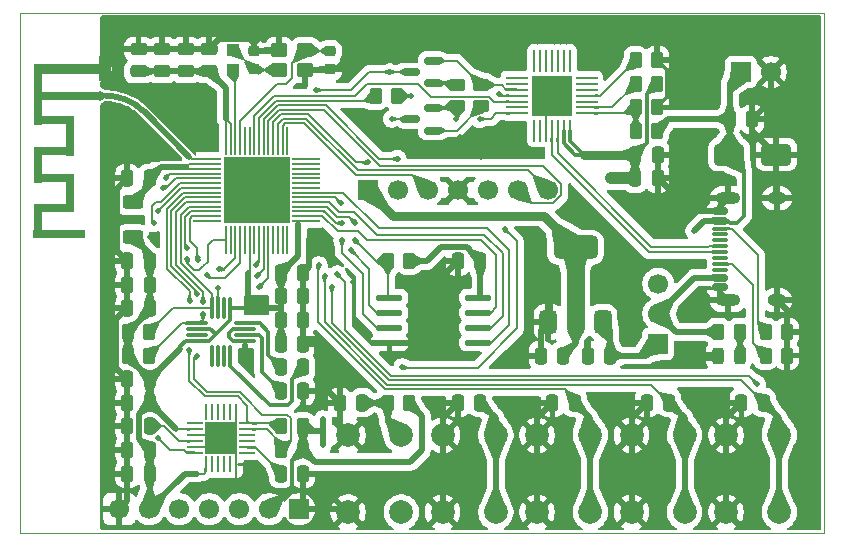
<source format=gtl>
%TF.GenerationSoftware,KiCad,Pcbnew,9.0.1*%
%TF.CreationDate,2025-07-09T20:29:18+08:00*%
%TF.ProjectId,IMU,494d552e-6b69-4636-9164-5f7063625858,rev?*%
%TF.SameCoordinates,Original*%
%TF.FileFunction,Copper,L1,Top*%
%TF.FilePolarity,Positive*%
%FSLAX45Y45*%
G04 Gerber Fmt 4.5, Leading zero omitted, Abs format (unit mm)*
G04 Created by KiCad (PCBNEW 9.0.1) date 2025-07-09 20:29:18*
%MOMM*%
%LPD*%
G01*
G04 APERTURE LIST*
G04 Aperture macros list*
%AMRoundRect*
0 Rectangle with rounded corners*
0 $1 Rounding radius*
0 $2 $3 $4 $5 $6 $7 $8 $9 X,Y pos of 4 corners*
0 Add a 4 corners polygon primitive as box body*
4,1,4,$2,$3,$4,$5,$6,$7,$8,$9,$2,$3,0*
0 Add four circle primitives for the rounded corners*
1,1,$1+$1,$2,$3*
1,1,$1+$1,$4,$5*
1,1,$1+$1,$6,$7*
1,1,$1+$1,$8,$9*
0 Add four rect primitives between the rounded corners*
20,1,$1+$1,$2,$3,$4,$5,0*
20,1,$1+$1,$4,$5,$6,$7,0*
20,1,$1+$1,$6,$7,$8,$9,0*
20,1,$1+$1,$8,$9,$2,$3,0*%
G04 Aperture macros list end*
%TA.AperFunction,Conductor*%
%ADD10C,0.200000*%
%TD*%
%TA.AperFunction,SMDPad,CuDef*%
%ADD11RoundRect,0.250000X0.250000X0.475000X-0.250000X0.475000X-0.250000X-0.475000X0.250000X-0.475000X0*%
%TD*%
%TA.AperFunction,SMDPad,CuDef*%
%ADD12RoundRect,0.250000X0.475000X-0.250000X0.475000X0.250000X-0.475000X0.250000X-0.475000X-0.250000X0*%
%TD*%
%TA.AperFunction,SMDPad,CuDef*%
%ADD13RoundRect,0.250000X-0.250000X-0.475000X0.250000X-0.475000X0.250000X0.475000X-0.250000X0.475000X0*%
%TD*%
%TA.AperFunction,SMDPad,CuDef*%
%ADD14RoundRect,0.250000X0.450000X-0.262500X0.450000X0.262500X-0.450000X0.262500X-0.450000X-0.262500X0*%
%TD*%
%TA.AperFunction,SMDPad,CuDef*%
%ADD15RoundRect,0.250000X-0.450000X0.262500X-0.450000X-0.262500X0.450000X-0.262500X0.450000X0.262500X0*%
%TD*%
%TA.AperFunction,SMDPad,CuDef*%
%ADD16RoundRect,0.225000X0.250000X-0.225000X0.250000X0.225000X-0.250000X0.225000X-0.250000X-0.225000X0*%
%TD*%
%TA.AperFunction,SMDPad,CuDef*%
%ADD17O,1.950000X0.300000*%
%TD*%
%TA.AperFunction,SMDPad,CuDef*%
%ADD18O,0.300000X1.950000*%
%TD*%
%TA.AperFunction,SMDPad,CuDef*%
%ADD19RoundRect,0.250000X-0.262500X-0.450000X0.262500X-0.450000X0.262500X0.450000X-0.262500X0.450000X0*%
%TD*%
%TA.AperFunction,SMDPad,CuDef*%
%ADD20RoundRect,0.062500X0.062500X-0.837500X0.062500X0.837500X-0.062500X0.837500X-0.062500X-0.837500X0*%
%TD*%
%TA.AperFunction,SMDPad,CuDef*%
%ADD21RoundRect,0.062500X0.837500X-0.062500X0.837500X0.062500X-0.837500X0.062500X-0.837500X-0.062500X0*%
%TD*%
%TA.AperFunction,HeatsinkPad*%
%ADD22C,1.300000*%
%TD*%
%TA.AperFunction,HeatsinkPad*%
%ADD23R,3.350000X3.350000*%
%TD*%
%TA.AperFunction,SMDPad,CuDef*%
%ADD24RoundRect,0.250000X0.262500X0.450000X-0.262500X0.450000X-0.262500X-0.450000X0.262500X-0.450000X0*%
%TD*%
%TA.AperFunction,SMDPad,CuDef*%
%ADD25RoundRect,0.250000X1.000000X0.650000X-1.000000X0.650000X-1.000000X-0.650000X1.000000X-0.650000X0*%
%TD*%
%TA.AperFunction,ComponentPad*%
%ADD26C,2.000000*%
%TD*%
%TA.AperFunction,ComponentPad*%
%ADD27R,1.700000X1.700000*%
%TD*%
%TA.AperFunction,ComponentPad*%
%ADD28C,1.700000*%
%TD*%
%TA.AperFunction,SMDPad,CuDef*%
%ADD29RoundRect,0.375000X0.375000X-0.625000X0.375000X0.625000X-0.375000X0.625000X-0.375000X-0.625000X0*%
%TD*%
%TA.AperFunction,SMDPad,CuDef*%
%ADD30RoundRect,0.500000X1.400000X-0.500000X1.400000X0.500000X-1.400000X0.500000X-1.400000X-0.500000X0*%
%TD*%
%TA.AperFunction,SMDPad,CuDef*%
%ADD31RoundRect,0.243750X-0.243750X-0.456250X0.243750X-0.456250X0.243750X0.456250X-0.243750X0.456250X0*%
%TD*%
%TA.AperFunction,SMDPad,CuDef*%
%ADD32RoundRect,0.150000X0.500000X-0.150000X0.500000X0.150000X-0.500000X0.150000X-0.500000X-0.150000X0*%
%TD*%
%TA.AperFunction,SMDPad,CuDef*%
%ADD33RoundRect,0.075000X0.575000X-0.075000X0.575000X0.075000X-0.575000X0.075000X-0.575000X-0.075000X0*%
%TD*%
%TA.AperFunction,HeatsinkPad*%
%ADD34O,2.100000X1.000000*%
%TD*%
%TA.AperFunction,HeatsinkPad*%
%ADD35O,1.600000X1.000000*%
%TD*%
%TA.AperFunction,SMDPad,CuDef*%
%ADD36RoundRect,0.250000X0.625000X-0.312500X0.625000X0.312500X-0.625000X0.312500X-0.625000X-0.312500X0*%
%TD*%
%TA.AperFunction,SMDPad,CuDef*%
%ADD37RoundRect,0.150000X0.587500X0.150000X-0.587500X0.150000X-0.587500X-0.150000X0.587500X-0.150000X0*%
%TD*%
%TA.AperFunction,SMDPad,CuDef*%
%ADD38RoundRect,0.050000X-1.137500X-0.050000X1.137500X-0.050000X1.137500X0.050000X-1.137500X0.050000X0*%
%TD*%
%TA.AperFunction,SMDPad,CuDef*%
%ADD39RoundRect,0.050000X-0.050000X-1.137500X0.050000X-1.137500X0.050000X1.137500X-0.050000X1.137500X0*%
%TD*%
%TA.AperFunction,HeatsinkPad*%
%ADD40R,5.600000X5.600000*%
%TD*%
%TA.AperFunction,SMDPad,CuDef*%
%ADD41R,1.000000X1.000000*%
%TD*%
%TA.AperFunction,SMDPad,CuDef*%
%ADD42RoundRect,0.250000X-0.450000X-0.350000X0.450000X-0.350000X0.450000X0.350000X-0.450000X0.350000X0*%
%TD*%
%TA.AperFunction,SMDPad,CuDef*%
%ADD43RoundRect,0.125000X-0.950000X-0.125000X0.950000X-0.125000X0.950000X0.125000X-0.950000X0.125000X0*%
%TD*%
%TA.AperFunction,HeatsinkPad*%
%ADD44R,3.400000X4.300000*%
%TD*%
%TA.AperFunction,HeatsinkPad*%
%ADD45C,0.800000*%
%TD*%
%TA.AperFunction,HeatsinkPad*%
%ADD46C,0.900000*%
%TD*%
%TA.AperFunction,SMDPad,CuDef*%
%ADD47R,4.400000X0.800000*%
%TD*%
%TA.AperFunction,SMDPad,CuDef*%
%ADD48R,0.800000X3.000000*%
%TD*%
%TA.AperFunction,SMDPad,CuDef*%
%ADD49R,3.500000X0.800000*%
%TD*%
%TA.AperFunction,SMDPad,CuDef*%
%ADD50R,0.800000X3.300000*%
%TD*%
%TA.AperFunction,SMDPad,CuDef*%
%ADD51R,0.800000X3.100000*%
%TD*%
%TA.AperFunction,SMDPad,CuDef*%
%ADD52R,0.800000X3.400000*%
%TD*%
%TA.AperFunction,SMDPad,CuDef*%
%ADD53R,5.700000X0.800000*%
%TD*%
%TA.AperFunction,SMDPad,CuDef*%
%ADD54R,0.800000X5.200000*%
%TD*%
%TA.AperFunction,SMDPad,CuDef*%
%ADD55R,5.700000X0.900000*%
%TD*%
%TA.AperFunction,SMDPad,CuDef*%
%ADD56RoundRect,0.062500X-0.062500X0.600000X-0.062500X-0.600000X0.062500X-0.600000X0.062500X0.600000X0*%
%TD*%
%TA.AperFunction,SMDPad,CuDef*%
%ADD57RoundRect,0.062500X-0.600000X0.062500X-0.600000X-0.062500X0.600000X-0.062500X0.600000X0.062500X0*%
%TD*%
%TA.AperFunction,HeatsinkPad*%
%ADD58R,2.700000X2.700000*%
%TD*%
%TA.AperFunction,SMDPad,CuDef*%
%ADD59RoundRect,0.225000X-0.250000X0.225000X-0.250000X-0.225000X0.250000X-0.225000X0.250000X0.225000X0*%
%TD*%
%TA.AperFunction,ViaPad*%
%ADD60C,0.500000*%
%TD*%
%TA.AperFunction,Conductor*%
%ADD61C,0.800000*%
%TD*%
%TA.AperFunction,Conductor*%
%ADD62C,0.500000*%
%TD*%
%TA.AperFunction,Conductor*%
%ADD63C,0.300000*%
%TD*%
%TA.AperFunction,Conductor*%
%ADD64C,0.180000*%
%TD*%
%TA.AperFunction,Conductor*%
%ADD65C,1.500000*%
%TD*%
%TA.AperFunction,Conductor*%
%ADD66C,1.000000*%
%TD*%
%TA.AperFunction,Conductor*%
%ADD67C,0.503199*%
%TD*%
%TA.AperFunction,Profile*%
%ADD68C,0.050000*%
%TD*%
G04 APERTURE END LIST*
%TO.N,GND*%
D10*
X12378000Y-11562000D02*
X12460000Y-11562000D01*
X12460000Y-11769000D01*
X12378000Y-11769000D01*
X12378000Y-11562000D01*
%TA.AperFunction,Conductor*%
G36*
X12378000Y-11562000D02*
G01*
X12460000Y-11562000D01*
X12460000Y-11769000D01*
X12378000Y-11769000D01*
X12378000Y-11562000D01*
G37*
%TD.AperFunction*%
%TO.N,VCC*%
X13600000Y-13600000D02*
X13800000Y-13600000D01*
X13800000Y-13750000D01*
X13600000Y-13750000D01*
X13600000Y-13600000D01*
%TA.AperFunction,Conductor*%
G36*
X13600000Y-13600000D02*
G01*
X13800000Y-13600000D01*
X13800000Y-13750000D01*
X13600000Y-13750000D01*
X13600000Y-13600000D01*
G37*
%TD.AperFunction*%
%TD*%
D11*
%TO.P,C22,1*%
%TO.N,Net-(SW1-A)*%
X16695000Y-14100000D03*
%TO.P,C22,2*%
%TO.N,GND*%
X16505000Y-14100000D03*
%TD*%
D12*
%TO.P,C28,1*%
%TO.N,VCC*%
X12700000Y-11695000D03*
%TO.P,C28,2*%
%TO.N,GND*%
X12700000Y-11505000D03*
%TD*%
D13*
%TO.P,C24,1*%
%TO.N,VCC*%
X13905000Y-13600000D03*
%TO.P,C24,2*%
%TO.N,GND*%
X14095000Y-13600000D03*
%TD*%
D14*
%TO.P,R8,1*%
%TO.N,/~{DTR}*%
X15400000Y-11991250D03*
%TO.P,R8,2*%
%TO.N,Net-(Q1-B)*%
X15400000Y-11808750D03*
%TD*%
D15*
%TO.P,R9,1*%
%TO.N,/~{RTS}*%
X15600000Y-11808750D03*
%TO.P,R9,2*%
%TO.N,Net-(Q2-B)*%
X15600000Y-11991250D03*
%TD*%
D16*
%TO.P,C10,1*%
%TO.N,Net-(L1--)*%
X13675000Y-11677500D03*
%TO.P,C10,2*%
%TO.N,GND*%
X13675000Y-11522500D03*
%TD*%
D17*
%TO.P,U1,1,SCL*%
%TO.N,/GPIO5*%
X13197500Y-13825000D03*
%TO.P,U1,2,VDD*%
%TO.N,VCC*%
X13197500Y-13875000D03*
%TO.P,U1,3,NC*%
%TO.N,unconnected-(U1-NC-Pad3)*%
X13197500Y-13925000D03*
%TO.P,U1,4,S1*%
%TO.N,VCC*%
X13197500Y-13975000D03*
D18*
%TO.P,U1,5,NC*%
%TO.N,unconnected-(U1-NC-Pad5)*%
X13325000Y-14102500D03*
%TO.P,U1,6,NC*%
%TO.N,unconnected-(U1-NC-Pad6)*%
X13375000Y-14102500D03*
%TO.P,U1,7,NC*%
%TO.N,unconnected-(U1-NC-Pad7)*%
X13425000Y-14102500D03*
%TO.P,U1,8,STEP*%
%TO.N,Net-(U1-STEP)*%
X13475000Y-14102500D03*
D17*
%TO.P,U1,9,GND*%
%TO.N,GND*%
X13602500Y-13975000D03*
%TO.P,U1,10,C1*%
%TO.N,Net-(U1-C1)*%
X13602500Y-13925000D03*
%TO.P,U1,11,GND*%
%TO.N,GND*%
X13602500Y-13875000D03*
%TO.P,U1,12,SETC*%
%TO.N,Net-(U1-SETC)*%
X13602500Y-13825000D03*
D18*
%TO.P,U1,13,VDDIO*%
%TO.N,VCC*%
X13475000Y-13697500D03*
%TO.P,U1,14,NC*%
%TO.N,unconnected-(U1-NC-Pad14)*%
X13425000Y-13697500D03*
%TO.P,U1,15,DRDY*%
%TO.N,/GPIO2*%
X13375000Y-13697500D03*
%TO.P,U1,16,SDA*%
%TO.N,/GPIO6*%
X13325000Y-13697500D03*
%TD*%
D11*
%TO.P,C23,1*%
%TO.N,VCC*%
X16295000Y-14100000D03*
%TO.P,C23,2*%
%TO.N,GND*%
X16105000Y-14100000D03*
%TD*%
D19*
%TO.P,R15,1*%
%TO.N,Net-(U6-U0TXD{slash}PROG{slash}GPIO43)*%
X14708750Y-11900000D03*
%TO.P,R15,2*%
%TO.N,/U0TXD*%
X14891250Y-11900000D03*
%TD*%
D20*
%TO.P,U5,1,~{DCD}*%
%TO.N,unconnected-(U5-~{DCD}-Pad1)*%
X16050000Y-12195000D03*
%TO.P,U5,2,~{RI}/CLK*%
%TO.N,unconnected-(U5-~{RI}{slash}CLK-Pad2)*%
X16100000Y-12195000D03*
%TO.P,U5,3,GND*%
%TO.N,GND*%
X16150000Y-12195000D03*
%TO.P,U5,4,D+*%
%TO.N,/D+*%
X16200000Y-12195000D03*
%TO.P,U5,5,D-*%
%TO.N,/D-*%
X16250000Y-12195000D03*
%TO.P,U5,6,VDD*%
%TO.N,VCC*%
X16300000Y-12195000D03*
%TO.P,U5,7,VREGIN*%
X16350000Y-12195000D03*
D21*
%TO.P,U5,8,VBUS*%
%TO.N,Net-(U5-VBUS)*%
X16495000Y-12050000D03*
%TO.P,U5,9,~{RST}*%
%TO.N,/~{RST}*%
X16495000Y-12000000D03*
%TO.P,U5,10,NC*%
%TO.N,unconnected-(U5-NC-Pad10)*%
X16495000Y-11950000D03*
%TO.P,U5,11,~{SUSPEND}*%
%TO.N,/ACTIVE*%
X16495000Y-11900000D03*
%TO.P,U5,12,SUSPEND*%
%TO.N,unconnected-(U5-SUSPEND-Pad12)*%
X16495000Y-11850000D03*
%TO.P,U5,13,CHREN*%
%TO.N,unconnected-(U5-CHREN-Pad13)*%
X16495000Y-11800000D03*
%TO.P,U5,14,CHR1*%
%TO.N,unconnected-(U5-CHR1-Pad14)*%
X16495000Y-11750000D03*
D20*
%TO.P,U5,15,CHR0*%
%TO.N,unconnected-(U5-CHR0-Pad15)*%
X16350000Y-11605000D03*
%TO.P,U5,16,~{WAKEUP}/GPIO.3*%
%TO.N,unconnected-(U5-~{WAKEUP}{slash}GPIO.3-Pad16)*%
X16300000Y-11605000D03*
%TO.P,U5,17,RS485/GPIO.2*%
%TO.N,unconnected-(U5-RS485{slash}GPIO.2-Pad17)*%
X16250000Y-11605000D03*
%TO.P,U5,18,~{RXT}/GPIO.1*%
%TO.N,unconnected-(U5-~{RXT}{slash}GPIO.1-Pad18)*%
X16200000Y-11605000D03*
%TO.P,U5,19,~{TXT}/GPIO.0*%
%TO.N,unconnected-(U5-~{TXT}{slash}GPIO.0-Pad19)*%
X16150000Y-11605000D03*
%TO.P,U5,20,GPIO.6*%
%TO.N,unconnected-(U5-GPIO.6-Pad20)*%
X16100000Y-11605000D03*
%TO.P,U5,21,GPIO.5*%
%TO.N,unconnected-(U5-GPIO.5-Pad21)*%
X16050000Y-11605000D03*
D21*
%TO.P,U5,22,GPIO.4*%
%TO.N,unconnected-(U5-GPIO.4-Pad22)*%
X15905000Y-11750000D03*
%TO.P,U5,23,~{CTS}*%
%TO.N,unconnected-(U5-~{CTS}-Pad23)*%
X15905000Y-11800000D03*
%TO.P,U5,24,~{RTS}*%
%TO.N,/~{RTS}*%
X15905000Y-11850000D03*
%TO.P,U5,25,RXD*%
%TO.N,/U0TXD*%
X15905000Y-11900000D03*
%TO.P,U5,26,TXD*%
%TO.N,/U0RXD*%
X15905000Y-11950000D03*
%TO.P,U5,27,~{DSR}*%
%TO.N,unconnected-(U5-~{DSR}-Pad27)*%
X15905000Y-12000000D03*
%TO.P,U5,28,~{DTR}*%
%TO.N,/~{DTR}*%
X15905000Y-12050000D03*
D22*
%TO.P,U5,29,GND*%
%TO.N,GND*%
X16100000Y-12000000D03*
X16300000Y-12000000D03*
D23*
X16200000Y-11900000D03*
D22*
X16100000Y-11800000D03*
X16300000Y-11800000D03*
%TD*%
D24*
%TO.P,R3,1*%
%TO.N,VCC*%
X14091250Y-14700000D03*
%TO.P,R3,2*%
%TO.N,/GPIO3*%
X13908750Y-14700000D03*
%TD*%
D11*
%TO.P,C20,1*%
%TO.N,VDD3P3*%
X12795000Y-12600000D03*
%TO.P,C20,2*%
%TO.N,GND*%
X12605000Y-12600000D03*
%TD*%
D25*
%TO.P,D1,1,K*%
%TO.N,GND*%
X18100000Y-12400000D03*
%TO.P,D1,2,A*%
%TO.N,VBUS*%
X17700000Y-12400000D03*
%TD*%
D11*
%TO.P,C6,1*%
%TO.N,Net-(U1-STEP)*%
X14095000Y-14200000D03*
%TO.P,C6,2*%
%TO.N,Net-(U1-SETC)*%
X13905000Y-14200000D03*
%TD*%
D26*
%TO.P,SW3,1,1*%
%TO.N,GND*%
X16875000Y-15425000D03*
X16875000Y-14775000D03*
%TO.P,SW3,2,2*%
%TO.N,/GPIO17*%
X17325000Y-15425000D03*
X17325000Y-14775000D03*
%TD*%
D11*
%TO.P,C34,1*%
%TO.N,/CHIP_PU*%
X14595000Y-14500000D03*
%TO.P,C34,2*%
%TO.N,GND*%
X14405000Y-14500000D03*
%TD*%
D27*
%TO.P,J3,1,Pin_1*%
%TO.N,VCC*%
X14640000Y-12697500D03*
D28*
%TO.P,J3,2,Pin_2*%
%TO.N,/MTMS*%
X14894000Y-12697500D03*
%TO.P,J3,3,Pin_3*%
%TO.N,/MTCK*%
X15148000Y-12697500D03*
%TO.P,J3,4,Pin_4*%
%TO.N,GND*%
X15402000Y-12697500D03*
%TO.P,J3,5,Pin_5*%
%TO.N,/CHIP_PU*%
X15656000Y-12697500D03*
%TO.P,J3,6,Pin_6*%
%TO.N,/MTDI*%
X15910000Y-12697500D03*
%TO.P,J3,7,Pin_7*%
%TO.N,/MTDO*%
X16164000Y-12697500D03*
%TD*%
D13*
%TO.P,C8,1*%
%TO.N,GND*%
X12605000Y-14700000D03*
%TO.P,C8,2*%
%TO.N,Net-(U2-REGOUT)*%
X12795000Y-14700000D03*
%TD*%
%TO.P,C3,1*%
%TO.N,VCC*%
X13905000Y-14000000D03*
%TO.P,C3,2*%
%TO.N,GND*%
X14095000Y-14000000D03*
%TD*%
D11*
%TO.P,C31,1*%
%TO.N,/GPIO18*%
X17995000Y-14500000D03*
%TO.P,C31,2*%
%TO.N,GND*%
X17805000Y-14500000D03*
%TD*%
D13*
%TO.P,C32,1*%
%TO.N,VBUS*%
X17705000Y-12100000D03*
%TO.P,C32,2*%
%TO.N,GND*%
X17895000Y-12100000D03*
%TD*%
D11*
%TO.P,C18,1*%
%TO.N,VCC*%
X12795000Y-13500000D03*
%TO.P,C18,2*%
%TO.N,GND*%
X12605000Y-13500000D03*
%TD*%
D12*
%TO.P,C21,1*%
%TO.N,VCC*%
X13300000Y-11695000D03*
%TO.P,C21,2*%
%TO.N,GND*%
X13300000Y-11505000D03*
%TD*%
D11*
%TO.P,C4,1*%
%TO.N,VCC*%
X12795000Y-14300000D03*
%TO.P,C4,2*%
%TO.N,GND*%
X12605000Y-14300000D03*
%TD*%
%TO.P,C17,1*%
%TO.N,VCC*%
X12795000Y-13700000D03*
%TO.P,C17,2*%
%TO.N,GND*%
X12605000Y-13700000D03*
%TD*%
D29*
%TO.P,U4,1,GND*%
%TO.N,GND*%
X16170000Y-13815000D03*
%TO.P,U4,2,VO*%
%TO.N,VCC*%
X16400000Y-13815000D03*
D30*
X16400000Y-13185000D03*
D29*
%TO.P,U4,3,VI*%
%TO.N,Net-(SW1-A)*%
X16630000Y-13815000D03*
%TD*%
D19*
%TO.P,R1,1*%
%TO.N,VBUS*%
X17608750Y-13900000D03*
%TO.P,R1,2*%
%TO.N,Net-(LED1-A)*%
X17791250Y-13900000D03*
%TD*%
D31*
%TO.P,LED1,1,K*%
%TO.N,GND*%
X17606250Y-14100000D03*
%TO.P,LED1,2,A*%
%TO.N,Net-(LED1-A)*%
X17793750Y-14100000D03*
%TD*%
D19*
%TO.P,R4,1*%
%TO.N,VCC*%
X12608750Y-13900000D03*
%TO.P,R4,2*%
%TO.N,/GPIO6*%
X12791250Y-13900000D03*
%TD*%
D11*
%TO.P,C35,1*%
%TO.N,VCC*%
X15595000Y-13300000D03*
%TO.P,C35,2*%
%TO.N,GND*%
X15405000Y-13300000D03*
%TD*%
D24*
%TO.P,R14,1*%
%TO.N,GND*%
X17091250Y-11600000D03*
%TO.P,R14,2*%
%TO.N,/ACTIVE*%
X16908750Y-11600000D03*
%TD*%
D32*
%TO.P,J1,A1,GND*%
%TO.N,GND*%
X17625500Y-13520000D03*
%TO.P,J1,A4,VBUS*%
%TO.N,VBUS*%
X17625500Y-13440000D03*
D33*
%TO.P,J1,A5,CC1*%
%TO.N,Net-(J1-CC1)*%
X17625500Y-13325000D03*
%TO.P,J1,A6,D+*%
%TO.N,/D+*%
X17625500Y-13225000D03*
%TO.P,J1,A7,D-*%
%TO.N,/D-*%
X17625500Y-13175000D03*
%TO.P,J1,A8,SBU1*%
%TO.N,unconnected-(J1-SBU1-PadA8)*%
X17625500Y-13075000D03*
D32*
%TO.P,J1,A9,VBUS*%
%TO.N,VBUS*%
X17625500Y-12960000D03*
%TO.P,J1,A12,GND*%
%TO.N,GND*%
X17625500Y-12880000D03*
%TO.P,J1,B1,GND*%
X17625500Y-12880000D03*
%TO.P,J1,B4,VBUS*%
%TO.N,VBUS*%
X17625500Y-12960000D03*
D33*
%TO.P,J1,B5,CC2*%
%TO.N,Net-(J1-CC2)*%
X17625500Y-13025000D03*
%TO.P,J1,B6,D+*%
%TO.N,unconnected-(J1-D+-PadB6)*%
X17625500Y-13125000D03*
%TO.P,J1,B7,D-*%
%TO.N,unconnected-(J1-D--PadB7)*%
X17625500Y-13275000D03*
%TO.P,J1,B8,SBU2*%
%TO.N,unconnected-(J1-SBU2-PadB8)*%
X17625500Y-13375000D03*
D32*
%TO.P,J1,B9,VBUS*%
%TO.N,VBUS*%
X17625500Y-13440000D03*
%TO.P,J1,B12,GND*%
%TO.N,GND*%
X17625500Y-13520000D03*
D34*
%TO.P,J1,S1,SHIELD*%
X17689500Y-13632000D03*
D35*
X18107500Y-13632000D03*
D34*
X17689500Y-12768000D03*
D35*
X18107500Y-12768000D03*
%TD*%
D12*
%TO.P,C26,1*%
%TO.N,VCC*%
X12900000Y-11695000D03*
%TO.P,C26,2*%
%TO.N,GND*%
X12900000Y-11505000D03*
%TD*%
D36*
%TO.P,L3,1,+*%
%TO.N,VCC*%
X12650000Y-13096250D03*
%TO.P,L3,2,-*%
%TO.N,VDD3P3*%
X12650000Y-12803750D03*
%TD*%
D19*
%TO.P,R6,1*%
%TO.N,Net-(J1-CC2)*%
X18008750Y-13900000D03*
%TO.P,R6,2*%
%TO.N,GND*%
X18191250Y-13900000D03*
%TD*%
D26*
%TO.P,SW4,1,1*%
%TO.N,GND*%
X17675000Y-15425000D03*
X17675000Y-14775000D03*
%TO.P,SW4,2,2*%
%TO.N,/GPIO18*%
X18125000Y-15425000D03*
X18125000Y-14775000D03*
%TD*%
D13*
%TO.P,C25,1*%
%TO.N,VCC*%
X13905000Y-13400000D03*
%TO.P,C25,2*%
%TO.N,GND*%
X14095000Y-13400000D03*
%TD*%
D37*
%TO.P,Q2,1,B*%
%TO.N,Net-(Q2-B)*%
X15193750Y-12195000D03*
%TO.P,Q2,2,E*%
%TO.N,/~{DTR}*%
X15193750Y-12005000D03*
%TO.P,Q2,3,C*%
%TO.N,/GPIO0*%
X15006250Y-12100000D03*
%TD*%
D19*
%TO.P,R7,1*%
%TO.N,Net-(J1-CC1)*%
X18008750Y-14100000D03*
%TO.P,R7,2*%
%TO.N,GND*%
X18191250Y-14100000D03*
%TD*%
D27*
%TO.P,SW1,1,A*%
%TO.N,Net-(SW1-A)*%
X17100000Y-14000000D03*
D28*
%TO.P,SW1,2,B*%
%TO.N,VBUS*%
X17100000Y-13746000D03*
%TO.P,SW1,3,C*%
%TO.N,unconnected-(SW1-C-Pad3)*%
X17100000Y-13492000D03*
%TD*%
D38*
%TO.P,U6,1,LNA_IN/RF*%
%TO.N,/LNA_IN*%
X13281250Y-12440000D03*
%TO.P,U6,2,VDD3P3*%
%TO.N,VDD3P3*%
X13281250Y-12480000D03*
%TO.P,U6,3,VDD3P3*%
X13281250Y-12520000D03*
%TO.P,U6,4,CHIP_PU/RESET*%
%TO.N,/CHIP_PU*%
X13281250Y-12560000D03*
%TO.P,U6,5,GPIO0/BOOT*%
%TO.N,/GPIO0*%
X13281250Y-12600000D03*
%TO.P,U6,6,GPIO1/ADC1_CH0*%
%TO.N,/GPIO1*%
X13281250Y-12640000D03*
%TO.P,U6,7,GPIO2/ADC1_CH1*%
%TO.N,/GPIO2*%
X13281250Y-12680000D03*
%TO.P,U6,8,GPIO3/ADC1_CH2*%
%TO.N,/GPIO3*%
X13281250Y-12720000D03*
%TO.P,U6,9,GPIO4/ADC1_CH3*%
%TO.N,/GPIO4*%
X13281250Y-12760000D03*
%TO.P,U6,10,GPIO5/ADC1_CH4*%
%TO.N,/GPIO5*%
X13281250Y-12800000D03*
%TO.P,U6,11,GPIO6/ADC1_CH5*%
%TO.N,/GPIO6*%
X13281250Y-12840000D03*
%TO.P,U6,12,GPIO7/ADC1_CH6*%
%TO.N,/GPIO7*%
X13281250Y-12880000D03*
%TO.P,U6,13,GPIO8/ADC1_CH7*%
%TO.N,/GPIO8*%
X13281250Y-12920000D03*
%TO.P,U6,14,GPIO9/ADC1_CH8*%
%TO.N,/GPIO9*%
X13281250Y-12960000D03*
D39*
%TO.P,U6,15,GPIO10/ADC1_CH9*%
%TO.N,/GPIO10*%
X13440000Y-13118750D03*
%TO.P,U6,16,GPIO11/ADC2_CH0*%
%TO.N,/GPIO11*%
X13480000Y-13118750D03*
%TO.P,U6,17,GPIO12/ADC2_CH1*%
%TO.N,/GPIO12*%
X13520000Y-13118750D03*
%TO.P,U6,18,GPIO13/ADC2_CH2*%
%TO.N,/GPIO13*%
X13560000Y-13118750D03*
%TO.P,U6,19,GPIO14/ADC2_CH3*%
%TO.N,/GPIO14*%
X13600000Y-13118750D03*
%TO.P,U6,20,VDD3P3_RTC*%
%TO.N,VCC*%
X13640000Y-13118750D03*
%TO.P,U6,21,GPIO15/ADC2_CH4/XTAL_32K_P*%
%TO.N,/GPIO15*%
X13680000Y-13118750D03*
%TO.P,U6,22,GPIO16/ADC2_CH5/XTAL_32K_N*%
%TO.N,/GPIO16*%
X13720000Y-13118750D03*
%TO.P,U6,23,GPIO17/ADC2_CH6*%
%TO.N,/GPIO17*%
X13760000Y-13118750D03*
%TO.P,U6,24,GPIO18/ADC2_CH7*%
%TO.N,/GPIO18*%
X13800000Y-13118750D03*
%TO.P,U6,25,GPIO19/USB_D-/ADC2_CH8*%
%TO.N,/GPIO19*%
X13840000Y-13118750D03*
%TO.P,U6,26,GPIO20/USB_D+/ADC2_CH9*%
%TO.N,/GPIO20*%
X13880000Y-13118750D03*
%TO.P,U6,27,GPIO21*%
%TO.N,/GPIO21*%
X13920000Y-13118750D03*
%TO.P,U6,28,SPI_CS1/GPIO26*%
%TO.N,/SPI_CS1*%
X13960000Y-13118750D03*
D38*
%TO.P,U6,29,VDD_SPI*%
%TO.N,VCC*%
X14118750Y-12960000D03*
%TO.P,U6,30,SPIHD/GPIO27*%
%TO.N,/SPIHD*%
X14118750Y-12920000D03*
%TO.P,U6,31,SPIWP/GPIO28*%
%TO.N,/SPIWP*%
X14118750Y-12880000D03*
%TO.P,U6,32,SPICS0/GPIO29*%
%TO.N,/SPICS0*%
X14118750Y-12840000D03*
%TO.P,U6,33,SPICLK/GPIO30*%
%TO.N,/SPICLK*%
X14118750Y-12800000D03*
%TO.P,U6,34,SPIQ/GPIO31*%
%TO.N,/SPIQ*%
X14118750Y-12760000D03*
%TO.P,U6,35,SPID/GPIO32*%
%TO.N,/SPID*%
X14118750Y-12720000D03*
%TO.P,U6,36,SPICLK_N/GPIO48*%
%TO.N,/GPIO48*%
X14118750Y-12680000D03*
%TO.P,U6,37,SPICLK_P/GPIO47*%
%TO.N,/GPIO47*%
X14118750Y-12640000D03*
%TO.P,U6,38,GPIO33*%
%TO.N,/GPIO33*%
X14118750Y-12600000D03*
%TO.P,U6,39,GPIO34*%
%TO.N,/GPIO34*%
X14118750Y-12560000D03*
%TO.P,U6,40,GPIO35*%
%TO.N,/GPIO35*%
X14118750Y-12520000D03*
%TO.P,U6,41,GPIO36*%
%TO.N,/GPIO36*%
X14118750Y-12480000D03*
%TO.P,U6,42,GPIO37*%
%TO.N,/GPIO37*%
X14118750Y-12440000D03*
D39*
%TO.P,U6,43,GPIO38*%
%TO.N,/GPIO38*%
X13960000Y-12281250D03*
%TO.P,U6,44,MTCK/JTAG/GPIO39*%
%TO.N,/MTCK*%
X13920000Y-12281250D03*
%TO.P,U6,45,MTDO/JTAG/GPIO40*%
%TO.N,/MTDO*%
X13880000Y-12281250D03*
%TO.P,U6,46,VDD3P3_CPU*%
%TO.N,VCC*%
X13840000Y-12281250D03*
%TO.P,U6,47,MTDI/JTAG/GPIO41*%
%TO.N,/MTDI*%
X13800000Y-12281250D03*
%TO.P,U6,48,MTMS/JTAG/GPIO42*%
%TO.N,/MTMS*%
X13760000Y-12281250D03*
%TO.P,U6,49,U0TXD/PROG/GPIO43*%
%TO.N,Net-(U6-U0TXD{slash}PROG{slash}GPIO43)*%
X13720000Y-12281250D03*
%TO.P,U6,50,U0RXD/PROG/GPIO44*%
%TO.N,/U0RXD*%
X13680000Y-12281250D03*
%TO.P,U6,51,GPIO45*%
%TO.N,/GPIO45*%
X13640000Y-12281250D03*
%TO.P,U6,52,GPIO46*%
%TO.N,/GPIO46*%
X13600000Y-12281250D03*
%TO.P,U6,53,XTAL_N*%
%TO.N,/XTAL_N*%
X13560000Y-12281250D03*
%TO.P,U6,54,XTAL_P*%
%TO.N,/XTAL_P*%
X13520000Y-12281250D03*
%TO.P,U6,55,VDDA*%
%TO.N,VCC*%
X13480000Y-12281250D03*
%TO.P,U6,56,VDDA*%
X13440000Y-12281250D03*
D22*
%TO.P,U6,57,GND*%
%TO.N,GND*%
X13500000Y-12500000D03*
X13500000Y-12700000D03*
X13500000Y-12900000D03*
X13700000Y-12500000D03*
X13700000Y-12700000D03*
D40*
X13700000Y-12700000D03*
D22*
X13700000Y-12900000D03*
X13900000Y-12500000D03*
X13900000Y-12700000D03*
X13900000Y-12900000D03*
%TD*%
D19*
%TO.P,R10,1*%
%TO.N,/SPICS0*%
X14808750Y-13300000D03*
%TO.P,R10,2*%
%TO.N,VCC*%
X14991250Y-13300000D03*
%TD*%
D11*
%TO.P,C1,1*%
%TO.N,VCC*%
X12795000Y-14500000D03*
%TO.P,C1,2*%
%TO.N,GND*%
X12605000Y-14500000D03*
%TD*%
D41*
%TO.P,L1,1,+*%
%TO.N,/XTAL_P*%
X13500000Y-11685000D03*
%TO.P,L1,2,-*%
%TO.N,Net-(L1--)*%
X13500000Y-11515000D03*
%TD*%
D42*
%TO.P,X1,1,1*%
%TO.N,Net-(L1--)*%
X13890000Y-11685000D03*
%TO.P,X1,2,2*%
%TO.N,GND*%
X14110000Y-11685000D03*
%TO.P,X1,3,3*%
%TO.N,/XTAL_N*%
X14110000Y-11515000D03*
%TO.P,X1,4,4*%
%TO.N,GND*%
X13890000Y-11515000D03*
%TD*%
D13*
%TO.P,C16,1*%
%TO.N,VCC*%
X13905000Y-13800000D03*
%TO.P,C16,2*%
%TO.N,GND*%
X14095000Y-13800000D03*
%TD*%
D43*
%TO.P,U3,1,~{CS}*%
%TO.N,/SPICS0*%
X14825000Y-13609500D03*
%TO.P,U3,2,DO/IO_{1}*%
%TO.N,/SPIQ*%
X14825000Y-13736500D03*
%TO.P,U3,3,~{WP}/IO_{2}*%
%TO.N,/SPIWP*%
X14825000Y-13863500D03*
%TO.P,U3,4,GND*%
%TO.N,GND*%
X14825000Y-13990500D03*
%TO.P,U3,5,DI/IO_{0}*%
%TO.N,/SPID*%
X15575000Y-13990500D03*
%TO.P,U3,6,CLK*%
%TO.N,/SPICLK*%
X15575000Y-13863500D03*
%TO.P,U3,7,~{HOLD}/~{RESET}/IO_{3}*%
%TO.N,/SPIHD*%
X15575000Y-13736500D03*
%TO.P,U3,8,VCC*%
%TO.N,VCC*%
X15575000Y-13609500D03*
D22*
%TO.P,U3,9,EP*%
%TO.N,GND*%
X15100000Y-13680000D03*
X15100000Y-13920000D03*
D44*
X15200000Y-13800000D03*
D22*
X15300000Y-13680000D03*
X15300000Y-13920000D03*
%TD*%
D45*
%TO.P,AE2,1,A*%
%TO.N,/LNA_IN*%
X12377500Y-11900000D03*
D46*
%TO.P,AE2,2,Shield*%
%TO.N,GND*%
X12377500Y-11675000D03*
D47*
%TO.P,AE2,3*%
%TO.N,N/C*%
X12027500Y-13070000D03*
D48*
X11847500Y-12960000D03*
D49*
X11982500Y-12850000D03*
D50*
X12117500Y-12725000D03*
D49*
X11982500Y-12600000D03*
D51*
X11847500Y-12485000D03*
D49*
X11982500Y-12370000D03*
D52*
X12117500Y-12240000D03*
D49*
X11982500Y-12110000D03*
D53*
X12092500Y-11900000D03*
D54*
X11847500Y-11890000D03*
D55*
X12092500Y-11675000D03*
%TD*%
D11*
%TO.P,C2,1*%
%TO.N,VCC*%
X12795000Y-14900000D03*
%TO.P,C2,2*%
%TO.N,GND*%
X12605000Y-14900000D03*
%TD*%
D56*
%TO.P,U2,1,CLKIN*%
%TO.N,GND*%
X13525000Y-14578750D03*
%TO.P,U2,2,NC*%
%TO.N,unconnected-(U2-NC-Pad2)*%
X13475000Y-14578750D03*
%TO.P,U2,3,NC*%
%TO.N,unconnected-(U2-NC-Pad3)*%
X13425000Y-14578750D03*
%TO.P,U2,4,NC*%
%TO.N,unconnected-(U2-NC-Pad4)*%
X13375000Y-14578750D03*
%TO.P,U2,5,NC*%
%TO.N,unconnected-(U2-NC-Pad5)*%
X13325000Y-14578750D03*
%TO.P,U2,6,AUX_SDA*%
%TO.N,/AUX_DA*%
X13275000Y-14578750D03*
D57*
%TO.P,U2,7,AUX_SCL*%
%TO.N,/AUX_CL*%
X13178750Y-14675000D03*
%TO.P,U2,8,VDDIO*%
%TO.N,VCC*%
X13178750Y-14725000D03*
%TO.P,U2,9,AD0*%
%TO.N,GND*%
X13178750Y-14775000D03*
%TO.P,U2,10,REGOUT*%
%TO.N,Net-(U2-REGOUT)*%
X13178750Y-14825000D03*
%TO.P,U2,11,FSYNC*%
%TO.N,GND*%
X13178750Y-14875000D03*
%TO.P,U2,12,INT*%
%TO.N,/GPIO1*%
X13178750Y-14925000D03*
D56*
%TO.P,U2,13,VDD*%
%TO.N,VCC*%
X13275000Y-15021250D03*
%TO.P,U2,14,NC*%
%TO.N,unconnected-(U2-NC-Pad14)*%
X13325000Y-15021250D03*
%TO.P,U2,15,NC*%
%TO.N,unconnected-(U2-NC-Pad15)*%
X13375000Y-15021250D03*
%TO.P,U2,16,NC*%
%TO.N,unconnected-(U2-NC-Pad16)*%
X13425000Y-15021250D03*
%TO.P,U2,17,NC*%
%TO.N,unconnected-(U2-NC-Pad17)*%
X13475000Y-15021250D03*
%TO.P,U2,18,GND*%
%TO.N,GND*%
X13525000Y-15021250D03*
D57*
%TO.P,U2,19,RESV*%
%TO.N,unconnected-(U2-RESV-Pad19)*%
X13621250Y-14925000D03*
%TO.P,U2,20,CPOUT*%
%TO.N,Net-(U2-CPOUT)*%
X13621250Y-14875000D03*
%TO.P,U2,21,RESV*%
%TO.N,unconnected-(U2-RESV-Pad21)*%
X13621250Y-14825000D03*
%TO.P,U2,22,RESV*%
%TO.N,unconnected-(U2-RESV-Pad22)*%
X13621250Y-14775000D03*
%TO.P,U2,23,SCL*%
%TO.N,/GPIO4*%
X13621250Y-14725000D03*
%TO.P,U2,24,SDA*%
%TO.N,/GPIO3*%
X13621250Y-14675000D03*
D45*
%TO.P,U2,25,GND*%
%TO.N,GND*%
X13480000Y-14720000D03*
X13320000Y-14720000D03*
D58*
X13400000Y-14800000D03*
D45*
X13480000Y-14880000D03*
X13320000Y-14880000D03*
%TD*%
D24*
%TO.P,R2,1*%
%TO.N,VCC*%
X14091250Y-14900000D03*
%TO.P,R2,2*%
%TO.N,/GPIO4*%
X13908750Y-14900000D03*
%TD*%
D19*
%TO.P,R12,1*%
%TO.N,Net-(U5-VBUS)*%
X16908750Y-12200000D03*
%TO.P,R12,2*%
%TO.N,VBUS*%
X17091250Y-12200000D03*
%TD*%
D13*
%TO.P,C15,1*%
%TO.N,VCC*%
X16905000Y-12400000D03*
%TO.P,C15,2*%
%TO.N,GND*%
X17095000Y-12400000D03*
%TD*%
D11*
%TO.P,C19,1*%
%TO.N,VCC*%
X12795000Y-13300000D03*
%TO.P,C19,2*%
%TO.N,GND*%
X12605000Y-13300000D03*
%TD*%
%TO.P,C5,1*%
%TO.N,VCC*%
X12795000Y-15100000D03*
%TO.P,C5,2*%
%TO.N,GND*%
X12605000Y-15100000D03*
%TD*%
%TO.P,C29,1*%
%TO.N,/GPIO16*%
X16395000Y-14500000D03*
%TO.P,C29,2*%
%TO.N,GND*%
X16205000Y-14500000D03*
%TD*%
D13*
%TO.P,C14,1*%
%TO.N,VCC*%
X16905000Y-12600000D03*
%TO.P,C14,2*%
%TO.N,GND*%
X17095000Y-12600000D03*
%TD*%
%TO.P,C7,1*%
%TO.N,Net-(U1-C1)*%
X13905000Y-14400000D03*
%TO.P,C7,2*%
%TO.N,GND*%
X14095000Y-14400000D03*
%TD*%
D19*
%TO.P,R11,1*%
%TO.N,/~{RST}*%
X16908750Y-11800000D03*
%TO.P,R11,2*%
%TO.N,VCC*%
X17091250Y-11800000D03*
%TD*%
D26*
%TO.P,SW6,1,1*%
%TO.N,GND*%
X14475000Y-15425000D03*
X14475000Y-14775000D03*
%TO.P,SW6,2,2*%
%TO.N,/CHIP_PU*%
X14925000Y-15425000D03*
X14925000Y-14775000D03*
%TD*%
D59*
%TO.P,C11,1*%
%TO.N,/XTAL_N*%
X14325000Y-11522500D03*
%TO.P,C11,2*%
%TO.N,GND*%
X14325000Y-11677500D03*
%TD*%
D11*
%TO.P,C30,1*%
%TO.N,/GPIO17*%
X17195000Y-14500000D03*
%TO.P,C30,2*%
%TO.N,GND*%
X17005000Y-14500000D03*
%TD*%
D27*
%TO.P,J2,1,Pin_1*%
%TO.N,GND*%
X14062000Y-15400000D03*
D28*
%TO.P,J2,2,Pin_2*%
%TO.N,VCC*%
X13808000Y-15400000D03*
%TO.P,J2,3,Pin_3*%
%TO.N,/GPIO12*%
X13554000Y-15400000D03*
%TO.P,J2,4,Pin_4*%
%TO.N,/GPIO13*%
X13300000Y-15400000D03*
%TO.P,J2,5,Pin_5*%
%TO.N,/GPIO7*%
X13046000Y-15400000D03*
%TO.P,J2,6,Pin_6*%
%TO.N,/GPIO8*%
X12792000Y-15400000D03*
%TO.P,J2,7,Pin_7*%
%TO.N,/GPIO10*%
X12538000Y-15400000D03*
%TD*%
D37*
%TO.P,Q1,1,B*%
%TO.N,Net-(Q1-B)*%
X15193750Y-11795000D03*
%TO.P,Q1,2,E*%
%TO.N,/~{RTS}*%
X15193750Y-11605000D03*
%TO.P,Q1,3,C*%
%TO.N,/CHIP_PU*%
X15006250Y-11700000D03*
%TD*%
D24*
%TO.P,R13,1*%
%TO.N,GND*%
X17091250Y-12000000D03*
%TO.P,R13,2*%
%TO.N,Net-(U5-VBUS)*%
X16908750Y-12000000D03*
%TD*%
D26*
%TO.P,SW2,1,1*%
%TO.N,GND*%
X16075000Y-15425000D03*
X16075000Y-14775000D03*
%TO.P,SW2,2,2*%
%TO.N,/GPIO16*%
X16525000Y-15425000D03*
X16525000Y-14775000D03*
%TD*%
%TO.P,SW5,1,1*%
%TO.N,GND*%
X15275000Y-15425000D03*
X15275000Y-14775000D03*
%TO.P,SW5,2,2*%
%TO.N,/GPIO0*%
X15725000Y-15425000D03*
X15725000Y-14775000D03*
%TD*%
D24*
%TO.P,R16,1*%
%TO.N,VCC*%
X14991250Y-14500000D03*
%TO.P,R16,2*%
%TO.N,/CHIP_PU*%
X14808750Y-14500000D03*
%TD*%
D27*
%TO.P,J4,1,Pin_1*%
%TO.N,VBUS*%
X17800000Y-11700000D03*
D28*
%TO.P,J4,2,Pin_2*%
%TO.N,GND*%
X18054000Y-11700000D03*
%TD*%
D11*
%TO.P,C33,1*%
%TO.N,/GPIO0*%
X15595000Y-14500000D03*
%TO.P,C33,2*%
%TO.N,GND*%
X15405000Y-14500000D03*
%TD*%
D12*
%TO.P,C27,1*%
%TO.N,VCC*%
X13100000Y-11695000D03*
%TO.P,C27,2*%
%TO.N,GND*%
X13100000Y-11505000D03*
%TD*%
D13*
%TO.P,C9,1*%
%TO.N,Net-(U2-CPOUT)*%
X13905000Y-15100000D03*
%TO.P,C9,2*%
%TO.N,GND*%
X14095000Y-15100000D03*
%TD*%
D19*
%TO.P,R5,1*%
%TO.N,VCC*%
X12608750Y-14100000D03*
%TO.P,R5,2*%
%TO.N,/GPIO5*%
X12791250Y-14100000D03*
%TD*%
D60*
%TO.N,GND*%
X12855000Y-11369000D03*
X18088000Y-14296000D03*
X18051000Y-13453000D03*
X12480000Y-12304000D03*
X15496000Y-15074000D03*
X14993000Y-12289000D03*
X15900000Y-14100000D03*
X17499000Y-14503000D03*
X14590000Y-11583000D03*
X12865000Y-11873000D03*
X16836000Y-13622000D03*
X12443000Y-14852000D03*
X12917916Y-12107695D03*
X15895000Y-14596000D03*
X16300000Y-15136000D03*
X13240000Y-11910000D03*
X16571000Y-14451000D03*
X14698000Y-15236000D03*
X16117000Y-12413000D03*
X14142000Y-13197000D03*
X13038389Y-12426611D03*
X14491000Y-11713000D03*
X18333000Y-13702000D03*
X17400000Y-14100000D03*
X15994000Y-13536000D03*
X12794389Y-12182611D03*
X15108000Y-11406000D03*
X13602000Y-14064000D03*
X15768000Y-14485000D03*
X18346000Y-15472000D03*
X16282000Y-14848000D03*
X14150000Y-11375000D03*
X17100000Y-14829000D03*
X17915000Y-14829000D03*
X18316000Y-14448000D03*
X17157000Y-15115000D03*
X17273000Y-12244000D03*
X12800000Y-13100000D03*
X16562000Y-11526000D03*
X17300000Y-14100000D03*
X16957000Y-11409000D03*
X13114000Y-12075000D03*
X16847000Y-13816000D03*
X15140000Y-14080000D03*
X17901000Y-13038000D03*
X14539000Y-14306000D03*
X18377000Y-15046000D03*
X13266000Y-12235000D03*
X12543175Y-11989600D03*
X16554000Y-11301000D03*
X12823111Y-12012889D03*
X16865000Y-13992000D03*
X17579000Y-12608000D03*
X15823000Y-12170000D03*
X13243000Y-12092000D03*
X13028000Y-11914000D03*
X13200000Y-11300000D03*
X12437000Y-13305000D03*
X14235000Y-14275000D03*
X17226000Y-11279000D03*
X15993000Y-13288000D03*
X15502000Y-14686000D03*
X17500000Y-14100000D03*
X17346000Y-14429000D03*
X12460000Y-11445000D03*
X12433000Y-13948000D03*
X15420000Y-12250000D03*
X13675000Y-11450000D03*
X12438000Y-12903000D03*
X17506000Y-14651000D03*
X15440000Y-13480000D03*
X14800000Y-11300000D03*
X15516000Y-11288000D03*
X12437000Y-14573000D03*
X15124000Y-12380000D03*
X12534000Y-11331000D03*
X16859000Y-14451000D03*
X12603000Y-12223000D03*
X15219000Y-14513000D03*
X14676000Y-12212000D03*
X13156611Y-12346389D03*
X15380000Y-14080000D03*
X13000000Y-11300000D03*
X18350000Y-12071000D03*
X13750000Y-11375000D03*
X14437500Y-11612500D03*
X14208000Y-14091000D03*
X12873889Y-12262111D03*
X17653000Y-14438000D03*
X15360000Y-13540000D03*
X14079000Y-11818000D03*
X12624068Y-12027165D03*
X16119000Y-13152000D03*
X15200000Y-11300000D03*
X17500000Y-14841000D03*
X17500000Y-12222000D03*
X12444664Y-11970885D03*
X16677000Y-11672000D03*
X15341000Y-11444000D03*
X16581000Y-13614000D03*
X17562000Y-11291000D03*
X16581000Y-13405000D03*
X17381000Y-11649000D03*
X14208000Y-13956000D03*
X17103000Y-12924000D03*
X14701000Y-14874000D03*
X12438000Y-15133000D03*
X15020000Y-14080000D03*
X15200000Y-13505000D03*
X16275000Y-12878000D03*
X13078611Y-12268389D03*
X16180000Y-13400000D03*
X14866000Y-12213000D03*
X14450000Y-11475000D03*
X14301000Y-15162000D03*
X14891000Y-11456000D03*
X12448000Y-11829840D03*
X16016000Y-11294000D03*
X12453000Y-12453000D03*
X12739000Y-12354000D03*
X15800000Y-14140000D03*
X15845000Y-11442000D03*
X12432000Y-14232000D03*
X12543541Y-11844026D03*
X15260000Y-14080000D03*
X16836000Y-13384000D03*
X17258000Y-11960000D03*
X13925000Y-11375000D03*
X16044000Y-14490000D03*
X14560000Y-13860000D03*
X16500000Y-13980000D03*
X14142000Y-13117000D03*
X16831000Y-12759000D03*
X18279000Y-12946000D03*
X16180000Y-13540000D03*
X15603000Y-12420000D03*
X12737766Y-11934981D03*
X16692000Y-14584000D03*
X14696000Y-14682000D03*
X13649000Y-14223000D03*
X15957000Y-13042000D03*
X13602000Y-14144000D03*
X12719000Y-11304000D03*
X14520000Y-13480000D03*
X12957889Y-12346111D03*
X13400000Y-11300000D03*
X13675000Y-15063000D03*
X12717488Y-12105709D03*
X14350000Y-11375000D03*
X18353000Y-11301000D03*
X12994611Y-12184389D03*
X15099000Y-15180000D03*
X17567000Y-11966000D03*
X12641872Y-11877865D03*
X14235082Y-14461599D03*
X12438000Y-13616000D03*
%TO.N,VCC*%
X13200000Y-11695000D03*
X14260000Y-14860000D03*
X16400000Y-13760000D03*
X16400000Y-13420000D03*
X14260000Y-14740000D03*
X14641000Y-12465618D03*
X13650000Y-13700000D03*
X16700000Y-12600000D03*
X13750000Y-13700000D03*
X13000000Y-11695000D03*
X16400000Y-13660000D03*
X13660000Y-13620000D03*
X13760000Y-13620000D03*
X16400000Y-13320000D03*
X12800000Y-11695000D03*
X16800000Y-12600000D03*
X14260000Y-14640000D03*
X16400000Y-13540000D03*
X15140000Y-13300000D03*
%TO.N,VBUS*%
X17405000Y-13044000D03*
X17406000Y-13440000D03*
%TO.N,/GPIO17*%
X13706000Y-13423000D03*
X14275000Y-13424000D03*
%TO.N,/GPIO16*%
X14227000Y-13336000D03*
X13694000Y-13334000D03*
%TO.N,/GPIO18*%
X13724000Y-13519000D03*
X14340000Y-13519000D03*
%TO.N,/CHIP_PU*%
X14825000Y-11700000D03*
X15801500Y-13032500D03*
X12929000Y-12594000D03*
X14200000Y-11850800D03*
X14932000Y-14198000D03*
%TO.N,/GPIO13*%
X13278000Y-13417684D03*
%TO.N,/GPIO10*%
X13110800Y-13283000D03*
%TO.N,/GPIO8*%
X13207000Y-13288000D03*
%TO.N,/GPIO12*%
X13385000Y-13370000D03*
%TO.N,/GPIO7*%
X13110800Y-13187000D03*
%TO.N,/MTMS*%
X14894000Y-12433000D03*
%TO.N,/U0TXD*%
X15011000Y-11900000D03*
X15750500Y-11883500D03*
%TO.N,/GPIO3*%
X13132000Y-13641000D03*
X13131400Y-14050000D03*
%TO.N,/GPIO4*%
X13196000Y-14101000D03*
X13193000Y-13582000D03*
%TO.N,/SPIQ*%
X14415116Y-12812116D03*
X14497000Y-13206000D03*
%TO.N,/GPIO5*%
X13247000Y-13643500D03*
X13247000Y-13751500D03*
%TO.N,/~{DTR}*%
X15588000Y-12099000D03*
X15388000Y-12099000D03*
%TO.N,/SPICS0*%
X14534000Y-13126000D03*
X14534000Y-12977000D03*
%TO.N,/SPIWP*%
X14424000Y-13126000D03*
X14424000Y-12978216D03*
%TO.N,/GPIO0*%
X14383000Y-13412000D03*
X14843000Y-12096000D03*
X17938000Y-14343000D03*
X12909000Y-12679000D03*
%TO.N,/GPIO1*%
X12830000Y-12981000D03*
X12866945Y-14800000D03*
%TO.N,/GPIO2*%
X13375000Y-13532000D03*
X12866620Y-12878510D03*
%TD*%
D61*
%TO.N,GND*%
X17606250Y-14100000D02*
X17500000Y-14100000D01*
D62*
X14317500Y-11685000D02*
X14325000Y-11677500D01*
D63*
X13463148Y-13939000D02*
X13463148Y-13910852D01*
D62*
X14305000Y-14400000D02*
X14405000Y-14500000D01*
X12517400Y-13212400D02*
X12605000Y-13300000D01*
X16500000Y-13980000D02*
X16500000Y-14095000D01*
X12605000Y-15100000D02*
X12605000Y-15333000D01*
X12605000Y-13300000D02*
X12605000Y-13700000D01*
X15275000Y-14775000D02*
X15275000Y-14630000D01*
X14405000Y-14500000D02*
X14405000Y-14705000D01*
X16500000Y-14095000D02*
X16505000Y-14100000D01*
X16075000Y-14630000D02*
X16205000Y-14500000D01*
X13644900Y-11419900D02*
X13675000Y-11450000D01*
X16875000Y-14775000D02*
X16875000Y-14630000D01*
X13675000Y-11522500D02*
X13882500Y-11522500D01*
X17895000Y-12100000D02*
X17895000Y-12195000D01*
X14450000Y-11475000D02*
X14350000Y-11375000D01*
D64*
X13265000Y-14775000D02*
X13320000Y-14720000D01*
D62*
X18100000Y-12400000D02*
X18100000Y-12760500D01*
X16105000Y-14100000D02*
X16105000Y-13880000D01*
X16075000Y-15425000D02*
X16075000Y-14775000D01*
D61*
X17400000Y-14100000D02*
X17300000Y-14100000D01*
D62*
X14095000Y-15100000D02*
X14095000Y-15367000D01*
X14142000Y-13197000D02*
X14142000Y-13117000D01*
X16875000Y-15425000D02*
X16875000Y-14775000D01*
D64*
X13525000Y-15021250D02*
X13525000Y-14925000D01*
D62*
X12512400Y-13792600D02*
X12512400Y-14207400D01*
X18191250Y-13715750D02*
X18107500Y-13632000D01*
D61*
X17500000Y-14100000D02*
X17400000Y-14100000D01*
D62*
X13385100Y-11419900D02*
X13644900Y-11419900D01*
X13675000Y-11450000D02*
X13675000Y-11522500D01*
X15840000Y-14100000D02*
X15800000Y-14140000D01*
X18191250Y-13900000D02*
X18191250Y-14100000D01*
D64*
X13525000Y-14925000D02*
X13480000Y-14880000D01*
X13178750Y-14875000D02*
X13315000Y-14875000D01*
D62*
X17625500Y-12832000D02*
X17689500Y-12768000D01*
X17625500Y-13520000D02*
X17625500Y-13568000D01*
X16105000Y-13880000D02*
X16170000Y-13815000D01*
X14450000Y-11600000D02*
X14450000Y-11475000D01*
X15200000Y-13505000D02*
X15405000Y-13300000D01*
X14095000Y-14400000D02*
X14305000Y-14400000D01*
X15200000Y-13505000D02*
X15200000Y-13800000D01*
X12700000Y-11505000D02*
X13300000Y-11505000D01*
X18054000Y-11700000D02*
X18054000Y-11941000D01*
D64*
X13178750Y-14775000D02*
X13265000Y-14775000D01*
D62*
X12517400Y-12687600D02*
X12517400Y-13212400D01*
X14450000Y-15400000D02*
X14475000Y-15425000D01*
X12544000Y-11505000D02*
X12422600Y-11626400D01*
X13602000Y-14064000D02*
X13602000Y-14144000D01*
X16875000Y-14630000D02*
X17005000Y-14500000D01*
X17625500Y-12880000D02*
X17625500Y-12832000D01*
X13750000Y-11375000D02*
X13675000Y-11450000D01*
X14062000Y-15400000D02*
X14450000Y-15400000D01*
X18054000Y-11941000D02*
X17895000Y-12100000D01*
X17625500Y-13568000D02*
X17689500Y-13632000D01*
X15275000Y-15425000D02*
X15275000Y-14775000D01*
X14350000Y-11375000D02*
X14150000Y-11375000D01*
X12422600Y-11626400D02*
X12422600Y-11665500D01*
D64*
X13525000Y-14675000D02*
X13480000Y-14720000D01*
D62*
X13300000Y-11505000D02*
X13385100Y-11419900D01*
X17895000Y-12195000D02*
X18100000Y-12400000D01*
X12605000Y-13700000D02*
X12512400Y-13792600D01*
X14142000Y-13197000D02*
X14142000Y-13353000D01*
D63*
X13602500Y-13975000D02*
X13602500Y-14012500D01*
X13602500Y-13975000D02*
X13499148Y-13975000D01*
D62*
X15009500Y-13990500D02*
X14825000Y-13990500D01*
X12605000Y-15333000D02*
X12538000Y-15400000D01*
X14437500Y-11612500D02*
X14450000Y-11600000D01*
X15275000Y-14630000D02*
X15405000Y-14500000D01*
X16180000Y-13400000D02*
X16180000Y-13805000D01*
X16105000Y-14100000D02*
X15840000Y-14100000D01*
D64*
X13525000Y-14578750D02*
X13525000Y-14675000D01*
D63*
X17091250Y-11600000D02*
X17177600Y-11686350D01*
D62*
X12605000Y-14300000D02*
X12605000Y-15100000D01*
D64*
X13315000Y-14875000D02*
X13320000Y-14880000D01*
D62*
X14208000Y-14091000D02*
X14208000Y-13956000D01*
X12605000Y-12600000D02*
X12517400Y-12687600D01*
X18100000Y-12760500D02*
X18107500Y-12768000D01*
X14420000Y-15425000D02*
X14475000Y-15425000D01*
X12700000Y-11505000D02*
X12544000Y-11505000D01*
X13602000Y-14013000D02*
X13602000Y-14064000D01*
X12512400Y-14207400D02*
X12605000Y-14300000D01*
X18107500Y-12768000D02*
X18107500Y-13632000D01*
D63*
X13499248Y-13975100D02*
X13602500Y-13975100D01*
D62*
X17375000Y-12880000D02*
X17095000Y-12600000D01*
X17625500Y-12880000D02*
X17375000Y-12880000D01*
X14095000Y-13400000D02*
X14095000Y-14000000D01*
D63*
X13602500Y-14012500D02*
X13602000Y-14013000D01*
D62*
X14208000Y-13956000D02*
X14139000Y-13956000D01*
X17675000Y-15425000D02*
X17675000Y-14775000D01*
D63*
X13463148Y-13939000D02*
X13499248Y-13975100D01*
D62*
X13925000Y-11375000D02*
X13750000Y-11375000D01*
X13882500Y-11522500D02*
X13890000Y-11515000D01*
D64*
X13525000Y-15021250D02*
X13525000Y-15157000D01*
D62*
X14142000Y-13353000D02*
X14095000Y-13400000D01*
X17675000Y-14775000D02*
X17675000Y-14630000D01*
D63*
X17177600Y-11913650D02*
X17091250Y-12000000D01*
X13463148Y-13910852D02*
X13499000Y-13875000D01*
D62*
X14110000Y-11685000D02*
X14317500Y-11685000D01*
X17095000Y-12400000D02*
X17095000Y-12600000D01*
X14139000Y-13956000D02*
X14095000Y-14000000D01*
X14325000Y-11677500D02*
X14372500Y-11677500D01*
X16075000Y-14775000D02*
X16075000Y-14630000D01*
D63*
X13499148Y-13975000D02*
X13463148Y-13939000D01*
D62*
X16180000Y-13805000D02*
X16170000Y-13815000D01*
X14405000Y-14705000D02*
X14475000Y-14775000D01*
D63*
X17177600Y-11686350D02*
X17177600Y-11913650D01*
D62*
X14095000Y-15367000D02*
X14062000Y-15400000D01*
D64*
X16150000Y-12050000D02*
X16100000Y-12000000D01*
D62*
X15200000Y-13800000D02*
X15009500Y-13990500D01*
D63*
X13602500Y-13875000D02*
X13499000Y-13875000D01*
D62*
X14150000Y-11375000D02*
X13925000Y-11375000D01*
X14372500Y-11677500D02*
X14437500Y-11612500D01*
D64*
X16150000Y-12195000D02*
X16150000Y-12050000D01*
D62*
X18191250Y-13900000D02*
X18191250Y-13715750D01*
X17675000Y-14630000D02*
X17805000Y-14500000D01*
D64*
%TO.N,Net-(U2-REGOUT)*%
X13178750Y-14825000D02*
X13043491Y-14825000D01*
X12918491Y-14700000D02*
X12795000Y-14700000D01*
X13043491Y-14825000D02*
X12918491Y-14700000D01*
%TO.N,Net-(U2-CPOUT)*%
X13621250Y-14875000D02*
X13687666Y-14875000D01*
X13905000Y-15092334D02*
X13905000Y-15100000D01*
X13687666Y-14875000D02*
X13905000Y-15092334D01*
%TO.N,Net-(L1--)*%
X13500000Y-11515000D02*
X13512500Y-11515000D01*
X13682500Y-11685000D02*
X13675000Y-11677500D01*
X13890000Y-11685000D02*
X13682500Y-11685000D01*
X13512500Y-11515000D02*
X13675000Y-11677500D01*
%TO.N,/XTAL_N*%
X14000000Y-11750000D02*
X14000000Y-11625000D01*
X14325000Y-11522500D02*
X14117500Y-11522500D01*
X13560000Y-12281250D02*
X13560000Y-12115000D01*
X13875000Y-11800000D02*
X13950000Y-11800000D01*
X14000000Y-11625000D02*
X14110000Y-11515000D01*
X13560000Y-12115000D02*
X13875000Y-11800000D01*
X13950000Y-11800000D02*
X14000000Y-11750000D01*
X14117500Y-11522500D02*
X14110000Y-11515000D01*
D63*
%TO.N,VCC*%
X16300000Y-12304000D02*
X16396000Y-12400000D01*
D62*
X15100000Y-14608750D02*
X14991250Y-14500000D01*
X12795000Y-14900000D02*
X12795000Y-15100000D01*
D63*
X16300000Y-12195000D02*
X16300000Y-12304000D01*
X16350000Y-12195000D02*
X16350000Y-12281000D01*
D62*
X13092000Y-15100000D02*
X13196250Y-15100000D01*
X13440000Y-11835000D02*
X13300000Y-11695000D01*
X15258600Y-13182400D02*
X15477400Y-13182400D01*
X12795000Y-13300000D02*
X12795000Y-13241250D01*
X12700000Y-14805000D02*
X12795000Y-14900000D01*
D64*
X13253000Y-15100000D02*
X13275000Y-15078000D01*
D62*
X15477400Y-13182400D02*
X15595000Y-13300000D01*
D64*
X13275000Y-15078000D02*
X13275000Y-15021250D01*
D63*
X13098000Y-13975000D02*
X13049500Y-14023500D01*
X13308000Y-13875000D02*
X13354426Y-13921426D01*
D62*
X12608750Y-13900000D02*
X12608750Y-14100000D01*
D61*
X16307500Y-13092500D02*
X16400000Y-13185000D01*
D62*
X13020000Y-14725000D02*
X12795000Y-14500000D01*
D61*
X16400000Y-13185000D02*
X16130700Y-12915700D01*
D64*
X14135963Y-12057200D02*
X13909174Y-12057200D01*
X13640000Y-13314000D02*
X13640000Y-13118750D01*
D62*
X13750000Y-13700000D02*
X13905000Y-13700000D01*
X15595000Y-13589500D02*
X15575000Y-13609500D01*
D63*
X17091250Y-11800000D02*
X17004900Y-11886350D01*
D64*
X13178750Y-14725000D02*
X13020000Y-14725000D01*
D63*
X13354426Y-13921426D02*
X13400852Y-13875000D01*
D64*
X14544381Y-12465618D02*
X14135963Y-12057200D01*
D62*
X14260000Y-14740000D02*
X14131250Y-14740000D01*
X12800000Y-11695000D02*
X13000000Y-11695000D01*
X12700000Y-14595000D02*
X12700000Y-14805000D01*
D65*
X16400000Y-13185000D02*
X16400000Y-13815000D01*
D62*
X12795000Y-13300000D02*
X12795000Y-13700000D01*
X15141000Y-13300000D02*
X15258600Y-13182400D01*
D64*
X13909174Y-12057200D02*
X13840000Y-12126374D01*
D62*
X16400000Y-13815000D02*
X16400000Y-13995000D01*
X12608750Y-14100000D02*
X12608750Y-14113750D01*
D63*
X13197500Y-13975000D02*
X13300852Y-13975000D01*
X13197500Y-13875000D02*
X13308000Y-13875000D01*
D62*
X14260000Y-14860000D02*
X14260000Y-14640000D01*
D63*
X14003000Y-14988250D02*
X14091250Y-14900000D01*
D62*
X13627000Y-13402000D02*
X13627000Y-13600000D01*
D64*
X13640000Y-13389000D02*
X13627000Y-13402000D01*
D63*
X13475000Y-13800852D02*
X13475000Y-13697500D01*
X16396000Y-12400000D02*
X16469000Y-12400000D01*
D62*
X12795000Y-13700000D02*
X12795000Y-13713750D01*
X14091250Y-14700000D02*
X14091250Y-14900000D01*
X12795000Y-13241250D02*
X12650000Y-13096250D01*
X12795000Y-15100000D02*
X12795000Y-15397000D01*
X13440000Y-12099000D02*
X13440000Y-11835000D01*
D64*
X13480000Y-12281250D02*
X13480000Y-12139000D01*
D63*
X13647500Y-13697500D02*
X13650000Y-13700000D01*
X17004900Y-11886350D02*
X17004900Y-12300100D01*
D64*
X13480000Y-12139000D02*
X13440000Y-12099000D01*
D61*
X16469000Y-12400000D02*
X16905000Y-12400000D01*
D62*
X15595000Y-13300000D02*
X15595000Y-13589500D01*
D64*
X14641000Y-12465618D02*
X14544381Y-12465618D01*
D66*
X16700000Y-12600000D02*
X16905000Y-12600000D01*
D62*
X16400000Y-13995000D02*
X16295000Y-14100000D01*
X16905000Y-12400000D02*
X16905000Y-12600000D01*
D63*
X13808000Y-15400000D02*
X14003000Y-15205000D01*
X16350000Y-12281000D02*
X16469000Y-12400000D01*
D62*
X13905000Y-13400000D02*
X13905000Y-13700000D01*
D63*
X13400852Y-13875000D02*
X13475000Y-13800852D01*
D62*
X15140000Y-13300000D02*
X14991250Y-13300000D01*
X14049000Y-13256000D02*
X14049000Y-12983000D01*
X15002601Y-15000000D02*
X15100000Y-14902601D01*
X13000000Y-11695000D02*
X13200000Y-11695000D01*
X12795000Y-15397000D02*
X12792000Y-15400000D01*
X14131250Y-14740000D02*
X14091250Y-14700000D01*
X14991250Y-13300000D02*
X15141000Y-13300000D01*
X13200000Y-11695000D02*
X13300000Y-11695000D01*
D61*
X16000000Y-12915700D02*
X16115700Y-12915700D01*
D64*
X13840000Y-12126374D02*
X13840000Y-12281250D01*
D61*
X16207500Y-12992500D02*
X16307500Y-13092500D01*
D62*
X12792000Y-15400000D02*
X13092000Y-15100000D01*
D63*
X17004900Y-12300100D02*
X16905000Y-12400000D01*
X14003000Y-15205000D02*
X14003000Y-14988250D01*
D62*
X13905000Y-13400000D02*
X14049000Y-13256000D01*
X14091250Y-14900000D02*
X14191250Y-15000000D01*
D63*
X13197500Y-13975000D02*
X13098000Y-13975000D01*
D62*
X12795000Y-13713750D02*
X12608750Y-13900000D01*
D61*
X16130700Y-12915700D02*
X16115700Y-12915700D01*
D62*
X12795000Y-14300000D02*
X13049500Y-14045500D01*
X15100000Y-14902601D02*
X15100000Y-14608750D01*
D63*
X13049500Y-14023500D02*
X13049500Y-14045500D01*
D62*
X12608750Y-14113750D02*
X12795000Y-14300000D01*
D63*
X13475000Y-13697500D02*
X13647500Y-13697500D01*
D64*
X13640000Y-13118750D02*
X13640000Y-13389000D01*
D62*
X12795000Y-14300000D02*
X12795000Y-14500000D01*
D64*
X13196250Y-15100000D02*
X13253000Y-15100000D01*
D61*
X14640000Y-12697500D02*
X14858200Y-12915700D01*
D62*
X14191250Y-15000000D02*
X15002601Y-15000000D01*
D63*
X13300852Y-13975000D02*
X13354426Y-13921426D01*
D62*
X13905000Y-13700000D02*
X13905000Y-14000000D01*
D61*
X14858200Y-12915700D02*
X16000000Y-12915700D01*
D64*
X13440000Y-12281250D02*
X13440000Y-12099000D01*
D63*
X13197500Y-13975000D02*
X13107000Y-13975000D01*
D62*
X12795000Y-14500000D02*
X12700000Y-14595000D01*
X12700000Y-11695000D02*
X12800000Y-11695000D01*
D63*
%TO.N,Net-(U1-STEP)*%
X13810000Y-14520000D02*
X13962987Y-14520000D01*
X13475000Y-14185000D02*
X13810000Y-14520000D01*
X13999000Y-14296000D02*
X14095000Y-14200000D01*
X13999000Y-14483987D02*
X13999000Y-14296000D01*
X13962987Y-14520000D02*
X13999000Y-14483987D01*
X13475000Y-14102500D02*
X13475000Y-14185000D01*
D64*
%TO.N,VDD3P3*%
X13281250Y-12480000D02*
X13126000Y-12480000D01*
D62*
X12795000Y-12658750D02*
X12650000Y-12803750D01*
D64*
X13122000Y-12520000D02*
X13104000Y-12502000D01*
X13281250Y-12520000D02*
X13122000Y-12520000D01*
D62*
X12795000Y-12600000D02*
X12795000Y-12658750D01*
X12892000Y-12503000D02*
X12795000Y-12600000D01*
D64*
X13126000Y-12480000D02*
X13104000Y-12502000D01*
D62*
X13104000Y-12502000D02*
X12893000Y-12502000D01*
%TO.N,Net-(SW1-A)*%
X16695000Y-13880000D02*
X16630000Y-13815000D01*
X16695000Y-14100000D02*
X17000000Y-14100000D01*
X16695000Y-14100000D02*
X16695000Y-13880000D01*
X17000000Y-14100000D02*
X17100000Y-14000000D01*
D63*
%TO.N,Net-(U1-SETC)*%
X13800000Y-14095000D02*
X13800000Y-13900000D01*
X13905000Y-14200000D02*
X13800000Y-14095000D01*
X13800000Y-13900000D02*
X13725000Y-13825000D01*
X13725000Y-13825000D02*
X13602500Y-13825000D01*
%TO.N,Net-(U1-C1)*%
X13905000Y-14400000D02*
X13745000Y-14240000D01*
X13719000Y-13925000D02*
X13602500Y-13925000D01*
X13745000Y-14240000D02*
X13745000Y-13951000D01*
X13745000Y-13951000D02*
X13719000Y-13925000D01*
D62*
%TO.N,VBUS*%
X17100000Y-13746000D02*
X17254000Y-13900000D01*
X17187000Y-12100000D02*
X17705000Y-12100000D01*
X17100000Y-13746000D02*
X17406000Y-13440000D01*
D63*
X17711499Y-12978600D02*
X17767501Y-12978600D01*
D62*
X17091250Y-12195750D02*
X17187000Y-12100000D01*
X17254000Y-13900000D02*
X17608750Y-13900000D01*
X17406000Y-13440000D02*
X17625500Y-13440000D01*
X17489000Y-12960000D02*
X17625500Y-12960000D01*
D63*
X17829600Y-12916501D02*
X17829600Y-12529600D01*
D62*
X17705000Y-12100000D02*
X17705000Y-11795000D01*
X17091250Y-12200000D02*
X17091250Y-12195750D01*
D63*
X17692899Y-12960000D02*
X17711499Y-12978600D01*
D62*
X17705000Y-12100000D02*
X17705000Y-12395000D01*
X17705000Y-12395000D02*
X17700000Y-12400000D01*
X17405000Y-13044000D02*
X17489000Y-12960000D01*
D63*
X17829600Y-12529600D02*
X17700000Y-12400000D01*
D62*
X17705000Y-11795000D02*
X17800000Y-11700000D01*
D63*
X17625500Y-12960000D02*
X17692899Y-12960000D01*
X17767501Y-12978600D02*
X17829600Y-12916501D01*
D64*
%TO.N,/GPIO17*%
X17041000Y-14346000D02*
X17195000Y-14500000D01*
D62*
X17325000Y-14630000D02*
X17195000Y-14500000D01*
D64*
X14275000Y-13815000D02*
X14806000Y-14346000D01*
X14275000Y-13424000D02*
X14275000Y-13815000D01*
D62*
X17325000Y-14775000D02*
X17325000Y-14630000D01*
D64*
X14806000Y-14346000D02*
X17041000Y-14346000D01*
D62*
X17325000Y-15425000D02*
X17325000Y-14775000D01*
D64*
X13706000Y-13423000D02*
X13760000Y-13369000D01*
X13760000Y-13369000D02*
X13760000Y-13118750D01*
%TO.N,/GPIO16*%
X14220900Y-13342100D02*
X14220900Y-13815900D01*
X13694000Y-13334000D02*
X13720000Y-13308000D01*
X16395000Y-14471000D02*
X16395000Y-14500000D01*
X13720000Y-13308000D02*
X13720000Y-13118750D01*
X14220900Y-13815900D02*
X14791000Y-14386000D01*
D62*
X16525000Y-14775000D02*
X16525000Y-14630000D01*
D64*
X14227000Y-13336000D02*
X14220900Y-13342100D01*
X14791000Y-14386000D02*
X16310000Y-14386000D01*
X16310000Y-14386000D02*
X16395000Y-14471000D01*
D62*
X16525000Y-15425000D02*
X16525000Y-14775000D01*
X16525000Y-14630000D02*
X16395000Y-14500000D01*
D64*
%TO.N,/GPIO18*%
X14821782Y-14307900D02*
X17056782Y-14307900D01*
X14340000Y-13519000D02*
X14340000Y-13826118D01*
X13800000Y-13443000D02*
X13724000Y-13519000D01*
X13724000Y-13519000D02*
X13722000Y-13521000D01*
D62*
X18125000Y-15425000D02*
X18125000Y-14775000D01*
D64*
X17056782Y-14307900D02*
X17057882Y-14309000D01*
X17804000Y-14309000D02*
X17995000Y-14500000D01*
D62*
X18125000Y-14630000D02*
X17995000Y-14500000D01*
X18125000Y-14775000D02*
X18125000Y-14630000D01*
D64*
X14340000Y-13826118D02*
X14821782Y-14307900D01*
X13800000Y-13118750D02*
X13800000Y-13443000D01*
X17057882Y-14309000D02*
X17804000Y-14309000D01*
%TO.N,/CHIP_PU*%
X15802500Y-13032500D02*
X15801500Y-13032500D01*
D62*
X14808750Y-14500000D02*
X14808750Y-14658750D01*
D64*
X12963000Y-12560000D02*
X13281250Y-12560000D01*
X15006250Y-11700000D02*
X14825000Y-11700000D01*
X15904000Y-13134000D02*
X15802500Y-13032500D01*
X14200000Y-11850800D02*
X14499200Y-11850800D01*
X14932000Y-14198000D02*
X14937000Y-14203000D01*
X15904000Y-13870000D02*
X15904000Y-13134000D01*
X14499200Y-11850800D02*
X14650000Y-11700000D01*
X15571000Y-14203000D02*
X15904000Y-13870000D01*
X14650000Y-11700000D02*
X14825000Y-11700000D01*
X14937000Y-14203000D02*
X15571000Y-14203000D01*
X12929000Y-12594000D02*
X12963000Y-12560000D01*
D62*
X14595000Y-14500000D02*
X14808750Y-14500000D01*
X14808750Y-14658750D02*
X14925000Y-14775000D01*
D64*
%TO.N,/GPIO13*%
X13431000Y-13447000D02*
X13560000Y-13318000D01*
X13278000Y-13417684D02*
X13307316Y-13447000D01*
X13307316Y-13447000D02*
X13431000Y-13447000D01*
X13560000Y-13318000D02*
X13560000Y-13118750D01*
%TO.N,/GPIO10*%
X13329250Y-13118750D02*
X13440000Y-13118750D01*
X13247725Y-13343275D02*
X13286000Y-13305000D01*
X13214000Y-13377000D02*
X13215525Y-13375475D01*
X13139525Y-13343643D02*
X13139525Y-13343784D01*
X13216034Y-13375475D02*
X13247725Y-13343784D01*
X13110800Y-13314918D02*
X13139525Y-13343643D01*
X13215525Y-13375475D02*
X13216034Y-13375475D01*
X13247725Y-13343784D02*
X13247725Y-13343275D01*
X13286000Y-13162000D02*
X13329250Y-13118750D01*
X13110800Y-13283000D02*
X13110800Y-13314918D01*
X13171357Y-13375475D02*
X13172882Y-13377000D01*
X13286000Y-13305000D02*
X13286000Y-13162000D01*
X13139525Y-13343784D02*
X13171216Y-13375475D01*
X13172882Y-13377000D02*
X13214000Y-13377000D01*
X13171216Y-13375475D02*
X13171357Y-13375475D01*
%TO.N,/GPIO8*%
X13154137Y-12920000D02*
X13281250Y-12920000D01*
X13207000Y-13288000D02*
X13193625Y-13274625D01*
X13193625Y-13274625D02*
X13193625Y-13189625D01*
X13193625Y-13189625D02*
X13133000Y-13129000D01*
X13133000Y-12941137D02*
X13154137Y-12920000D01*
X13133000Y-13129000D02*
X13133000Y-12941137D01*
%TO.N,/GPIO12*%
X13520000Y-13118750D02*
X13520000Y-13278000D01*
X13428000Y-13370000D02*
X13385000Y-13370000D01*
X13520000Y-13278000D02*
X13428000Y-13370000D01*
%TO.N,/GPIO7*%
X13140255Y-12880000D02*
X13094900Y-12925355D01*
X13094900Y-12925355D02*
X13094900Y-13171100D01*
X13094900Y-13171100D02*
X13110800Y-13187000D01*
X13281250Y-12880000D02*
X13140255Y-12880000D01*
%TO.N,/MTCK*%
X13920000Y-12281250D02*
X13920000Y-12154137D01*
X15019500Y-12569000D02*
X15148000Y-12697500D01*
X14104400Y-12133400D02*
X14540000Y-12569000D01*
X13940737Y-12133400D02*
X14104400Y-12133400D01*
X14540000Y-12569000D02*
X15019500Y-12569000D01*
X13920000Y-12154137D02*
X13940737Y-12133400D01*
%TO.N,/MTDI*%
X16278100Y-12744762D02*
X16211262Y-12811600D01*
X13893392Y-12019100D02*
X14272100Y-12019100D01*
X13800000Y-12281250D02*
X13800000Y-12112492D01*
X16278100Y-12650238D02*
X16278100Y-12744762D01*
X13800000Y-12112492D02*
X13893392Y-12019100D01*
X16024100Y-12811600D02*
X15910000Y-12697500D01*
X16120662Y-12492800D02*
X16278100Y-12650238D01*
X14272100Y-12019100D02*
X14745800Y-12492800D01*
X14745800Y-12492800D02*
X16120662Y-12492800D01*
X16211262Y-12811600D02*
X16024100Y-12811600D01*
%TO.N,/MTMS*%
X14894000Y-12433000D02*
X14739882Y-12433000D01*
X13760000Y-12098611D02*
X13760000Y-12281250D01*
X14739882Y-12433000D02*
X14287882Y-11981000D01*
X13877611Y-11981000D02*
X13760000Y-12098611D01*
X14287882Y-11981000D02*
X13877611Y-11981000D01*
%TO.N,/MTDO*%
X13880000Y-12140255D02*
X13924955Y-12095300D01*
X15997400Y-12530900D02*
X16164000Y-12697500D01*
X13880000Y-12281250D02*
X13880000Y-12140255D01*
X14555782Y-12530900D02*
X15997400Y-12530900D01*
X14120182Y-12095300D02*
X14555782Y-12530900D01*
X13924955Y-12095300D02*
X14120182Y-12095300D01*
%TO.N,Net-(LED1-A)*%
X17791250Y-14097500D02*
X17793750Y-14100000D01*
X17791250Y-13900000D02*
X17791250Y-14097500D01*
%TO.N,Net-(Q1-B)*%
X15193750Y-11795000D02*
X15386250Y-11795000D01*
X15386250Y-11795000D02*
X15400000Y-11808750D01*
%TO.N,/~{RTS}*%
X15773584Y-11808750D02*
X15814834Y-11850000D01*
X15396250Y-11605000D02*
X15600000Y-11808750D01*
X15814834Y-11850000D02*
X15905000Y-11850000D01*
X15193750Y-11605000D02*
X15396250Y-11605000D01*
X15600000Y-11808750D02*
X15773584Y-11808750D01*
%TO.N,/XTAL_P*%
X13520000Y-11705000D02*
X13500000Y-11685000D01*
X13520000Y-12281250D02*
X13520000Y-11705000D01*
%TO.N,/U0TXD*%
X15011000Y-11900000D02*
X14891250Y-11900000D01*
X15750500Y-11883500D02*
X15767000Y-11900000D01*
X15767000Y-11900000D02*
X15905000Y-11900000D01*
%TO.N,/GPIO3*%
X13541000Y-14446000D02*
X13621250Y-14526250D01*
X13264000Y-14446000D02*
X13541000Y-14446000D01*
X13132000Y-13555000D02*
X12940800Y-13363800D01*
X13883750Y-14675000D02*
X13908750Y-14700000D01*
X12940800Y-13363800D02*
X12940800Y-12856437D01*
X13131400Y-14050000D02*
X13131400Y-14313400D01*
X13131400Y-14313400D02*
X13264000Y-14446000D01*
X13077237Y-12720000D02*
X13281250Y-12720000D01*
X13621250Y-14526250D02*
X13621250Y-14675000D01*
X13621250Y-14675000D02*
X13883750Y-14675000D01*
X12940800Y-12856437D02*
X13077237Y-12720000D01*
X13132000Y-13641000D02*
X13132000Y-13555000D01*
%TO.N,/GPIO4*%
X13091118Y-12760000D02*
X13281250Y-12760000D01*
X13908750Y-14848452D02*
X13908750Y-14900000D01*
X13193000Y-13559882D02*
X12978900Y-13345781D01*
X13193000Y-13582000D02*
X13193000Y-13559882D01*
X13958102Y-14600900D02*
X13885000Y-14600900D01*
X13908750Y-14900000D02*
X13989100Y-14819650D01*
X13989100Y-14819650D02*
X13989100Y-14631898D01*
X12978900Y-13345781D02*
X12978900Y-12872218D01*
X13989100Y-14631898D02*
X13958102Y-14600900D01*
X13185441Y-14313559D02*
X13169500Y-14297618D01*
X13621250Y-14725000D02*
X13785298Y-14725000D01*
X13594441Y-14445559D02*
X13556781Y-14407900D01*
X13280000Y-14407900D02*
X13279782Y-14407900D01*
X13785298Y-14725000D02*
X13908750Y-14848452D01*
X13169500Y-14127500D02*
X13196000Y-14101000D01*
X13885000Y-14600900D02*
X13749782Y-14600900D01*
X12978900Y-12872218D02*
X13091118Y-12760000D01*
X13556781Y-14407900D02*
X13280000Y-14407900D01*
X13169500Y-14134000D02*
X13169500Y-14127500D01*
X13279782Y-14407900D02*
X13185441Y-14313559D01*
X13749782Y-14600900D02*
X13594441Y-14445559D01*
X13169500Y-14297618D02*
X13169500Y-14134000D01*
%TO.N,/SPIQ*%
X14655000Y-13364000D02*
X14655000Y-13674000D01*
X14363000Y-12760000D02*
X14118750Y-12760000D01*
X14717500Y-13736500D02*
X14825000Y-13736500D01*
X14655000Y-13674000D02*
X14717500Y-13736500D01*
X14415116Y-12812116D02*
X14363000Y-12760000D01*
X14497000Y-13206000D02*
X14655000Y-13364000D01*
%TO.N,/GPIO5*%
X13017000Y-13330000D02*
X13017000Y-12888000D01*
X13197500Y-13825000D02*
X13066250Y-13825000D01*
X13214900Y-13527900D02*
X13017000Y-13330000D01*
X13197500Y-13825000D02*
X13247000Y-13825000D01*
X13105000Y-12800000D02*
X13281250Y-12800000D01*
X13247100Y-13604409D02*
X13247100Y-13559591D01*
X13247000Y-13643500D02*
X13247000Y-13604509D01*
X13215409Y-13527900D02*
X13214900Y-13527900D01*
X13247000Y-13825000D02*
X13247000Y-13751500D01*
X13247100Y-13559591D02*
X13215409Y-13527900D01*
X13247000Y-13604509D02*
X13247100Y-13604409D01*
X13066250Y-13825000D02*
X12791250Y-14100000D01*
X13017000Y-12888000D02*
X13105000Y-12800000D01*
%TO.N,/~{DTR}*%
X15681000Y-12099000D02*
X15588000Y-12099000D01*
X15905000Y-12050000D02*
X15730000Y-12050000D01*
X15400000Y-12087000D02*
X15388000Y-12099000D01*
X15370000Y-12005000D02*
X15193750Y-12005000D01*
X15400000Y-11991250D02*
X15400000Y-12087000D01*
X15730000Y-12050000D02*
X15681000Y-12099000D01*
X15399000Y-11992250D02*
X15400000Y-11991250D01*
%TO.N,/GPIO6*%
X13126374Y-12840000D02*
X13056800Y-12909574D01*
X13325000Y-13697500D02*
X12993750Y-13697500D01*
X13325000Y-13583000D02*
X13325000Y-13697500D01*
X13056800Y-13314800D02*
X13325000Y-13583000D01*
X12993750Y-13697500D02*
X12791250Y-13900000D01*
X13056800Y-12909574D02*
X13056800Y-13314800D01*
X13281250Y-12840000D02*
X13126374Y-12840000D01*
%TO.N,Net-(Q2-B)*%
X15396250Y-12195000D02*
X15193750Y-12195000D01*
X15600000Y-11991250D02*
X15396250Y-12195000D01*
%TO.N,/~{RST}*%
X16495000Y-12000000D02*
X16708750Y-12000000D01*
X16708750Y-12000000D02*
X16908750Y-11800000D01*
%TO.N,/SPICS0*%
X14380335Y-12924216D02*
X14296118Y-12840000D01*
X14481216Y-12924216D02*
X14380335Y-12924216D01*
X14534000Y-12977000D02*
X14481216Y-12924216D01*
X14534000Y-13126000D02*
X14708000Y-13300000D01*
X14296118Y-12840000D02*
X14118750Y-12840000D01*
X14708000Y-13300000D02*
X14808750Y-13300000D01*
X14808750Y-13300000D02*
X14808750Y-13593250D01*
X14808750Y-13593250D02*
X14825000Y-13609500D01*
%TO.N,/ACTIVE*%
X16495000Y-11900000D02*
X16608750Y-11900000D01*
X16608750Y-11900000D02*
X16908750Y-11600000D01*
%TO.N,Net-(U5-VBUS)*%
X16908750Y-12000000D02*
X16908750Y-12200000D01*
X16858750Y-12050000D02*
X16908750Y-12000000D01*
X16495000Y-12050000D02*
X16858750Y-12050000D01*
%TO.N,Net-(U6-U0TXD{slash}PROG{slash}GPIO43)*%
X13720000Y-12281250D02*
X13720000Y-12084729D01*
X14665850Y-11942900D02*
X14708750Y-11900000D01*
X13720000Y-12084729D02*
X13861829Y-11942900D01*
X13861829Y-11942900D02*
X14665850Y-11942900D01*
%TO.N,/SPICLK*%
X14716000Y-13078000D02*
X15629000Y-13078000D01*
X14524116Y-12886116D02*
X14716000Y-13078000D01*
X15629000Y-13078000D02*
X15783000Y-13232000D01*
X14310000Y-12800000D02*
X14396116Y-12886116D01*
X14396116Y-12886116D02*
X14524116Y-12886116D01*
X15783000Y-13763000D02*
X15682500Y-13863500D01*
X15783000Y-13232000D02*
X15783000Y-13763000D01*
X15682500Y-13863500D02*
X15575000Y-13863500D01*
X14118750Y-12800000D02*
X14310000Y-12800000D01*
D10*
%TO.N,/D-*%
X16250000Y-12195000D02*
X16250000Y-12330000D01*
X16250000Y-12330000D02*
X16247500Y-12332500D01*
X16247500Y-12332500D02*
X16247500Y-12384680D01*
X17528000Y-13175000D02*
X17625500Y-13175000D01*
X17525500Y-13177500D02*
X17528000Y-13175000D01*
X17040320Y-13177500D02*
X17525500Y-13177500D01*
X16247500Y-12384680D02*
X17040320Y-13177500D01*
D64*
%TO.N,/SPIHD*%
X14118750Y-12920000D02*
X14256000Y-12920000D01*
X14556000Y-13049000D02*
X14630882Y-13123882D01*
X15729000Y-13249763D02*
X15729000Y-13690000D01*
X14256000Y-12920000D02*
X14385000Y-13049000D01*
X15682500Y-13736500D02*
X15575000Y-13736500D01*
X14385000Y-13049000D02*
X14556000Y-13049000D01*
X14630882Y-13123882D02*
X15603118Y-13123882D01*
X15729000Y-13690000D02*
X15682500Y-13736500D01*
X15603118Y-13123882D02*
X15729000Y-13249763D01*
%TO.N,/SPID*%
X15835000Y-13205000D02*
X15650000Y-13020000D01*
X15835000Y-13838000D02*
X15835000Y-13205000D01*
X14734300Y-13020000D02*
X14434300Y-12720000D01*
X15682500Y-13990500D02*
X15835000Y-13838000D01*
X15650000Y-13020000D02*
X14734300Y-13020000D01*
X15575000Y-13990500D02*
X15682500Y-13990500D01*
X14434300Y-12720000D02*
X14118750Y-12720000D01*
%TO.N,/SPIWP*%
X14602000Y-13748000D02*
X14717500Y-13863500D01*
X14424000Y-12978216D02*
X14368098Y-12978216D01*
X14424000Y-13232000D02*
X14602000Y-13410000D01*
X14424000Y-13126000D02*
X14424000Y-13232000D01*
X14270900Y-12881900D02*
X14271782Y-12881900D01*
X14269000Y-12880000D02*
X14270900Y-12881900D01*
X14717500Y-13863500D02*
X14825000Y-13863500D01*
X14118750Y-12880000D02*
X14269000Y-12880000D01*
X14269882Y-12880000D02*
X14118750Y-12880000D01*
X14368098Y-12978216D02*
X14269882Y-12880000D01*
X14602000Y-13410000D02*
X14602000Y-13748000D01*
D10*
%TO.N,/D+*%
X17021680Y-13222500D02*
X17525500Y-13222500D01*
X16202500Y-12332500D02*
X16202500Y-12403320D01*
X17528000Y-13225000D02*
X17625500Y-13225000D01*
X16200000Y-12330000D02*
X16202500Y-12332500D01*
X16200000Y-12195000D02*
X16200000Y-12330000D01*
X17525500Y-13222500D02*
X17528000Y-13225000D01*
X16202500Y-12403320D02*
X17021680Y-13222500D01*
D64*
%TO.N,/U0RXD*%
X15668102Y-11910900D02*
X15173118Y-11910900D01*
X15905000Y-11950000D02*
X15707202Y-11950000D01*
X15707202Y-11950000D02*
X15668102Y-11910900D01*
X14634100Y-11800900D02*
X14530200Y-11904800D01*
X13680000Y-12070848D02*
X13680000Y-12281250D01*
X13846048Y-11904800D02*
X13680000Y-12070848D01*
X15063118Y-11800900D02*
X14634100Y-11800900D01*
X15173118Y-11910900D02*
X15063118Y-11800900D01*
X14530200Y-11904800D02*
X13846048Y-11904800D01*
%TO.N,/GPIO0*%
X13015000Y-12600000D02*
X12936000Y-12679000D01*
X17864800Y-14269800D02*
X17938000Y-14343000D01*
X14383000Y-13412000D02*
X14450882Y-13479882D01*
X13281250Y-12600000D02*
X13015000Y-12600000D01*
D62*
X15725000Y-14630000D02*
X15595000Y-14500000D01*
X15725000Y-15425000D02*
X15725000Y-14775000D01*
X15725000Y-14775000D02*
X15725000Y-14630000D01*
D64*
X14843000Y-12096000D02*
X15002250Y-12096000D01*
X14450882Y-13479882D02*
X14450882Y-13883118D01*
X14450882Y-13883118D02*
X14837563Y-14269800D01*
X14837563Y-14269800D02*
X17864800Y-14269800D01*
X15002250Y-12096000D02*
X15006250Y-12100000D01*
X12936000Y-12679000D02*
X12909000Y-12679000D01*
%TO.N,/LNA_IN*%
X13152000Y-12440000D02*
X13132000Y-12420000D01*
D67*
X12744276Y-12033276D02*
X13131000Y-12420000D01*
D64*
X13281250Y-12440000D02*
X13152000Y-12440000D01*
D67*
X12422760Y-11900100D02*
G75*
G02*
X12744276Y-12033277I0J-454690D01*
G01*
D64*
%TO.N,Net-(J1-CC1)*%
X18008750Y-14100000D02*
X17899000Y-13990250D01*
X17899000Y-13503000D02*
X17721000Y-13325000D01*
X17899000Y-13990250D02*
X17899000Y-13503000D01*
X17721000Y-13325000D02*
X17625500Y-13325000D01*
%TO.N,Net-(J1-CC2)*%
X17722000Y-13025000D02*
X17625500Y-13025000D01*
X17944000Y-13247000D02*
X17722000Y-13025000D01*
X18008750Y-13900000D02*
X17944000Y-13835250D01*
X17944000Y-13835250D02*
X17944000Y-13247000D01*
%TO.N,/GPIO1*%
X13106600Y-14916600D02*
X13115000Y-14925000D01*
X13103934Y-14916600D02*
X13106600Y-14916600D01*
X12891474Y-12798000D02*
X13048574Y-12640900D01*
X12846000Y-12798000D02*
X12891474Y-12798000D01*
X12866945Y-14800000D02*
X12966945Y-14900000D01*
X13087334Y-14900000D02*
X13103934Y-14916600D01*
X12830000Y-12981000D02*
X12811000Y-12962000D01*
X12811000Y-12962000D02*
X12811000Y-12833000D01*
X12811000Y-12833000D02*
X12846000Y-12798000D01*
X12966945Y-14900000D02*
X13087334Y-14900000D01*
X13048574Y-12640900D02*
X13347000Y-12640900D01*
X13115000Y-14925000D02*
X13178750Y-14925000D01*
%TO.N,/GPIO2*%
X13375000Y-13697500D02*
X13375000Y-13532000D01*
X13063355Y-12680000D02*
X13281250Y-12680000D01*
X12866620Y-12878510D02*
X12866620Y-12876735D01*
X12866620Y-12876735D02*
X13063355Y-12680000D01*
%TD*%
%TA.AperFunction,Conductor*%
%TO.N,VCC*%
G36*
X15570000Y-13422500D02*
G01*
X15620000Y-13422500D01*
X15643097Y-13357067D01*
X15595000Y-13299900D01*
X15546903Y-13357067D01*
X15570000Y-13422500D01*
G37*
%TD.AperFunction*%
%TD*%
%TA.AperFunction,Conductor*%
%TO.N,VCC*%
G36*
X15060025Y-14604130D02*
G01*
X15095380Y-14568775D01*
X15042500Y-14478772D01*
X14991179Y-14499929D01*
X14988772Y-14570000D01*
X15060025Y-14604130D01*
G37*
%TD.AperFunction*%
%TD*%
%TA.AperFunction,Conductor*%
%TO.N,VCC*%
G36*
X12820000Y-15231633D02*
G01*
X12770000Y-15231633D01*
X12708633Y-15383417D01*
X12792000Y-15400100D01*
X12875367Y-15383417D01*
X12820000Y-15231633D01*
G37*
%TD.AperFunction*%
%TD*%
%TA.AperFunction,Conductor*%
%TO.N,/CHIP_PU*%
G36*
X12964436Y-12569000D02*
G01*
X12964436Y-12551000D01*
X12915111Y-12573213D01*
X12928900Y-12594000D01*
X12953520Y-12598877D01*
X12964436Y-12569000D01*
G37*
%TD.AperFunction*%
%TD*%
%TA.AperFunction,Conductor*%
%TO.N,/GPIO5*%
G36*
X13238000Y-13801020D02*
G01*
X13256000Y-13801020D01*
X13271520Y-13756377D01*
X13247000Y-13751400D01*
X13222480Y-13756377D01*
X13238000Y-13801020D01*
G37*
%TD.AperFunction*%
%TD*%
%TA.AperFunction,Conductor*%
%TO.N,VCC*%
G36*
X13250926Y-15089346D02*
G01*
X13263654Y-15102074D01*
X13272100Y-15087500D01*
X13275071Y-15021179D01*
X13262500Y-15020005D01*
X13250926Y-15089346D01*
G37*
%TD.AperFunction*%
%TD*%
%TA.AperFunction,Conductor*%
%TO.N,/CHIP_PU*%
G36*
X14695000Y-14525000D02*
G01*
X14695000Y-14475000D01*
X14644503Y-14450000D01*
X14594900Y-14500000D01*
X14644503Y-14550000D01*
X14695000Y-14525000D01*
G37*
%TD.AperFunction*%
%TD*%
%TA.AperFunction,Conductor*%
%TO.N,/GPIO6*%
G36*
X13334000Y-13585288D02*
G01*
X13316000Y-13585288D01*
X13310288Y-13612074D01*
X13325000Y-13697600D01*
X13339712Y-13612074D01*
X13334000Y-13585288D01*
G37*
%TD.AperFunction*%
%TD*%
%TA.AperFunction,Conductor*%
%TO.N,/CHIP_PU*%
G36*
X15830652Y-13073380D02*
G01*
X15843380Y-13060652D01*
X15822287Y-13018611D01*
X15801429Y-13032429D01*
X15787611Y-13053287D01*
X15830652Y-13073380D01*
G37*
%TD.AperFunction*%
%TD*%
%TA.AperFunction,Conductor*%
%TO.N,VDD3P3*%
G36*
X12763702Y-12725403D02*
G01*
X12728347Y-12690048D01*
X12626700Y-12747500D01*
X12649929Y-12803821D01*
X12737500Y-12795799D01*
X12763702Y-12725403D01*
G37*
%TD.AperFunction*%
%TD*%
%TA.AperFunction,Conductor*%
%TO.N,Net-(Q1-B)*%
G36*
X15297500Y-11804000D02*
G01*
X15297500Y-11786000D01*
X15258240Y-11766142D01*
X15193650Y-11795000D01*
X15258240Y-11823858D01*
X15297500Y-11804000D01*
G37*
%TD.AperFunction*%
%TD*%
%TA.AperFunction,Conductor*%
%TO.N,/XTAL_N*%
G36*
X14240000Y-11531500D02*
G01*
X14240000Y-11513500D01*
X14172678Y-11462322D01*
X14109900Y-11515000D01*
X14164567Y-11573097D01*
X14240000Y-11531500D01*
G37*
%TD.AperFunction*%
%TD*%
%TA.AperFunction,Conductor*%
%TO.N,VCC*%
G36*
X12727737Y-14797382D02*
G01*
X12692382Y-14832737D01*
X12745000Y-14920711D01*
X12795071Y-14900071D01*
X12793211Y-14827500D01*
X12727737Y-14797382D01*
G37*
%TD.AperFunction*%
%TD*%
%TA.AperFunction,Conductor*%
%TO.N,/GPIO18*%
G36*
X18150000Y-15226921D02*
G01*
X18100000Y-15226921D01*
X18026922Y-15405491D01*
X18125000Y-15425100D01*
X18223079Y-15405491D01*
X18150000Y-15226921D01*
G37*
%TD.AperFunction*%
%TD*%
%TA.AperFunction,Conductor*%
%TO.N,VCC*%
G36*
X12820000Y-15231633D02*
G01*
X12770000Y-15231633D01*
X12708633Y-15383417D01*
X12792000Y-15400100D01*
X12875367Y-15383417D01*
X12820000Y-15231633D01*
G37*
%TD.AperFunction*%
%TD*%
%TA.AperFunction,Conductor*%
%TO.N,/GPIO12*%
G36*
X13438974Y-13371754D02*
G01*
X13426246Y-13359026D01*
X13389877Y-13345480D01*
X13384929Y-13370071D01*
X13398889Y-13390787D01*
X13438974Y-13371754D01*
G37*
%TD.AperFunction*%
%TD*%
%TA.AperFunction,Conductor*%
%TO.N,Net-(U2-CPOUT)*%
G36*
X13827695Y-15002302D02*
G01*
X13814967Y-15015030D01*
X13855000Y-15119434D01*
X13905071Y-15100071D01*
X13906397Y-15027500D01*
X13827695Y-15002302D01*
G37*
%TD.AperFunction*%
%TD*%
%TA.AperFunction,Conductor*%
%TO.N,/~{DTR}*%
G36*
X15637520Y-12108000D02*
G01*
X15637520Y-12090000D01*
X15592877Y-12074480D01*
X15587900Y-12099000D01*
X15592877Y-12123520D01*
X15637520Y-12108000D01*
G37*
%TD.AperFunction*%
%TD*%
%TA.AperFunction,Conductor*%
%TO.N,Net-(L1--)*%
G36*
X13610133Y-11599905D02*
G01*
X13597405Y-11612633D01*
X13627500Y-11693640D01*
X13675071Y-11677571D01*
X13693640Y-11632500D01*
X13610133Y-11599905D01*
G37*
%TD.AperFunction*%
%TD*%
%TA.AperFunction,Conductor*%
%TO.N,VCC*%
G36*
X16989900Y-11886495D02*
G01*
X17019900Y-11886495D01*
X17093724Y-11870000D01*
X17091250Y-11799900D01*
X17040000Y-11778714D01*
X16989900Y-11886495D01*
G37*
%TD.AperFunction*%
%TD*%
%TA.AperFunction,Conductor*%
%TO.N,VCC*%
G36*
X12820000Y-14377500D02*
G01*
X12770000Y-14377500D01*
X12746903Y-14442933D01*
X12795000Y-14500100D01*
X12843097Y-14442933D01*
X12820000Y-14377500D01*
G37*
%TD.AperFunction*%
%TD*%
%TA.AperFunction,Conductor*%
%TO.N,VBUS*%
G36*
X17680000Y-12222500D02*
G01*
X17730000Y-12222500D01*
X17753097Y-12157067D01*
X17705000Y-12099900D01*
X17656903Y-12157067D01*
X17680000Y-12222500D01*
G37*
%TD.AperFunction*%
%TD*%
%TA.AperFunction,Conductor*%
%TO.N,VCC*%
G36*
X12770000Y-15022500D02*
G01*
X12820000Y-15022500D01*
X12843097Y-14957067D01*
X12795000Y-14899900D01*
X12746903Y-14957067D01*
X12770000Y-15022500D01*
G37*
%TD.AperFunction*%
%TD*%
%TA.AperFunction,Conductor*%
%TO.N,/D+*%
G36*
X17545500Y-13215000D02*
G01*
X17545500Y-13235000D01*
X17565130Y-13239429D01*
X17625600Y-13225000D01*
X17565130Y-13210571D01*
X17545500Y-13215000D01*
G37*
%TD.AperFunction*%
%TD*%
%TA.AperFunction,Conductor*%
%TO.N,VCC*%
G36*
X12820000Y-15231633D02*
G01*
X12770000Y-15231633D01*
X12708633Y-15383417D01*
X12792000Y-15400100D01*
X12875367Y-15383417D01*
X12820000Y-15231633D01*
G37*
%TD.AperFunction*%
%TD*%
%TA.AperFunction,Conductor*%
%TO.N,/D-*%
G36*
X16240000Y-12297500D02*
G01*
X16260000Y-12297500D01*
X16262500Y-12278750D01*
X16250000Y-12194900D01*
X16237500Y-12278750D01*
X16240000Y-12297500D01*
G37*
%TD.AperFunction*%
%TD*%
%TA.AperFunction,Conductor*%
%TO.N,/ACTIVE*%
G36*
X16815934Y-11680088D02*
G01*
X16828662Y-11692816D01*
X16911228Y-11670000D01*
X16908821Y-11599929D01*
X16857500Y-11578771D01*
X16815934Y-11680088D01*
G37*
%TD.AperFunction*%
%TD*%
%TA.AperFunction,Conductor*%
%TO.N,VBUS*%
G36*
X17814600Y-12563597D02*
G01*
X17844600Y-12563597D01*
X17825000Y-12412794D01*
X17700000Y-12399900D01*
X17656541Y-12490000D01*
X17814600Y-12563597D01*
G37*
%TD.AperFunction*%
%TD*%
%TA.AperFunction,Conductor*%
%TO.N,VCC*%
G36*
X12820000Y-15231633D02*
G01*
X12770000Y-15231633D01*
X12708633Y-15383417D01*
X12792000Y-15400100D01*
X12875367Y-15383417D01*
X12820000Y-15231633D01*
G37*
%TD.AperFunction*%
%TD*%
%TA.AperFunction,Conductor*%
%TO.N,VCC*%
G36*
X13930000Y-13877500D02*
G01*
X13880000Y-13877500D01*
X13856903Y-13942933D01*
X13905000Y-14000100D01*
X13953097Y-13942933D01*
X13930000Y-13877500D01*
G37*
%TD.AperFunction*%
%TD*%
%TA.AperFunction,Conductor*%
%TO.N,VCC*%
G36*
X12928731Y-15298624D02*
G01*
X12893376Y-15263269D01*
X12744776Y-15329325D01*
X12791929Y-15400071D01*
X12862675Y-15447223D01*
X12928731Y-15298624D01*
G37*
%TD.AperFunction*%
%TD*%
%TA.AperFunction,Conductor*%
%TO.N,Net-(LED1-A)*%
G36*
X17782250Y-14021250D02*
G01*
X17800250Y-14021250D01*
X17840597Y-13954567D01*
X17791250Y-13899900D01*
X17741903Y-13954567D01*
X17782250Y-14021250D01*
G37*
%TD.AperFunction*%
%TD*%
%TA.AperFunction,Conductor*%
%TO.N,VCC*%
G36*
X12862263Y-14602618D02*
G01*
X12897618Y-14567263D01*
X12845000Y-14479289D01*
X12794929Y-14499929D01*
X12796789Y-14572500D01*
X12862263Y-14602618D01*
G37*
%TD.AperFunction*%
%TD*%
%TA.AperFunction,Conductor*%
%TO.N,/GPIO5*%
G36*
X13256000Y-13795000D02*
G01*
X13238000Y-13795000D01*
X13193462Y-13810000D01*
X13197500Y-13825100D01*
X13251203Y-13810000D01*
X13256000Y-13795000D01*
G37*
%TD.AperFunction*%
%TD*%
%TA.AperFunction,Conductor*%
%TO.N,VBUS*%
G36*
X17194675Y-12127681D02*
G01*
X17159319Y-12092325D01*
X17087155Y-12130000D01*
X17091179Y-12200071D01*
X17142500Y-12220503D01*
X17194675Y-12127681D01*
G37*
%TD.AperFunction*%
%TD*%
%TA.AperFunction,Conductor*%
%TO.N,/~{RTS}*%
G36*
X15812477Y-11834914D02*
G01*
X15799749Y-11847642D01*
X15815000Y-11854617D01*
X15905071Y-11850071D01*
X15904830Y-11837500D01*
X15812477Y-11834914D01*
G37*
%TD.AperFunction*%
%TD*%
%TA.AperFunction,Conductor*%
%TO.N,VCC*%
G36*
X13880000Y-13522500D02*
G01*
X13930000Y-13522500D01*
X13953097Y-13457067D01*
X13905000Y-13399900D01*
X13856903Y-13457067D01*
X13880000Y-13522500D01*
G37*
%TD.AperFunction*%
%TD*%
%TA.AperFunction,Conductor*%
%TO.N,/CHIP_PU*%
G36*
X14902500Y-11691000D02*
G01*
X14902500Y-11709000D01*
X14941760Y-11728858D01*
X15006350Y-11700000D01*
X14941760Y-11671142D01*
X14902500Y-11691000D01*
G37*
%TD.AperFunction*%
%TD*%
%TA.AperFunction,Conductor*%
%TO.N,VCC*%
G36*
X15093750Y-13325000D02*
G01*
X15093750Y-13275000D01*
X15041257Y-13248750D01*
X14991150Y-13300000D01*
X15041257Y-13351250D01*
X15093750Y-13325000D01*
G37*
%TD.AperFunction*%
%TD*%
%TA.AperFunction,Conductor*%
%TO.N,/GPIO18*%
G36*
X17916424Y-14408695D02*
G01*
X17903696Y-14421423D01*
X17945000Y-14520711D01*
X17995071Y-14500071D01*
X17993211Y-14427500D01*
X17916424Y-14408695D01*
G37*
%TD.AperFunction*%
%TD*%
%TA.AperFunction,Conductor*%
%TO.N,/~{DTR}*%
G36*
X15802500Y-12041000D02*
G01*
X15802500Y-12059000D01*
X15821250Y-12062500D01*
X15905100Y-12050000D01*
X15821250Y-12037500D01*
X15802500Y-12041000D01*
G37*
%TD.AperFunction*%
%TD*%
%TA.AperFunction,Conductor*%
%TO.N,VDD3P3*%
G36*
X12897618Y-12532737D02*
G01*
X12862263Y-12497382D01*
X12796789Y-12527500D01*
X12794929Y-12600071D01*
X12845000Y-12620711D01*
X12897618Y-12532737D01*
G37*
%TD.AperFunction*%
%TD*%
%TA.AperFunction,Conductor*%
%TO.N,VCC*%
G36*
X12633750Y-13978750D02*
G01*
X12583750Y-13978750D01*
X12559403Y-14045433D01*
X12608750Y-14100100D01*
X12658097Y-14045433D01*
X12633750Y-13978750D01*
G37*
%TD.AperFunction*%
%TD*%
%TA.AperFunction,Conductor*%
%TO.N,/XTAL_N*%
G36*
X14232500Y-11513500D02*
G01*
X14232500Y-11531500D01*
X14291390Y-11565787D01*
X14325100Y-11522500D01*
X14291390Y-11479213D01*
X14232500Y-11513500D01*
G37*
%TD.AperFunction*%
%TD*%
%TA.AperFunction,Conductor*%
%TO.N,VCC*%
G36*
X14193750Y-14765000D02*
G01*
X14193750Y-14715000D01*
X14142500Y-14665012D01*
X14091150Y-14700000D01*
X14125517Y-14768405D01*
X14193750Y-14765000D01*
G37*
%TD.AperFunction*%
%TD*%
%TA.AperFunction,Conductor*%
%TO.N,VCC*%
G36*
X16257574Y-12986005D02*
G01*
X16201005Y-13042574D01*
X16210000Y-13136421D01*
X16400071Y-13185071D01*
X16441421Y-13085000D01*
X16257574Y-12986005D01*
G37*
%TD.AperFunction*%
%TD*%
%TA.AperFunction,Conductor*%
%TO.N,/GPIO18*%
G36*
X14331000Y-13568520D02*
G01*
X14349000Y-13568520D01*
X14364520Y-13523877D01*
X14340000Y-13518900D01*
X14315480Y-13523877D01*
X14331000Y-13568520D01*
G37*
%TD.AperFunction*%
%TD*%
%TA.AperFunction,Conductor*%
%TO.N,/U0TXD*%
G36*
X14993750Y-11909000D02*
G01*
X14993750Y-11891000D01*
X14941257Y-11848750D01*
X14891150Y-11900000D01*
X14941257Y-11951250D01*
X14993750Y-11909000D01*
G37*
%TD.AperFunction*%
%TD*%
%TA.AperFunction,Conductor*%
%TO.N,VCC*%
G36*
X12928731Y-15298624D02*
G01*
X12893376Y-15263269D01*
X12744776Y-15329325D01*
X12791929Y-15400071D01*
X12862675Y-15447223D01*
X12928731Y-15298624D01*
G37*
%TD.AperFunction*%
%TD*%
%TA.AperFunction,Conductor*%
%TO.N,/D+*%
G36*
X16190000Y-12297500D02*
G01*
X16210000Y-12297500D01*
X16212500Y-12278750D01*
X16200000Y-12194900D01*
X16187500Y-12278750D01*
X16190000Y-12297500D01*
G37*
%TD.AperFunction*%
%TD*%
%TA.AperFunction,Conductor*%
%TO.N,VCC*%
G36*
X16930000Y-12477500D02*
G01*
X16880000Y-12477500D01*
X16856903Y-12542933D01*
X16905000Y-12600100D01*
X16953097Y-12542933D01*
X16930000Y-12477500D01*
G37*
%TD.AperFunction*%
%TD*%
%TA.AperFunction,Conductor*%
%TO.N,Net-(U6-U0TXD{slash}PROG{slash}GPIO43)*%
G36*
X14606250Y-11933900D02*
G01*
X14606250Y-11951900D01*
X14672933Y-11968097D01*
X14708850Y-11900000D01*
X14657500Y-11865921D01*
X14606250Y-11933900D01*
G37*
%TD.AperFunction*%
%TD*%
%TA.AperFunction,Conductor*%
%TO.N,/GPIO13*%
G36*
X13315376Y-13456000D02*
G01*
X13315376Y-13438000D01*
X13298787Y-13403794D01*
X13277900Y-13417684D01*
X13273123Y-13442203D01*
X13315376Y-13456000D01*
G37*
%TD.AperFunction*%
%TD*%
%TA.AperFunction,Conductor*%
%TO.N,VBUS*%
G36*
X17680000Y-11865858D02*
G01*
X17730000Y-11865858D01*
X17849227Y-11785000D01*
X17800000Y-11699900D01*
X17715000Y-11677292D01*
X17680000Y-11865858D01*
G37*
%TD.AperFunction*%
%TD*%
%TA.AperFunction,Conductor*%
%TO.N,/GPIO17*%
G36*
X17350000Y-15226921D02*
G01*
X17300000Y-15226921D01*
X17226922Y-15405491D01*
X17325000Y-15425100D01*
X17423079Y-15405491D01*
X17350000Y-15226921D01*
G37*
%TD.AperFunction*%
%TD*%
%TA.AperFunction,Conductor*%
%TO.N,VCC*%
G36*
X14007618Y-13332737D02*
G01*
X13972263Y-13297382D01*
X13906789Y-13327500D01*
X13904929Y-13400071D01*
X13955000Y-13420711D01*
X14007618Y-13332737D01*
G37*
%TD.AperFunction*%
%TD*%
%TA.AperFunction,Conductor*%
%TO.N,/GPIO0*%
G36*
X14892520Y-12105000D02*
G01*
X14892520Y-12087000D01*
X14847877Y-12071480D01*
X14842900Y-12096000D01*
X14847877Y-12120520D01*
X14892520Y-12105000D01*
G37*
%TD.AperFunction*%
%TD*%
%TA.AperFunction,Conductor*%
%TO.N,VCC*%
G36*
X13994191Y-14975846D02*
G01*
X14015404Y-14997059D01*
X14093728Y-14970000D01*
X14091321Y-14899929D01*
X14040000Y-14878772D01*
X13994191Y-14975846D01*
G37*
%TD.AperFunction*%
%TD*%
%TA.AperFunction,Conductor*%
%TO.N,/U0TXD*%
G36*
X15793676Y-11909000D02*
G01*
X15793676Y-11891000D01*
X15764389Y-11862713D01*
X15750400Y-11883500D01*
X15745623Y-11908020D01*
X15793676Y-11909000D01*
G37*
%TD.AperFunction*%
%TD*%
%TA.AperFunction,Conductor*%
%TO.N,Net-(SW1-A)*%
G36*
X16720000Y-13977500D02*
G01*
X16670000Y-13977500D01*
X16646903Y-14042933D01*
X16695000Y-14100100D01*
X16743097Y-14042933D01*
X16720000Y-13977500D01*
G37*
%TD.AperFunction*%
%TD*%
%TA.AperFunction,Conductor*%
%TO.N,/CHIP_PU*%
G36*
X14706250Y-14475000D02*
G01*
X14706250Y-14525000D01*
X14758743Y-14551250D01*
X14808850Y-14500000D01*
X14758743Y-14448750D01*
X14706250Y-14475000D01*
G37*
%TD.AperFunction*%
%TD*%
%TA.AperFunction,Conductor*%
%TO.N,/GPIO17*%
G36*
X17262263Y-14602618D02*
G01*
X17297618Y-14567263D01*
X17245000Y-14479289D01*
X17194929Y-14499929D01*
X17196789Y-14572500D01*
X17262263Y-14602618D01*
G37*
%TD.AperFunction*%
%TD*%
%TA.AperFunction,Conductor*%
%TO.N,VCC*%
G36*
X12727737Y-14197382D02*
G01*
X12692382Y-14232737D01*
X12745000Y-14320711D01*
X12795071Y-14300071D01*
X12793211Y-14227500D01*
X12727737Y-14197382D01*
G37*
%TD.AperFunction*%
%TD*%
%TA.AperFunction,Conductor*%
%TO.N,/GPIO3*%
G36*
X13700000Y-14684000D02*
G01*
X13700000Y-14666000D01*
X13681250Y-14662500D01*
X13621150Y-14675000D01*
X13681250Y-14687500D01*
X13700000Y-14684000D01*
G37*
%TD.AperFunction*%
%TD*%
%TA.AperFunction,Conductor*%
%TO.N,VBUS*%
G36*
X17530500Y-12935000D02*
G01*
X17530500Y-12985000D01*
X17575500Y-12990000D01*
X17625600Y-12960000D01*
X17575500Y-12930000D01*
X17530500Y-12935000D01*
G37*
%TD.AperFunction*%
%TD*%
%TA.AperFunction,Conductor*%
%TO.N,VCC*%
G36*
X14160025Y-15004130D02*
G01*
X14195380Y-14968775D01*
X14142500Y-14878772D01*
X14091179Y-14899929D01*
X14088772Y-14970000D01*
X14160025Y-15004130D01*
G37*
%TD.AperFunction*%
%TD*%
%TA.AperFunction,Conductor*%
%TO.N,/GPIO4*%
G36*
X13160500Y-14134000D02*
G01*
X13178500Y-14134000D01*
X13200877Y-14125520D01*
X13196000Y-14100900D01*
X13171480Y-14096123D01*
X13160500Y-14134000D01*
G37*
%TD.AperFunction*%
%TD*%
%TA.AperFunction,Conductor*%
%TO.N,VCC*%
G36*
X12673242Y-14213597D02*
G01*
X12708597Y-14178242D01*
X12660000Y-14081060D01*
X12608679Y-14099929D01*
X12601225Y-14170000D01*
X12673242Y-14213597D01*
G37*
%TD.AperFunction*%
%TD*%
%TA.AperFunction,Conductor*%
%TO.N,/GPIO4*%
G36*
X13998100Y-14811020D02*
G01*
X13980100Y-14811020D01*
X13902962Y-14830000D01*
X13908750Y-14900100D01*
X13960000Y-14919799D01*
X13998100Y-14811020D01*
G37*
%TD.AperFunction*%
%TD*%
%TA.AperFunction,Conductor*%
%TO.N,VCC*%
G36*
X12928731Y-15298624D02*
G01*
X12893376Y-15263269D01*
X12744776Y-15329325D01*
X12791929Y-15400071D01*
X12862675Y-15447223D01*
X12928731Y-15298624D01*
G37*
%TD.AperFunction*%
%TD*%
%TA.AperFunction,Conductor*%
%TO.N,Net-(U2-CPOUT)*%
G36*
X13690023Y-14890086D02*
G01*
X13702751Y-14877358D01*
X13687500Y-14870098D01*
X13621179Y-14874929D01*
X13621056Y-14887500D01*
X13690023Y-14890086D01*
G37*
%TD.AperFunction*%
%TD*%
%TA.AperFunction,Conductor*%
%TO.N,VBUS*%
G36*
X17730000Y-12220000D02*
G01*
X17680000Y-12220000D01*
X17612467Y-12310000D01*
X17700000Y-12400100D01*
X17792536Y-12310000D01*
X17730000Y-12220000D01*
G37*
%TD.AperFunction*%
%TD*%
%TA.AperFunction,Conductor*%
%TO.N,Net-(L1--)*%
G36*
X13578991Y-11594219D02*
G01*
X13591719Y-11581491D01*
X13550000Y-11491932D01*
X13499929Y-11514929D01*
X13481573Y-11565000D01*
X13578991Y-11594219D01*
G37*
%TD.AperFunction*%
%TD*%
%TA.AperFunction,Conductor*%
%TO.N,VBUS*%
G36*
X17700893Y-12989206D02*
G01*
X17722106Y-12967993D01*
X17690156Y-12943272D01*
X17625429Y-12959929D01*
X17675500Y-12990000D01*
X17700893Y-12989206D01*
G37*
%TD.AperFunction*%
%TD*%
%TA.AperFunction,Conductor*%
%TO.N,VCC*%
G36*
X12820000Y-13577500D02*
G01*
X12770000Y-13577500D01*
X12746903Y-13642933D01*
X12795000Y-13700100D01*
X12843097Y-13642933D01*
X12820000Y-13577500D01*
G37*
%TD.AperFunction*%
%TD*%
%TA.AperFunction,Conductor*%
%TO.N,VCC*%
G36*
X12928731Y-15298624D02*
G01*
X12893376Y-15263269D01*
X12744776Y-15329325D01*
X12791929Y-15400071D01*
X12862675Y-15447223D01*
X12928731Y-15298624D01*
G37*
%TD.AperFunction*%
%TD*%
%TA.AperFunction,Conductor*%
%TO.N,Net-(Q2-B)*%
G36*
X15507184Y-12071338D02*
G01*
X15519912Y-12084066D01*
X15621228Y-12042500D01*
X15600071Y-11991179D01*
X15530000Y-11988771D01*
X15507184Y-12071338D01*
G37*
%TD.AperFunction*%
%TD*%
%TA.AperFunction,Conductor*%
%TO.N,VCC*%
G36*
X12820000Y-15231633D02*
G01*
X12770000Y-15231633D01*
X12708633Y-15383417D01*
X12792000Y-15400100D01*
X12875367Y-15383417D01*
X12820000Y-15231633D01*
G37*
%TD.AperFunction*%
%TD*%
%TA.AperFunction,Conductor*%
%TO.N,/~{DTR}*%
G36*
X15278750Y-11996000D02*
G01*
X15278750Y-12014000D01*
X15345433Y-12040597D01*
X15400100Y-11991250D01*
X15337322Y-11947322D01*
X15278750Y-11996000D01*
G37*
%TD.AperFunction*%
%TD*%
%TA.AperFunction,Conductor*%
%TO.N,/GPIO5*%
G36*
X13085288Y-13816000D02*
G01*
X13085288Y-13834000D01*
X13112074Y-13839712D01*
X13197600Y-13825000D01*
X13112074Y-13810288D01*
X13085288Y-13816000D01*
G37*
%TD.AperFunction*%
%TD*%
%TA.AperFunction,Conductor*%
%TO.N,/GPIO3*%
G36*
X13141000Y-13591480D02*
G01*
X13123000Y-13591480D01*
X13107480Y-13636123D01*
X13132000Y-13641100D01*
X13156520Y-13636123D01*
X13141000Y-13591480D01*
G37*
%TD.AperFunction*%
%TD*%
%TA.AperFunction,Conductor*%
%TO.N,/GPIO16*%
G36*
X13729000Y-13295250D02*
G01*
X13711000Y-13295250D01*
X13680111Y-13313213D01*
X13694000Y-13334100D01*
X13718520Y-13338877D01*
X13729000Y-13295250D01*
G37*
%TD.AperFunction*%
%TD*%
%TA.AperFunction,Conductor*%
%TO.N,/GPIO16*%
G36*
X16550000Y-15226921D02*
G01*
X16500000Y-15226921D01*
X16426921Y-15405491D01*
X16525000Y-15425100D01*
X16623078Y-15405491D01*
X16550000Y-15226921D01*
G37*
%TD.AperFunction*%
%TD*%
%TA.AperFunction,Conductor*%
%TO.N,/SPIWP*%
G36*
X14415000Y-13175520D02*
G01*
X14433000Y-13175520D01*
X14448520Y-13130877D01*
X14424000Y-13125900D01*
X14399480Y-13130877D01*
X14415000Y-13175520D01*
G37*
%TD.AperFunction*%
%TD*%
%TA.AperFunction,Conductor*%
%TO.N,/GPIO18*%
G36*
X18105146Y-14574790D02*
G01*
X18069790Y-14610146D01*
X18026922Y-14755491D01*
X18125071Y-14775071D01*
X18208147Y-14719443D01*
X18105146Y-14574790D01*
G37*
%TD.AperFunction*%
%TD*%
%TA.AperFunction,Conductor*%
%TO.N,/~{DTR}*%
G36*
X15409000Y-12052431D02*
G01*
X15391000Y-12052431D01*
X15367213Y-12085111D01*
X15388000Y-12099100D01*
X15412520Y-12094123D01*
X15409000Y-12052431D01*
G37*
%TD.AperFunction*%
%TD*%
%TA.AperFunction,Conductor*%
%TO.N,/GPIO3*%
G36*
X13630250Y-14650000D02*
G01*
X13612250Y-14650000D01*
X13608750Y-14662500D01*
X13621250Y-14675100D01*
X13633750Y-14662500D01*
X13630250Y-14650000D01*
G37*
%TD.AperFunction*%
%TD*%
%TA.AperFunction,Conductor*%
%TO.N,VCC*%
G36*
X12897618Y-14232737D02*
G01*
X12862263Y-14197382D01*
X12796789Y-14227500D01*
X12794929Y-14300071D01*
X12845000Y-14320711D01*
X12897618Y-14232737D01*
G37*
%TD.AperFunction*%
%TD*%
%TA.AperFunction,Conductor*%
%TO.N,VCC*%
G36*
X12728347Y-13209952D02*
G01*
X12763702Y-13174597D01*
X12737500Y-13104200D01*
X12649929Y-13096179D01*
X12626700Y-13152500D01*
X12728347Y-13209952D01*
G37*
%TD.AperFunction*%
%TD*%
%TA.AperFunction,Conductor*%
%TO.N,/GPIO10*%
G36*
X13116882Y-13333728D02*
G01*
X13129610Y-13321000D01*
X13135320Y-13287877D01*
X13110729Y-13282929D01*
X13090013Y-13296889D01*
X13116882Y-13333728D01*
G37*
%TD.AperFunction*%
%TD*%
%TA.AperFunction,Conductor*%
%TO.N,VBUS*%
G36*
X17605000Y-12075000D02*
G01*
X17605000Y-12125000D01*
X17655497Y-12150000D01*
X17705100Y-12100000D01*
X17655497Y-12050000D01*
X17605000Y-12075000D01*
G37*
%TD.AperFunction*%
%TD*%
%TA.AperFunction,Conductor*%
%TO.N,VBUS*%
G36*
X17530500Y-13415000D02*
G01*
X17530500Y-13465000D01*
X17575500Y-13470000D01*
X17625600Y-13440000D01*
X17575500Y-13410000D01*
X17530500Y-13415000D01*
G37*
%TD.AperFunction*%
%TD*%
%TA.AperFunction,Conductor*%
%TO.N,/GPIO6*%
G36*
X13295000Y-13688500D02*
G01*
X13295000Y-13706500D01*
X13310000Y-13712500D01*
X13325100Y-13697500D01*
X13310000Y-13682500D01*
X13295000Y-13688500D01*
G37*
%TD.AperFunction*%
%TD*%
%TA.AperFunction,Conductor*%
%TO.N,VCC*%
G36*
X12763572Y-13174467D02*
G01*
X12728217Y-13209822D01*
X12745000Y-13310770D01*
X12795071Y-13300071D01*
X12816950Y-13227500D01*
X12763572Y-13174467D01*
G37*
%TD.AperFunction*%
%TD*%
%TA.AperFunction,Conductor*%
%TO.N,VBUS*%
G36*
X17530500Y-13415000D02*
G01*
X17530500Y-13465000D01*
X17575500Y-13470000D01*
X17625600Y-13440000D01*
X17575500Y-13410000D01*
X17530500Y-13415000D01*
G37*
%TD.AperFunction*%
%TD*%
%TA.AperFunction,Conductor*%
%TO.N,/GPIO17*%
G36*
X14266000Y-13473520D02*
G01*
X14284000Y-13473520D01*
X14299520Y-13428877D01*
X14275000Y-13423900D01*
X14250480Y-13428877D01*
X14266000Y-13473520D01*
G37*
%TD.AperFunction*%
%TD*%
%TA.AperFunction,Conductor*%
%TO.N,/GPIO6*%
G36*
X12884066Y-13819912D02*
G01*
X12871338Y-13807184D01*
X12788772Y-13830000D01*
X12791179Y-13900071D01*
X12842500Y-13921228D01*
X12884066Y-13819912D01*
G37*
%TD.AperFunction*%
%TD*%
%TA.AperFunction,Conductor*%
%TO.N,Net-(J1-CC1)*%
G36*
X17705500Y-13334000D02*
G01*
X17705500Y-13316000D01*
X17685870Y-13310571D01*
X17625400Y-13325000D01*
X17685870Y-13339429D01*
X17705500Y-13334000D01*
G37*
%TD.AperFunction*%
%TD*%
%TA.AperFunction,Conductor*%
%TO.N,VBUS*%
G36*
X17700893Y-12989206D02*
G01*
X17722106Y-12967993D01*
X17690156Y-12943272D01*
X17625429Y-12959929D01*
X17675500Y-12990000D01*
X17700893Y-12989206D01*
G37*
%TD.AperFunction*%
%TD*%
%TA.AperFunction,Conductor*%
%TO.N,/~{DTR}*%
G36*
X15388863Y-12085409D02*
G01*
X15401591Y-12098137D01*
X15448947Y-12041715D01*
X15400071Y-11991179D01*
X15346373Y-12040784D01*
X15388863Y-12085409D01*
G37*
%TD.AperFunction*%
%TD*%
%TA.AperFunction,Conductor*%
%TO.N,/SPICS0*%
G36*
X14562652Y-13167380D02*
G01*
X14575380Y-13154652D01*
X14554787Y-13112111D01*
X14533929Y-13125929D01*
X14520111Y-13146787D01*
X14562652Y-13167380D01*
G37*
%TD.AperFunction*%
%TD*%
%TA.AperFunction,Conductor*%
%TO.N,VBUS*%
G36*
X17730000Y-11977500D02*
G01*
X17680000Y-11977500D01*
X17656903Y-12042933D01*
X17705000Y-12100100D01*
X17753097Y-12042933D01*
X17730000Y-11977500D01*
G37*
%TD.AperFunction*%
%TD*%
%TA.AperFunction,Conductor*%
%TO.N,VCC*%
G36*
X16397618Y-14032737D02*
G01*
X16362263Y-13997382D01*
X16296789Y-14027500D01*
X16294929Y-14100071D01*
X16345000Y-14120711D01*
X16397618Y-14032737D01*
G37*
%TD.AperFunction*%
%TD*%
%TA.AperFunction,Conductor*%
%TO.N,VCC*%
G36*
X12822500Y-11720000D02*
G01*
X12822500Y-11670000D01*
X12757067Y-11646903D01*
X12699900Y-11695000D01*
X12757067Y-11743097D01*
X12822500Y-11720000D01*
G37*
%TD.AperFunction*%
%TD*%
%TA.AperFunction,Conductor*%
%TO.N,/CHIP_PU*%
G36*
X14249520Y-11859800D02*
G01*
X14249520Y-11841800D01*
X14204877Y-11826280D01*
X14199900Y-11850800D01*
X14204877Y-11875320D01*
X14249520Y-11859800D01*
G37*
%TD.AperFunction*%
%TD*%
%TA.AperFunction,Conductor*%
%TO.N,VCC*%
G36*
X15093750Y-13325000D02*
G01*
X15093750Y-13275000D01*
X15041257Y-13248750D01*
X14991150Y-13300000D01*
X15041257Y-13351250D01*
X15093750Y-13325000D01*
G37*
%TD.AperFunction*%
%TD*%
%TA.AperFunction,Conductor*%
%TO.N,VCC*%
G36*
X13177500Y-11670000D02*
G01*
X13177500Y-11720000D01*
X13242933Y-11743097D01*
X13300100Y-11695000D01*
X13242933Y-11646903D01*
X13177500Y-11670000D01*
G37*
%TD.AperFunction*%
%TD*%
%TA.AperFunction,Conductor*%
%TO.N,/GPIO2*%
G36*
X13384000Y-13585288D02*
G01*
X13366000Y-13585288D01*
X13360288Y-13612074D01*
X13375000Y-13697600D01*
X13389712Y-13612074D01*
X13384000Y-13585288D01*
G37*
%TD.AperFunction*%
%TD*%
%TA.AperFunction,Conductor*%
%TO.N,/GPIO1*%
G36*
X13103934Y-14907600D02*
G01*
X13103934Y-14925600D01*
X13112500Y-14930139D01*
X13178850Y-14925000D01*
X13179549Y-14912500D01*
X13103934Y-14907600D01*
G37*
%TD.AperFunction*%
%TD*%
%TA.AperFunction,Conductor*%
%TO.N,/SPICS0*%
G36*
X14799750Y-13421250D02*
G01*
X14817750Y-13421250D01*
X14858097Y-13354567D01*
X14808750Y-13299900D01*
X14759403Y-13354567D01*
X14799750Y-13421250D01*
G37*
%TD.AperFunction*%
%TD*%
%TA.AperFunction,Conductor*%
%TO.N,/GPIO0*%
G36*
X14902500Y-12087000D02*
G01*
X14902500Y-12105000D01*
X14939657Y-12127453D01*
X15006350Y-12100000D01*
X14941760Y-12071142D01*
X14902500Y-12087000D01*
G37*
%TD.AperFunction*%
%TD*%
%TA.AperFunction,Conductor*%
%TO.N,/~{DTR}*%
G36*
X15297500Y-12014000D02*
G01*
X15297500Y-11996000D01*
X15258240Y-11976142D01*
X15193650Y-12005000D01*
X15258240Y-12033858D01*
X15297500Y-12014000D01*
G37*
%TD.AperFunction*%
%TD*%
%TA.AperFunction,Conductor*%
%TO.N,VCC*%
G36*
X12928731Y-15298624D02*
G01*
X12893376Y-15263269D01*
X12744776Y-15329325D01*
X12791929Y-15400071D01*
X12862675Y-15447223D01*
X12928731Y-15298624D01*
G37*
%TD.AperFunction*%
%TD*%
%TA.AperFunction,Conductor*%
%TO.N,/D-*%
G36*
X17545500Y-13165000D02*
G01*
X17545500Y-13185000D01*
X17565130Y-13189429D01*
X17625600Y-13175000D01*
X17565130Y-13160571D01*
X17545500Y-13165000D01*
G37*
%TD.AperFunction*%
%TD*%
%TA.AperFunction,Conductor*%
%TO.N,/GPIO4*%
G36*
X13700000Y-14734000D02*
G01*
X13700000Y-14716000D01*
X13681250Y-14712500D01*
X13621150Y-14725000D01*
X13681250Y-14737500D01*
X13700000Y-14734000D01*
G37*
%TD.AperFunction*%
%TD*%
%TA.AperFunction,Conductor*%
%TO.N,VCC*%
G36*
X12770000Y-13422500D02*
G01*
X12820000Y-13422500D01*
X12843097Y-13357067D01*
X12795000Y-13299900D01*
X12746903Y-13357067D01*
X12770000Y-13422500D01*
G37*
%TD.AperFunction*%
%TD*%
%TA.AperFunction,Conductor*%
%TO.N,VCC*%
G36*
X16257574Y-12986005D02*
G01*
X16201005Y-13042574D01*
X16210000Y-13136421D01*
X16400071Y-13185071D01*
X16441421Y-13085000D01*
X16257574Y-12986005D01*
G37*
%TD.AperFunction*%
%TD*%
%TA.AperFunction,Conductor*%
%TO.N,/MTDI*%
G36*
X16031105Y-12820600D02*
G01*
X16031105Y-12802600D01*
X15993367Y-12680917D01*
X15909900Y-12697500D01*
X15893417Y-12780867D01*
X16031105Y-12820600D01*
G37*
%TD.AperFunction*%
%TD*%
%TA.AperFunction,Conductor*%
%TO.N,Net-(U2-REGOUT)*%
G36*
X12895000Y-14709000D02*
G01*
X12895000Y-14691000D01*
X12844503Y-14650000D01*
X12794900Y-14700000D01*
X12844503Y-14750000D01*
X12895000Y-14709000D01*
G37*
%TD.AperFunction*%
%TD*%
%TA.AperFunction,Conductor*%
%TO.N,Net-(U5-VBUS)*%
G36*
X16917750Y-12078750D02*
G01*
X16899750Y-12078750D01*
X16859403Y-12145433D01*
X16908750Y-12200100D01*
X16958097Y-12145433D01*
X16917750Y-12078750D01*
G37*
%TD.AperFunction*%
%TD*%
%TA.AperFunction,Conductor*%
%TO.N,/GPIO3*%
G36*
X13806250Y-14666000D02*
G01*
X13806250Y-14684000D01*
X13857500Y-14740237D01*
X13908850Y-14700000D01*
X13865699Y-14636736D01*
X13806250Y-14666000D01*
G37*
%TD.AperFunction*%
%TD*%
%TA.AperFunction,Conductor*%
%TO.N,VCC*%
G36*
X12692382Y-14567263D02*
G01*
X12727737Y-14602618D01*
X12793211Y-14572500D01*
X12795071Y-14499929D01*
X12745000Y-14479289D01*
X12692382Y-14567263D01*
G37*
%TD.AperFunction*%
%TD*%
%TA.AperFunction,Conductor*%
%TO.N,Net-(U1-C1)*%
G36*
X13830666Y-14304453D02*
G01*
X13809453Y-14325666D01*
X13855000Y-14420711D01*
X13905071Y-14400071D01*
X13903211Y-14327500D01*
X13830666Y-14304453D01*
G37*
%TD.AperFunction*%
%TD*%
%TA.AperFunction,Conductor*%
%TO.N,/GPIO0*%
G36*
X15705146Y-14574790D02*
G01*
X15669790Y-14610146D01*
X15626921Y-14755491D01*
X15725071Y-14775071D01*
X15808147Y-14719443D01*
X15705146Y-14574790D01*
G37*
%TD.AperFunction*%
%TD*%
%TA.AperFunction,Conductor*%
%TO.N,/U0TXD*%
G36*
X14961480Y-11891000D02*
G01*
X14961480Y-11909000D01*
X15006123Y-11924520D01*
X15011100Y-11900000D01*
X15006123Y-11875480D01*
X14961480Y-11891000D01*
G37*
%TD.AperFunction*%
%TD*%
%TA.AperFunction,Conductor*%
%TO.N,Net-(J1-CC2)*%
G36*
X17705500Y-13034000D02*
G01*
X17705500Y-13016000D01*
X17685870Y-13010571D01*
X17625400Y-13025000D01*
X17685870Y-13039429D01*
X17705500Y-13034000D01*
G37*
%TD.AperFunction*%
%TD*%
%TA.AperFunction,Conductor*%
%TO.N,/GPIO17*%
G36*
X17300000Y-14973078D02*
G01*
X17350000Y-14973078D01*
X17423079Y-14794509D01*
X17325000Y-14774900D01*
X17226922Y-14794509D01*
X17300000Y-14973078D01*
G37*
%TD.AperFunction*%
%TD*%
%TA.AperFunction,Conductor*%
%TO.N,VCC*%
G36*
X12820000Y-15231633D02*
G01*
X12770000Y-15231633D01*
X12708633Y-15383417D01*
X12792000Y-15400100D01*
X12875367Y-15383417D01*
X12820000Y-15231633D01*
G37*
%TD.AperFunction*%
%TD*%
%TA.AperFunction,Conductor*%
%TO.N,Net-(U5-VBUS)*%
G36*
X16807245Y-12041000D02*
G01*
X16807245Y-12059000D01*
X16882500Y-12070000D01*
X16908850Y-12000000D01*
X16857500Y-11968150D01*
X16807245Y-12041000D01*
G37*
%TD.AperFunction*%
%TD*%
%TA.AperFunction,Conductor*%
%TO.N,VBUS*%
G36*
X17201376Y-13882731D02*
G01*
X17236731Y-13847376D01*
X17170675Y-13698776D01*
X17099929Y-13745929D01*
X17052777Y-13816675D01*
X17201376Y-13882731D01*
G37*
%TD.AperFunction*%
%TD*%
%TA.AperFunction,Conductor*%
%TO.N,/CHIP_PU*%
G36*
X14981469Y-14212000D02*
G01*
X14981469Y-14194000D01*
X14945889Y-14177213D01*
X14931900Y-14198000D01*
X14936877Y-14222520D01*
X14981469Y-14212000D01*
G37*
%TD.AperFunction*%
%TD*%
%TA.AperFunction,Conductor*%
%TO.N,VDD3P3*%
G36*
X12728217Y-12690178D02*
G01*
X12763572Y-12725533D01*
X12816950Y-12672500D01*
X12795071Y-12599929D01*
X12745000Y-12589230D01*
X12728217Y-12690178D01*
G37*
%TD.AperFunction*%
%TD*%
%TA.AperFunction,Conductor*%
%TO.N,Net-(U1-SETC)*%
G36*
X13830666Y-14104453D02*
G01*
X13809453Y-14125666D01*
X13855000Y-14220711D01*
X13905071Y-14200071D01*
X13903211Y-14127500D01*
X13830666Y-14104453D01*
G37*
%TD.AperFunction*%
%TD*%
%TA.AperFunction,Conductor*%
%TO.N,/GPIO0*%
G36*
X15750000Y-15226921D02*
G01*
X15700000Y-15226921D01*
X15626921Y-15405491D01*
X15725000Y-15425100D01*
X15823078Y-15405491D01*
X15750000Y-15226921D01*
G37*
%TD.AperFunction*%
%TD*%
%TA.AperFunction,Conductor*%
%TO.N,/GPIO8*%
G36*
X13202625Y-13242000D02*
G01*
X13184625Y-13242000D01*
X13182480Y-13283123D01*
X13207000Y-13288100D01*
X13227787Y-13274111D01*
X13202625Y-13242000D01*
G37*
%TD.AperFunction*%
%TD*%
%TA.AperFunction,Conductor*%
%TO.N,VCC*%
G36*
X14066250Y-14821250D02*
G01*
X14116250Y-14821250D01*
X14140597Y-14754567D01*
X14091250Y-14699900D01*
X14041903Y-14754567D01*
X14066250Y-14821250D01*
G37*
%TD.AperFunction*%
%TD*%
%TA.AperFunction,Conductor*%
%TO.N,VCC*%
G36*
X12770000Y-15222500D02*
G01*
X12820000Y-15222500D01*
X12843097Y-15157067D01*
X12795000Y-15099900D01*
X12746903Y-15157067D01*
X12770000Y-15222500D01*
G37*
%TD.AperFunction*%
%TD*%
%TA.AperFunction,Conductor*%
%TO.N,/GPIO18*%
G36*
X18062263Y-14602618D02*
G01*
X18097618Y-14567263D01*
X18045000Y-14479289D01*
X17994929Y-14499929D01*
X17996789Y-14572500D01*
X18062263Y-14602618D01*
G37*
%TD.AperFunction*%
%TD*%
%TA.AperFunction,Conductor*%
%TO.N,/~{RTS}*%
G36*
X15519912Y-11715934D02*
G01*
X15507184Y-11728662D01*
X15530000Y-11811228D01*
X15600071Y-11808821D01*
X15621228Y-11757500D01*
X15519912Y-11715934D01*
G37*
%TD.AperFunction*%
%TD*%
%TA.AperFunction,Conductor*%
%TO.N,VCC*%
G36*
X16880000Y-12522500D02*
G01*
X16930000Y-12522500D01*
X16953097Y-12457067D01*
X16905000Y-12399900D01*
X16856903Y-12457067D01*
X16880000Y-12522500D01*
G37*
%TD.AperFunction*%
%TD*%
%TA.AperFunction,Conductor*%
%TO.N,/GPIO5*%
G36*
X13256100Y-13593880D02*
G01*
X13238100Y-13593880D01*
X13222480Y-13638623D01*
X13247000Y-13643600D01*
X13271520Y-13638623D01*
X13256100Y-13593880D01*
G37*
%TD.AperFunction*%
%TD*%
%TA.AperFunction,Conductor*%
%TO.N,Net-(SW1-A)*%
G36*
X16936213Y-14075000D02*
G01*
X16936213Y-14125000D01*
X17123985Y-14085000D01*
X17100100Y-14000000D01*
X17015000Y-13952352D01*
X16936213Y-14075000D01*
G37*
%TD.AperFunction*%
%TD*%
%TA.AperFunction,Conductor*%
%TO.N,/ACTIVE*%
G36*
X16597500Y-11909000D02*
G01*
X16597500Y-11891000D01*
X16578750Y-11887500D01*
X16494900Y-11900000D01*
X16578750Y-11912500D01*
X16597500Y-11909000D01*
G37*
%TD.AperFunction*%
%TD*%
%TA.AperFunction,Conductor*%
%TO.N,/GPIO17*%
G36*
X17305146Y-14574790D02*
G01*
X17269790Y-14610146D01*
X17226922Y-14755491D01*
X17325071Y-14775071D01*
X17408147Y-14719443D01*
X17305146Y-14574790D01*
G37*
%TD.AperFunction*%
%TD*%
%TA.AperFunction,Conductor*%
%TO.N,/GPIO0*%
G36*
X14411652Y-13453380D02*
G01*
X14424380Y-13440652D01*
X14403787Y-13398111D01*
X14382929Y-13411929D01*
X14369111Y-13432787D01*
X14411652Y-13453380D01*
G37*
%TD.AperFunction*%
%TD*%
%TA.AperFunction,Conductor*%
%TO.N,/SPIWP*%
G36*
X14374480Y-12969216D02*
G01*
X14374480Y-12987216D01*
X14419123Y-13002736D01*
X14424100Y-12978216D01*
X14419123Y-12953697D01*
X14374480Y-12969216D01*
G37*
%TD.AperFunction*%
%TD*%
%TA.AperFunction,Conductor*%
%TO.N,Net-(U1-STEP)*%
G36*
X13999453Y-14274334D02*
G01*
X14020666Y-14295547D01*
X14093211Y-14272500D01*
X14095071Y-14199929D01*
X14045000Y-14179289D01*
X13999453Y-14274334D01*
G37*
%TD.AperFunction*%
%TD*%
%TA.AperFunction,Conductor*%
%TO.N,/SPIQ*%
G36*
X14386464Y-12770737D02*
G01*
X14373737Y-12783464D01*
X14394329Y-12826005D01*
X14415187Y-12812187D01*
X14429005Y-12791329D01*
X14386464Y-12770737D01*
G37*
%TD.AperFunction*%
%TD*%
%TA.AperFunction,Conductor*%
%TO.N,Net-(J1-CC1)*%
G36*
X17928662Y-14007184D02*
G01*
X17915934Y-14019912D01*
X17957500Y-14121228D01*
X18008821Y-14100071D01*
X18011229Y-14030000D01*
X17928662Y-14007184D01*
G37*
%TD.AperFunction*%
%TD*%
%TA.AperFunction,Conductor*%
%TO.N,VCC*%
G36*
X13600480Y-13682500D02*
G01*
X13600480Y-13712500D01*
X13645123Y-13724520D01*
X13650100Y-13700000D01*
X13645123Y-13675480D01*
X13600480Y-13682500D01*
G37*
%TD.AperFunction*%
%TD*%
%TA.AperFunction,Conductor*%
%TO.N,/GPIO0*%
G36*
X12958288Y-12669440D02*
G01*
X12945560Y-12656712D01*
X12913877Y-12654480D01*
X12908929Y-12679071D01*
X12922889Y-12699787D01*
X12958288Y-12669440D01*
G37*
%TD.AperFunction*%
%TD*%
%TA.AperFunction,Conductor*%
%TO.N,/~{RST}*%
G36*
X16597500Y-12009000D02*
G01*
X16597500Y-11991000D01*
X16578750Y-11987500D01*
X16494900Y-12000000D01*
X16578750Y-12012500D01*
X16597500Y-12009000D01*
G37*
%TD.AperFunction*%
%TD*%
%TA.AperFunction,Conductor*%
%TO.N,/XTAL_P*%
G36*
X13511000Y-11785000D02*
G01*
X13529000Y-11785000D01*
X13550000Y-11735000D01*
X13500000Y-11684900D01*
X13459022Y-11735000D01*
X13511000Y-11785000D01*
G37*
%TD.AperFunction*%
%TD*%
%TA.AperFunction,Conductor*%
%TO.N,VCC*%
G36*
X12712880Y-13831225D02*
G01*
X12677525Y-13795870D01*
X12606272Y-13830000D01*
X12608679Y-13900071D01*
X12660000Y-13921228D01*
X12712880Y-13831225D01*
G37*
%TD.AperFunction*%
%TD*%
%TA.AperFunction,Conductor*%
%TO.N,VBUS*%
G36*
X17530500Y-12935000D02*
G01*
X17530500Y-12985000D01*
X17575500Y-12990000D01*
X17625600Y-12960000D01*
X17575500Y-12930000D01*
X17530500Y-12935000D01*
G37*
%TD.AperFunction*%
%TD*%
%TA.AperFunction,Conductor*%
%TO.N,VCC*%
G36*
X12583750Y-14021250D02*
G01*
X12633750Y-14021250D01*
X12658097Y-13954567D01*
X12608750Y-13899900D01*
X12559403Y-13954567D01*
X12583750Y-14021250D01*
G37*
%TD.AperFunction*%
%TD*%
%TA.AperFunction,Conductor*%
%TO.N,/~{RST}*%
G36*
X16815934Y-11880088D02*
G01*
X16828662Y-11892816D01*
X16911228Y-11870000D01*
X16908821Y-11799929D01*
X16857500Y-11778771D01*
X16815934Y-11880088D01*
G37*
%TD.AperFunction*%
%TD*%
%TA.AperFunction,Conductor*%
%TO.N,/MTMS*%
G36*
X14844480Y-12424000D02*
G01*
X14844480Y-12442000D01*
X14889123Y-12457520D01*
X14894100Y-12433000D01*
X14889123Y-12408480D01*
X14844480Y-12424000D01*
G37*
%TD.AperFunction*%
%TD*%
%TA.AperFunction,Conductor*%
%TO.N,GND*%
G36*
X12457346Y-11946820D02*
G01*
X12459543Y-11947012D01*
X12492771Y-11951387D01*
X12494943Y-11951770D01*
X12527665Y-11959024D01*
X12529794Y-11959594D01*
X12561759Y-11969673D01*
X12563830Y-11970427D01*
X12584691Y-11979068D01*
X12594794Y-11983253D01*
X12596794Y-11984185D01*
X12609314Y-11990703D01*
X12626521Y-11999660D01*
X12628432Y-12000764D01*
X12656698Y-12018771D01*
X12658506Y-12020037D01*
X12685094Y-12040439D01*
X12686784Y-12041857D01*
X12711914Y-12064885D01*
X12712712Y-12065648D01*
X12717958Y-12070895D01*
X12717959Y-12070895D01*
X13060824Y-12413760D01*
X13066308Y-12421968D01*
X13068234Y-12431650D01*
X13066308Y-12441332D01*
X13060824Y-12449540D01*
X13052616Y-12455024D01*
X13042934Y-12456950D01*
X12887069Y-12456950D01*
X12875611Y-12460020D01*
X12868718Y-12464000D01*
X12378000Y-12464000D01*
X12378000Y-11979068D01*
X12379426Y-11971900D01*
X12384910Y-11963692D01*
X12391967Y-11958718D01*
X12394038Y-11957737D01*
X12400678Y-11955958D01*
X12413880Y-11948336D01*
X12414808Y-11947896D01*
X12418618Y-11946939D01*
X12422338Y-11945676D01*
X12423920Y-11945607D01*
X12424382Y-11945491D01*
X12424883Y-11945565D01*
X12426743Y-11945484D01*
X12457346Y-11946820D01*
G37*
%TD.AperFunction*%
%TA.AperFunction,Conductor*%
G36*
X13183000Y-12408158D02*
G01*
X13182326Y-12408024D01*
X13174119Y-12402540D01*
X13170098Y-12397300D01*
X13167177Y-12392240D01*
X12780453Y-12005517D01*
X12776245Y-12001308D01*
X12776245Y-12001308D01*
X12772036Y-11997099D01*
X12770848Y-11995911D01*
X12770838Y-11995903D01*
X12762356Y-11987420D01*
X12732485Y-11961908D01*
X12732485Y-11961908D01*
X12732484Y-11961908D01*
X12700705Y-11938818D01*
X12700704Y-11938818D01*
X12667210Y-11918293D01*
X12632210Y-11900459D01*
X12595919Y-11885427D01*
X12595917Y-11885426D01*
X12558559Y-11873288D01*
X12558558Y-11873288D01*
X12529382Y-11866283D01*
X12520361Y-11864117D01*
X12520361Y-11864117D01*
X12520360Y-11864117D01*
X12520360Y-11864117D01*
X12481563Y-11857972D01*
X12442401Y-11854890D01*
X12442401Y-11854890D01*
X12426247Y-11854890D01*
X12425593Y-11854760D01*
X12424933Y-11854856D01*
X12422592Y-11854163D01*
X12416565Y-11852964D01*
X12415364Y-11852430D01*
X12414389Y-11851965D01*
X12414372Y-11851948D01*
X12400678Y-11844042D01*
X12394011Y-11842256D01*
X12391917Y-11841258D01*
X12389785Y-11839667D01*
X12387398Y-11838490D01*
X12385867Y-11836744D01*
X12384005Y-11835355D01*
X12382644Y-11833068D01*
X12380889Y-11831068D01*
X12380143Y-11828869D01*
X12378955Y-11826873D01*
X12378572Y-11824240D01*
X12378000Y-11822556D01*
X12378000Y-11797000D01*
X13183000Y-11797000D01*
X13183000Y-12408158D01*
G37*
%TD.AperFunction*%
%TD*%
%TA.AperFunction,Conductor*%
%TO.N,Net-(LED1-A)*%
G36*
X17800250Y-13981250D02*
G01*
X17782250Y-13981250D01*
X17746855Y-14045047D01*
X17793750Y-14100100D01*
X17840645Y-14045047D01*
X17800250Y-13981250D01*
G37*
%TD.AperFunction*%
%TD*%
%TA.AperFunction,Conductor*%
%TO.N,Net-(L1--)*%
G36*
X13767500Y-11694000D02*
G01*
X13767500Y-11676000D01*
X13715910Y-11639090D01*
X13674900Y-11677500D01*
X13708610Y-11720787D01*
X13767500Y-11694000D01*
G37*
%TD.AperFunction*%
%TD*%
%TA.AperFunction,Conductor*%
%TO.N,/GPIO0*%
G36*
X17909348Y-14301620D02*
G01*
X17896620Y-14314348D01*
X17917213Y-14356889D01*
X17938071Y-14343071D01*
X17951889Y-14322213D01*
X17909348Y-14301620D01*
G37*
%TD.AperFunction*%
%TD*%
%TA.AperFunction,Conductor*%
%TO.N,/GPIO5*%
G36*
X12884066Y-14019912D02*
G01*
X12871338Y-14007184D01*
X12788772Y-14030000D01*
X12791179Y-14100071D01*
X12842500Y-14121228D01*
X12884066Y-14019912D01*
G37*
%TD.AperFunction*%
%TD*%
%TA.AperFunction,Conductor*%
%TO.N,VCC*%
G36*
X16375000Y-13990000D02*
G01*
X16425000Y-13990000D01*
X16472145Y-13891851D01*
X16400000Y-13814900D01*
X16327854Y-13891851D01*
X16375000Y-13990000D01*
G37*
%TD.AperFunction*%
%TD*%
%TA.AperFunction,Conductor*%
%TO.N,VCC*%
G36*
X12820000Y-15231633D02*
G01*
X12770000Y-15231633D01*
X12708633Y-15383417D01*
X12792000Y-15400100D01*
X12875367Y-15383417D01*
X12820000Y-15231633D01*
G37*
%TD.AperFunction*%
%TD*%
%TA.AperFunction,Conductor*%
%TO.N,/GPIO0*%
G36*
X15700000Y-14973078D02*
G01*
X15750000Y-14973078D01*
X15823078Y-14794509D01*
X15725000Y-14774900D01*
X15626921Y-14794509D01*
X15700000Y-14973078D01*
G37*
%TD.AperFunction*%
%TD*%
%TA.AperFunction,Conductor*%
%TO.N,/GPIO17*%
G36*
X17116424Y-14408695D02*
G01*
X17103696Y-14421423D01*
X17145000Y-14520711D01*
X17195071Y-14500071D01*
X17193211Y-14427500D01*
X17116424Y-14408695D01*
G37*
%TD.AperFunction*%
%TD*%
%TA.AperFunction,Conductor*%
%TO.N,Net-(U5-VBUS)*%
G36*
X16597500Y-12059000D02*
G01*
X16597500Y-12041000D01*
X16578750Y-12037500D01*
X16494900Y-12050000D01*
X16578750Y-12062500D01*
X16597500Y-12059000D01*
G37*
%TD.AperFunction*%
%TD*%
%TA.AperFunction,Conductor*%
%TO.N,/CHIP_PU*%
G36*
X14874520Y-11709000D02*
G01*
X14874520Y-11691000D01*
X14829877Y-11675480D01*
X14824900Y-11700000D01*
X14829877Y-11724520D01*
X14874520Y-11709000D01*
G37*
%TD.AperFunction*%
%TD*%
%TA.AperFunction,Conductor*%
%TO.N,VCC*%
G36*
X12770000Y-14422500D02*
G01*
X12820000Y-14422500D01*
X12843097Y-14357067D01*
X12795000Y-14299900D01*
X12746903Y-14357067D01*
X12770000Y-14422500D01*
G37*
%TD.AperFunction*%
%TD*%
%TA.AperFunction,Conductor*%
%TO.N,/CHIP_PU*%
G36*
X14775480Y-11691000D02*
G01*
X14775480Y-11709000D01*
X14820123Y-11724520D01*
X14825100Y-11700000D01*
X14820123Y-11675480D01*
X14775480Y-11691000D01*
G37*
%TD.AperFunction*%
%TD*%
%TA.AperFunction,Conductor*%
%TO.N,VCC*%
G36*
X12695785Y-13777610D02*
G01*
X12731140Y-13812965D01*
X12798775Y-13772500D01*
X12795071Y-13699929D01*
X12745000Y-13681538D01*
X12695785Y-13777610D01*
G37*
%TD.AperFunction*%
%TD*%
%TA.AperFunction,Conductor*%
%TO.N,/~{RTS}*%
G36*
X15297500Y-11614000D02*
G01*
X15297500Y-11596000D01*
X15258240Y-11576142D01*
X15193650Y-11605000D01*
X15258240Y-11633858D01*
X15297500Y-11614000D01*
G37*
%TD.AperFunction*%
%TD*%
%TA.AperFunction,Conductor*%
%TO.N,Net-(SW1-A)*%
G36*
X16795000Y-14125000D02*
G01*
X16795000Y-14075000D01*
X16744503Y-14050000D01*
X16694900Y-14100000D01*
X16744503Y-14150000D01*
X16795000Y-14125000D01*
G37*
%TD.AperFunction*%
%TD*%
%TA.AperFunction,Conductor*%
%TO.N,/GPIO3*%
G36*
X13122400Y-14099520D02*
G01*
X13140400Y-14099520D01*
X13155920Y-14054877D01*
X13131400Y-14049900D01*
X13106880Y-14054877D01*
X13122400Y-14099520D01*
G37*
%TD.AperFunction*%
%TD*%
%TA.AperFunction,Conductor*%
%TO.N,VCC*%
G36*
X16325000Y-13385000D02*
G01*
X16475000Y-13385000D01*
X16500000Y-13285000D01*
X16400000Y-13184900D01*
X16300000Y-13285000D01*
X16325000Y-13385000D01*
G37*
%TD.AperFunction*%
%TD*%
%TA.AperFunction,Conductor*%
%TO.N,/MTDO*%
G36*
X16051311Y-12572083D02*
G01*
X16038583Y-12584811D01*
X16080633Y-12714083D01*
X16164071Y-12697571D01*
X16180583Y-12614133D01*
X16051311Y-12572083D01*
G37*
%TD.AperFunction*%
%TD*%
%TA.AperFunction,Conductor*%
%TO.N,/SPIQ*%
G36*
X14525652Y-13247380D02*
G01*
X14538380Y-13234652D01*
X14517787Y-13192111D01*
X14496929Y-13205929D01*
X14483111Y-13226787D01*
X14525652Y-13247380D01*
G37*
%TD.AperFunction*%
%TD*%
%TA.AperFunction,Conductor*%
%TO.N,/GPIO4*%
G36*
X13179285Y-13533439D02*
G01*
X13166557Y-13546167D01*
X13168480Y-13586877D01*
X13193071Y-13582071D01*
X13213787Y-13568111D01*
X13179285Y-13533439D01*
G37*
%TD.AperFunction*%
%TD*%
%TA.AperFunction,Conductor*%
%TO.N,VCC*%
G36*
X14591480Y-12456618D02*
G01*
X14591480Y-12474618D01*
X14636123Y-12490138D01*
X14641100Y-12465618D01*
X14636123Y-12441099D01*
X14591480Y-12456618D01*
G37*
%TD.AperFunction*%
%TD*%
%TA.AperFunction,Conductor*%
%TO.N,/GPIO16*%
G36*
X16505146Y-14574790D02*
G01*
X16469790Y-14610146D01*
X16426921Y-14755491D01*
X16525071Y-14775071D01*
X16608147Y-14719443D01*
X16505146Y-14574790D01*
G37*
%TD.AperFunction*%
%TD*%
%TA.AperFunction,Conductor*%
%TO.N,/GPIO18*%
G36*
X18100000Y-14973078D02*
G01*
X18150000Y-14973078D01*
X18223079Y-14794509D01*
X18125000Y-14774900D01*
X18026922Y-14794509D01*
X18100000Y-14973078D01*
G37*
%TD.AperFunction*%
%TD*%
%TA.AperFunction,Conductor*%
%TO.N,/CHIP_PU*%
G36*
X14783750Y-14621250D02*
G01*
X14833750Y-14621250D01*
X14858097Y-14554567D01*
X14808750Y-14499900D01*
X14759403Y-14554567D01*
X14783750Y-14621250D01*
G37*
%TD.AperFunction*%
%TD*%
%TA.AperFunction,Conductor*%
%TO.N,/GPIO16*%
G36*
X16327227Y-14390499D02*
G01*
X16314499Y-14403227D01*
X16345000Y-14516082D01*
X16395071Y-14500071D01*
X16404474Y-14427500D01*
X16327227Y-14390499D01*
G37*
%TD.AperFunction*%
%TD*%
%TA.AperFunction,Conductor*%
%TO.N,/GPIO18*%
G36*
X13765380Y-13490348D02*
G01*
X13752652Y-13477620D01*
X13710111Y-13498213D01*
X13723929Y-13519071D01*
X13744787Y-13532889D01*
X13765380Y-13490348D01*
G37*
%TD.AperFunction*%
%TD*%
%TA.AperFunction,Conductor*%
%TO.N,/GPIO7*%
G36*
X13103900Y-13143224D02*
G01*
X13085900Y-13143224D01*
X13086280Y-13191877D01*
X13110800Y-13187100D01*
X13131587Y-13173111D01*
X13103900Y-13143224D01*
G37*
%TD.AperFunction*%
%TD*%
%TA.AperFunction,Conductor*%
%TO.N,/CHIP_PU*%
G36*
X14833750Y-14625074D02*
G01*
X14783750Y-14625074D01*
X14826921Y-14794509D01*
X14925000Y-14775100D01*
X14980557Y-14691853D01*
X14833750Y-14625074D01*
G37*
%TD.AperFunction*%
%TD*%
%TA.AperFunction,Conductor*%
%TO.N,VCC*%
G36*
X13100000Y-14716000D02*
G01*
X13100000Y-14734000D01*
X13118750Y-14737500D01*
X13178850Y-14725000D01*
X13118750Y-14712500D01*
X13100000Y-14716000D01*
G37*
%TD.AperFunction*%
%TD*%
%TA.AperFunction,Conductor*%
%TO.N,/GPIO16*%
G36*
X16500000Y-14973078D02*
G01*
X16550000Y-14973078D01*
X16623078Y-14794509D01*
X16525000Y-14774900D01*
X16426921Y-14794509D01*
X16500000Y-14973078D01*
G37*
%TD.AperFunction*%
%TD*%
%TA.AperFunction,Conductor*%
%TO.N,VCC*%
G36*
X12820000Y-14977500D02*
G01*
X12770000Y-14977500D01*
X12746903Y-15042933D01*
X12795000Y-15100100D01*
X12843097Y-15042933D01*
X12820000Y-14977500D01*
G37*
%TD.AperFunction*%
%TD*%
%TA.AperFunction,Conductor*%
%TO.N,VBUS*%
G36*
X17236731Y-13644624D02*
G01*
X17201376Y-13609269D01*
X17052777Y-13675325D01*
X17099929Y-13746071D01*
X17170675Y-13793223D01*
X17236731Y-13644624D01*
G37*
%TD.AperFunction*%
%TD*%
%TA.AperFunction,Conductor*%
%TO.N,VCC*%
G36*
X12928731Y-15298624D02*
G01*
X12893376Y-15263269D01*
X12744776Y-15329325D01*
X12791929Y-15400071D01*
X12862675Y-15447223D01*
X12928731Y-15298624D01*
G37*
%TD.AperFunction*%
%TD*%
%TA.AperFunction,Conductor*%
%TO.N,Net-(U2-REGOUT)*%
G36*
X13100000Y-14816000D02*
G01*
X13100000Y-14834000D01*
X13118750Y-14837500D01*
X13178850Y-14825000D01*
X13118750Y-14812500D01*
X13100000Y-14816000D01*
G37*
%TD.AperFunction*%
%TD*%
%TA.AperFunction,Conductor*%
%TO.N,VCC*%
G36*
X13937660Y-15291553D02*
G01*
X13916447Y-15270340D01*
X13791417Y-15316633D01*
X13807929Y-15400071D01*
X13891367Y-15416583D01*
X13937660Y-15291553D01*
G37*
%TD.AperFunction*%
%TD*%
%TA.AperFunction,Conductor*%
%TO.N,VCC*%
G36*
X12928731Y-15298624D02*
G01*
X12893376Y-15263269D01*
X12744776Y-15329325D01*
X12791929Y-15400071D01*
X12862675Y-15447223D01*
X12928731Y-15298624D01*
G37*
%TD.AperFunction*%
%TD*%
%TA.AperFunction,Conductor*%
%TO.N,Net-(SW1-A)*%
G36*
X16670000Y-13977545D02*
G01*
X16720000Y-13977545D01*
X16705000Y-13800468D01*
X16630000Y-13814900D01*
X16588955Y-13914295D01*
X16670000Y-13977545D01*
G37*
%TD.AperFunction*%
%TD*%
%TA.AperFunction,Conductor*%
%TO.N,/U0TXD*%
G36*
X15802500Y-11891000D02*
G01*
X15802500Y-11909000D01*
X15821250Y-11912500D01*
X15905100Y-11900000D01*
X15821250Y-11887500D01*
X15802500Y-11891000D01*
G37*
%TD.AperFunction*%
%TD*%
%TA.AperFunction,Conductor*%
%TO.N,VCC*%
G36*
X13367263Y-11797618D02*
G01*
X13402618Y-11762263D01*
X13372500Y-11696789D01*
X13299929Y-11694929D01*
X13279289Y-11745000D01*
X13367263Y-11797618D01*
G37*
%TD.AperFunction*%
%TD*%
%TA.AperFunction,Conductor*%
%TO.N,/GPIO4*%
G36*
X13860423Y-14787397D02*
G01*
X13847695Y-14800125D01*
X13857500Y-14912357D01*
X13908821Y-14900071D01*
X13930376Y-14830000D01*
X13860423Y-14787397D01*
G37*
%TD.AperFunction*%
%TD*%
%TA.AperFunction,Conductor*%
%TO.N,/GPIO0*%
G36*
X15662263Y-14602618D02*
G01*
X15697618Y-14567263D01*
X15645000Y-14479289D01*
X15594929Y-14499929D01*
X15596789Y-14572500D01*
X15662263Y-14602618D01*
G37*
%TD.AperFunction*%
%TD*%
%TA.AperFunction,Conductor*%
%TO.N,/MTCK*%
G36*
X15035311Y-12572083D02*
G01*
X15022583Y-12584811D01*
X15064633Y-12714083D01*
X15148071Y-12697571D01*
X15164583Y-12614133D01*
X15035311Y-12572083D01*
G37*
%TD.AperFunction*%
%TD*%
%TA.AperFunction,Conductor*%
%TO.N,/XTAL_N*%
G36*
X14004527Y-11607745D02*
G01*
X14017254Y-11620473D01*
X14134853Y-11575000D01*
X14110071Y-11514929D01*
X14040000Y-11500147D01*
X14004527Y-11607745D01*
G37*
%TD.AperFunction*%
%TD*%
%TA.AperFunction,Conductor*%
%TO.N,VCC*%
G36*
X15527737Y-13197382D02*
G01*
X15492382Y-13232737D01*
X15545000Y-13320711D01*
X15595071Y-13300071D01*
X15593211Y-13227500D01*
X15527737Y-13197382D01*
G37*
%TD.AperFunction*%
%TD*%
%TA.AperFunction,Conductor*%
%TO.N,Net-(J1-CC2)*%
G36*
X17953000Y-13804558D02*
G01*
X17935000Y-13804558D01*
X17957500Y-13915830D01*
X18008750Y-13900100D01*
X18023153Y-13830000D01*
X17953000Y-13804558D01*
G37*
%TD.AperFunction*%
%TD*%
%TA.AperFunction,Conductor*%
%TO.N,VCC*%
G36*
X14116250Y-14778750D02*
G01*
X14066250Y-14778750D01*
X14041903Y-14845433D01*
X14091250Y-14900100D01*
X14140597Y-14845433D01*
X14116250Y-14778750D01*
G37*
%TD.AperFunction*%
%TD*%
%TA.AperFunction,Conductor*%
%TO.N,/GPIO16*%
G36*
X16462263Y-14602618D02*
G01*
X16497618Y-14567263D01*
X16445000Y-14479289D01*
X16394929Y-14499929D01*
X16396789Y-14572500D01*
X16462263Y-14602618D01*
G37*
%TD.AperFunction*%
%TD*%
%TA.AperFunction,Conductor*%
%TO.N,/GPIO16*%
G36*
X14211900Y-13385013D02*
G01*
X14229900Y-13385013D01*
X14247787Y-13349889D01*
X14227000Y-13335900D01*
X14202480Y-13340877D01*
X14211900Y-13385013D01*
G37*
%TD.AperFunction*%
%TD*%
%TA.AperFunction,Conductor*%
%TO.N,/GPIO17*%
G36*
X13747380Y-13394348D02*
G01*
X13734652Y-13381620D01*
X13692111Y-13402213D01*
X13705929Y-13423071D01*
X13726787Y-13436889D01*
X13747380Y-13394348D01*
G37*
%TD.AperFunction*%
%TD*%
%TA.AperFunction,Conductor*%
%TO.N,Net-(Q1-B)*%
G36*
X15278750Y-11786000D02*
G01*
X15278750Y-11804000D01*
X15337322Y-11852678D01*
X15400100Y-11808750D01*
X15345433Y-11759403D01*
X15278750Y-11786000D01*
G37*
%TD.AperFunction*%
%TD*%
%TA.AperFunction,Conductor*%
%TO.N,/~{RTS}*%
G36*
X15721250Y-11817750D02*
G01*
X15721250Y-11799750D01*
X15654567Y-11759403D01*
X15599900Y-11808750D01*
X15654567Y-11858097D01*
X15721250Y-11817750D01*
G37*
%TD.AperFunction*%
%TD*%
%TA.AperFunction,Conductor*%
%TO.N,Net-(L1--)*%
G36*
X13760000Y-11676000D02*
G01*
X13760000Y-11694000D01*
X13835433Y-11743097D01*
X13890100Y-11685000D01*
X13835433Y-11626903D01*
X13760000Y-11676000D01*
G37*
%TD.AperFunction*%
%TD*%
%TA.AperFunction,Conductor*%
%TO.N,VCC*%
G36*
X17000547Y-12325666D02*
G01*
X16979334Y-12304453D01*
X16906789Y-12327500D01*
X16904929Y-12400071D01*
X16955000Y-12420711D01*
X17000547Y-12325666D01*
G37*
%TD.AperFunction*%
%TD*%
%TA.AperFunction,Conductor*%
%TO.N,/SPICS0*%
G36*
X14505348Y-12935620D02*
G01*
X14492620Y-12948348D01*
X14513213Y-12990889D01*
X14534071Y-12977071D01*
X14547889Y-12956213D01*
X14505348Y-12935620D01*
G37*
%TD.AperFunction*%
%TD*%
%TA.AperFunction,Conductor*%
%TO.N,VCC*%
G36*
X16805000Y-12360000D02*
G01*
X16805000Y-12440000D01*
X16855497Y-12450000D01*
X16905100Y-12400000D01*
X16855497Y-12350000D01*
X16805000Y-12360000D01*
G37*
%TD.AperFunction*%
%TD*%
%TA.AperFunction,Conductor*%
%TO.N,/U0RXD*%
G36*
X15802500Y-11941000D02*
G01*
X15802500Y-11959000D01*
X15821250Y-11962500D01*
X15905100Y-11950000D01*
X15821250Y-11937500D01*
X15802500Y-11941000D01*
G37*
%TD.AperFunction*%
%TD*%
%TA.AperFunction,Conductor*%
%TO.N,VBUS*%
G36*
X17506250Y-13875000D02*
G01*
X17506250Y-13925000D01*
X17558743Y-13951250D01*
X17608850Y-13900000D01*
X17558743Y-13848750D01*
X17506250Y-13875000D01*
G37*
%TD.AperFunction*%
%TD*%
%TA.AperFunction,Conductor*%
%TO.N,Net-(Q2-B)*%
G36*
X15297500Y-12204000D02*
G01*
X15297500Y-12186000D01*
X15258240Y-12166142D01*
X15193650Y-12195000D01*
X15258240Y-12223858D01*
X15297500Y-12204000D01*
G37*
%TD.AperFunction*%
%TD*%
%TA.AperFunction,Conductor*%
%TO.N,Net-(U5-VBUS)*%
G36*
X16899750Y-12121250D02*
G01*
X16917750Y-12121250D01*
X16958097Y-12054567D01*
X16908750Y-11999900D01*
X16859403Y-12054567D01*
X16899750Y-12121250D01*
G37*
%TD.AperFunction*%
%TD*%
%TA.AperFunction,Conductor*%
%TO.N,VCC*%
G36*
X14756820Y-12870888D02*
G01*
X14813388Y-12814320D01*
X14725000Y-12662292D01*
X14639929Y-12697429D01*
X14604792Y-12782500D01*
X14756820Y-12870888D01*
G37*
%TD.AperFunction*%
%TD*%
%TA.AperFunction,Conductor*%
%TO.N,/SPICS0*%
G36*
X14713126Y-13292399D02*
G01*
X14700399Y-13305126D01*
X14758630Y-13350682D01*
X14808821Y-13300071D01*
X14758857Y-13248176D01*
X14713126Y-13292399D01*
G37*
%TD.AperFunction*%
%TD*%
%TA.AperFunction,Conductor*%
%TO.N,GND*%
G36*
X12378000Y-12464000D02*
G01*
X12813871Y-12464000D01*
X12787100Y-12476315D01*
X12781918Y-12477450D01*
X12765000Y-12477450D01*
X12764998Y-12477450D01*
X12754720Y-12478500D01*
X12754720Y-12478500D01*
X12738067Y-12484018D01*
X12738066Y-12484019D01*
X12723134Y-12493229D01*
X12710729Y-12505634D01*
X12710728Y-12505635D01*
X12710524Y-12505966D01*
X12710325Y-12506145D01*
X12710281Y-12506201D01*
X12710271Y-12506193D01*
X12705329Y-12510638D01*
X12698433Y-12511760D01*
X12692025Y-12508975D01*
X12689417Y-12505966D01*
X12689232Y-12505666D01*
X12689232Y-12505665D01*
X12676834Y-12493268D01*
X12661912Y-12484064D01*
X12661912Y-12484064D01*
X12645270Y-12478549D01*
X12645269Y-12478549D01*
X12634999Y-12477500D01*
X12630000Y-12477500D01*
X12630000Y-12587600D01*
X12628031Y-12594304D01*
X12622751Y-12598879D01*
X12617600Y-12600000D01*
X12605000Y-12600000D01*
X12605000Y-12612600D01*
X12603031Y-12619304D01*
X12597751Y-12623879D01*
X12592600Y-12625000D01*
X12505000Y-12625000D01*
X12505000Y-12652499D01*
X12506049Y-12662770D01*
X12511564Y-12679412D01*
X12511564Y-12679412D01*
X12520768Y-12694334D01*
X12531380Y-12704946D01*
X12534729Y-12711079D01*
X12534230Y-12718048D01*
X12531380Y-12722483D01*
X12528229Y-12725634D01*
X12519019Y-12740566D01*
X12519019Y-12740567D01*
X12513500Y-12757220D01*
X12513500Y-12757220D01*
X12513500Y-12757220D01*
X12512450Y-12767498D01*
X12512450Y-12840000D01*
X12512450Y-12840002D01*
X12513500Y-12850280D01*
X12513500Y-12850280D01*
X12519018Y-12866933D01*
X12519019Y-12866934D01*
X12522507Y-12872589D01*
X12528229Y-12881866D01*
X12540634Y-12894271D01*
X12555567Y-12903481D01*
X12572220Y-12909000D01*
X12582499Y-12910050D01*
X12717501Y-12910050D01*
X12727780Y-12909000D01*
X12735650Y-12906392D01*
X12742632Y-12906152D01*
X12748636Y-12909725D01*
X12751756Y-12915977D01*
X12751950Y-12918163D01*
X12751950Y-12969774D01*
X12753364Y-12975051D01*
X12754486Y-12979239D01*
X12754486Y-12979239D01*
X12754527Y-12979390D01*
X12754950Y-12982602D01*
X12754950Y-12982831D01*
X12754401Y-12984699D01*
X12754362Y-12986375D01*
X12753562Y-12987557D01*
X12752981Y-12989535D01*
X12751152Y-12991121D01*
X12750447Y-12992162D01*
X12749463Y-12992584D01*
X12747701Y-12994111D01*
X12744991Y-12994500D01*
X12744025Y-12994914D01*
X12743143Y-12994766D01*
X12740785Y-12995105D01*
X12738650Y-12994602D01*
X12727780Y-12991000D01*
X12727779Y-12991000D01*
X12717501Y-12989950D01*
X12582500Y-12989950D01*
X12582498Y-12989950D01*
X12572220Y-12991000D01*
X12572220Y-12991000D01*
X12555567Y-12996518D01*
X12555566Y-12996519D01*
X12540634Y-13005729D01*
X12528229Y-13018134D01*
X12519019Y-13033066D01*
X12519018Y-13033067D01*
X12518394Y-13034950D01*
X12513500Y-13049720D01*
X12513500Y-13049720D01*
X12513500Y-13049720D01*
X12512450Y-13059998D01*
X12512450Y-13132500D01*
X12512450Y-13132502D01*
X12513500Y-13142780D01*
X12513500Y-13142780D01*
X12519018Y-13159433D01*
X12519019Y-13159434D01*
X12528229Y-13174366D01*
X12531380Y-13177517D01*
X12534729Y-13183649D01*
X12534230Y-13190619D01*
X12531380Y-13195053D01*
X12520768Y-13205666D01*
X12511564Y-13220587D01*
X12511564Y-13220588D01*
X12506049Y-13237230D01*
X12506049Y-13237231D01*
X12505000Y-13247501D01*
X12505000Y-13275000D01*
X12592600Y-13275000D01*
X12599304Y-13276968D01*
X12603879Y-13282249D01*
X12605000Y-13287400D01*
X12605000Y-13300000D01*
X12617600Y-13300000D01*
X12624304Y-13301968D01*
X12628879Y-13307249D01*
X12630000Y-13312400D01*
X12630000Y-13687600D01*
X12628031Y-13694304D01*
X12622751Y-13698879D01*
X12617600Y-13700000D01*
X12605000Y-13700000D01*
X12605000Y-13712600D01*
X12603031Y-13719304D01*
X12597751Y-13723879D01*
X12592600Y-13725000D01*
X12505000Y-13725000D01*
X12505000Y-13752499D01*
X12506049Y-13762770D01*
X12511564Y-13779412D01*
X12511564Y-13779412D01*
X12520768Y-13794335D01*
X12521216Y-13794901D01*
X12521073Y-13795014D01*
X12523970Y-13800320D01*
X12523472Y-13807289D01*
X12522408Y-13809466D01*
X12514019Y-13823066D01*
X12514018Y-13823067D01*
X12511235Y-13831467D01*
X12508500Y-13839720D01*
X12508500Y-13839720D01*
X12508500Y-13839720D01*
X12507450Y-13849998D01*
X12507450Y-13950000D01*
X12507450Y-13950002D01*
X12508500Y-13960280D01*
X12508500Y-13960280D01*
X12511227Y-13968510D01*
X12511591Y-13969858D01*
X12511975Y-13971683D01*
X12512161Y-13972567D01*
X12520624Y-13995747D01*
X12521075Y-14002719D01*
X12520624Y-14004253D01*
X12512161Y-14027434D01*
X12510106Y-14034710D01*
X12510075Y-14034834D01*
X12509796Y-14035808D01*
X12508500Y-14039720D01*
X12507450Y-14049998D01*
X12507450Y-14150000D01*
X12507450Y-14150002D01*
X12508500Y-14160280D01*
X12508500Y-14160280D01*
X12514018Y-14176933D01*
X12514019Y-14176934D01*
X12515561Y-14179433D01*
X12522408Y-14190534D01*
X12524252Y-14197273D01*
X12522159Y-14203940D01*
X12521211Y-14205094D01*
X12521216Y-14205099D01*
X12520769Y-14205665D01*
X12511564Y-14220587D01*
X12511564Y-14220588D01*
X12506049Y-14237230D01*
X12506049Y-14237231D01*
X12505000Y-14247501D01*
X12505000Y-14275000D01*
X12592600Y-14275000D01*
X12599304Y-14276968D01*
X12603879Y-14282249D01*
X12605000Y-14287400D01*
X12605000Y-14300000D01*
X12617600Y-14300000D01*
X12624304Y-14301968D01*
X12628879Y-14307249D01*
X12630000Y-14312400D01*
X12630000Y-14565413D01*
X12629056Y-14570158D01*
X12628504Y-14571490D01*
X12627834Y-14573109D01*
X12627834Y-14573109D01*
X12624950Y-14587608D01*
X12624950Y-14587608D01*
X12624950Y-14812392D01*
X12624950Y-14812392D01*
X12624950Y-14812392D01*
X12627834Y-14826891D01*
X12627834Y-14826891D01*
X12629056Y-14829841D01*
X12630000Y-14834586D01*
X12630000Y-15222500D01*
X12634997Y-15222500D01*
X12634999Y-15222500D01*
X12645270Y-15221450D01*
X12661912Y-15215936D01*
X12661912Y-15215936D01*
X12676834Y-15206732D01*
X12688046Y-15195520D01*
X12688146Y-15195465D01*
X12688203Y-15195366D01*
X12691204Y-15193795D01*
X12694179Y-15192171D01*
X12694292Y-15192179D01*
X12694393Y-15192126D01*
X12697768Y-15192428D01*
X12701148Y-15192669D01*
X12701239Y-15192738D01*
X12701352Y-15192748D01*
X12704027Y-15194824D01*
X12706741Y-15196857D01*
X12706810Y-15196986D01*
X12706871Y-15197033D01*
X12708507Y-15200160D01*
X12716124Y-15221738D01*
X12716500Y-15228715D01*
X12715927Y-15230514D01*
X12690920Y-15292367D01*
X12686582Y-15297844D01*
X12679972Y-15300107D01*
X12673187Y-15298437D01*
X12668383Y-15293363D01*
X12667806Y-15292052D01*
X12667335Y-15290791D01*
X12667335Y-15290791D01*
X12658719Y-15279281D01*
X12658719Y-15279281D01*
X12647209Y-15270665D01*
X12647209Y-15270664D01*
X12633738Y-15265640D01*
X12633737Y-15265640D01*
X12627784Y-15265000D01*
X12563000Y-15265000D01*
X12563000Y-15356699D01*
X12557299Y-15353407D01*
X12544583Y-15350000D01*
X12531417Y-15350000D01*
X12518701Y-15353407D01*
X12513000Y-15356699D01*
X12513000Y-15265000D01*
X12448215Y-15265000D01*
X12442263Y-15265640D01*
X12442262Y-15265640D01*
X12428791Y-15270664D01*
X12428791Y-15270665D01*
X12417281Y-15279281D01*
X12417281Y-15279281D01*
X12408665Y-15290791D01*
X12408664Y-15290791D01*
X12403640Y-15304262D01*
X12403640Y-15304263D01*
X12403000Y-15310215D01*
X12403000Y-15375000D01*
X12494699Y-15375000D01*
X12491407Y-15380701D01*
X12488000Y-15393417D01*
X12488000Y-15406583D01*
X12491407Y-15419299D01*
X12494699Y-15425000D01*
X12403000Y-15425000D01*
X12403000Y-15489784D01*
X12403640Y-15495737D01*
X12403640Y-15495738D01*
X12408664Y-15509209D01*
X12408665Y-15509209D01*
X12417281Y-15520719D01*
X12417281Y-15520719D01*
X12428791Y-15529335D01*
X12428791Y-15529335D01*
X12442262Y-15534360D01*
X12442263Y-15534360D01*
X12448215Y-15535000D01*
X12448217Y-15535000D01*
X12513000Y-15535000D01*
X12513000Y-15443301D01*
X12518701Y-15446592D01*
X12531417Y-15450000D01*
X12544583Y-15450000D01*
X12557299Y-15446592D01*
X12563000Y-15443301D01*
X12563000Y-15535000D01*
X12627783Y-15535000D01*
X12627784Y-15535000D01*
X12633737Y-15534360D01*
X12633738Y-15534360D01*
X12647209Y-15529335D01*
X12647209Y-15529335D01*
X12658719Y-15520719D01*
X12658719Y-15520719D01*
X12667335Y-15509209D01*
X12667335Y-15509209D01*
X12672242Y-15496053D01*
X12676429Y-15490459D01*
X12682976Y-15488018D01*
X12689803Y-15489503D01*
X12692628Y-15491618D01*
X12704021Y-15503011D01*
X12721218Y-15515505D01*
X12721218Y-15515505D01*
X12721218Y-15515505D01*
X12740159Y-15525156D01*
X12760376Y-15531725D01*
X12781371Y-15535050D01*
X12781371Y-15535050D01*
X12802629Y-15535050D01*
X12802629Y-15535050D01*
X12823624Y-15531725D01*
X12843841Y-15525156D01*
X12862782Y-15515505D01*
X12871447Y-15509209D01*
X12879978Y-15503011D01*
X12879978Y-15503011D01*
X12879979Y-15503010D01*
X12895010Y-15487979D01*
X12901769Y-15478676D01*
X12901774Y-15478671D01*
X12901781Y-15478660D01*
X12905716Y-15473244D01*
X12907505Y-15470782D01*
X12907951Y-15469906D01*
X12912749Y-15464826D01*
X12919531Y-15463146D01*
X12926144Y-15465400D01*
X12930049Y-15469906D01*
X12930495Y-15470782D01*
X12942989Y-15487979D01*
X12958021Y-15503011D01*
X12975218Y-15515505D01*
X12975218Y-15515505D01*
X12975218Y-15515505D01*
X12994159Y-15525156D01*
X13014376Y-15531725D01*
X13035371Y-15535050D01*
X13035371Y-15535050D01*
X13056629Y-15535050D01*
X13056629Y-15535050D01*
X13077624Y-15531725D01*
X13097841Y-15525156D01*
X13116782Y-15515505D01*
X13125447Y-15509209D01*
X13133979Y-15503011D01*
X13133979Y-15503011D01*
X13133979Y-15503010D01*
X13149010Y-15487979D01*
X13149011Y-15487979D01*
X13149011Y-15487979D01*
X13161505Y-15470782D01*
X13161505Y-15470782D01*
X13161505Y-15470782D01*
X13161951Y-15469905D01*
X13166749Y-15464826D01*
X13173531Y-15463146D01*
X13180144Y-15465400D01*
X13184049Y-15469906D01*
X13184495Y-15470782D01*
X13196989Y-15487979D01*
X13212021Y-15503011D01*
X13229218Y-15515505D01*
X13229218Y-15515505D01*
X13229218Y-15515505D01*
X13248159Y-15525156D01*
X13268376Y-15531725D01*
X13289371Y-15535050D01*
X13289371Y-15535050D01*
X13310629Y-15535050D01*
X13310629Y-15535050D01*
X13331624Y-15531725D01*
X13351841Y-15525156D01*
X13370782Y-15515505D01*
X13379447Y-15509209D01*
X13387979Y-15503011D01*
X13387979Y-15503011D01*
X13387979Y-15503010D01*
X13403010Y-15487979D01*
X13403011Y-15487979D01*
X13403011Y-15487979D01*
X13415505Y-15470782D01*
X13415505Y-15470782D01*
X13415505Y-15470782D01*
X13415951Y-15469905D01*
X13420749Y-15464826D01*
X13427531Y-15463146D01*
X13434144Y-15465400D01*
X13438049Y-15469906D01*
X13438495Y-15470782D01*
X13450989Y-15487979D01*
X13466021Y-15503011D01*
X13483218Y-15515505D01*
X13483218Y-15515505D01*
X13483218Y-15515505D01*
X13502159Y-15525156D01*
X13522376Y-15531725D01*
X13543371Y-15535050D01*
X13543371Y-15535050D01*
X13564629Y-15535050D01*
X13564629Y-15535050D01*
X13585624Y-15531725D01*
X13605841Y-15525156D01*
X13624782Y-15515505D01*
X13633447Y-15509209D01*
X13641979Y-15503011D01*
X13641979Y-15503011D01*
X13641979Y-15503010D01*
X13657010Y-15487979D01*
X13657011Y-15487979D01*
X13657011Y-15487979D01*
X13669505Y-15470782D01*
X13669505Y-15470782D01*
X13669505Y-15470782D01*
X13669951Y-15469905D01*
X13674749Y-15464826D01*
X13681531Y-15463146D01*
X13688144Y-15465400D01*
X13692049Y-15469906D01*
X13692495Y-15470782D01*
X13704989Y-15487979D01*
X13720021Y-15503011D01*
X13737218Y-15515505D01*
X13737218Y-15515505D01*
X13737218Y-15515505D01*
X13756159Y-15525156D01*
X13776376Y-15531725D01*
X13797371Y-15535050D01*
X13797371Y-15535050D01*
X13818629Y-15535050D01*
X13818629Y-15535050D01*
X13839624Y-15531725D01*
X13859841Y-15525156D01*
X13878782Y-15515505D01*
X13887447Y-15509209D01*
X13895979Y-15503011D01*
X13895979Y-15503011D01*
X13895979Y-15503010D01*
X13911010Y-15487979D01*
X13911011Y-15487979D01*
X13911011Y-15487979D01*
X13923505Y-15470782D01*
X13923505Y-15470782D01*
X13923505Y-15470782D01*
X13923951Y-15469905D01*
X13928749Y-15464826D01*
X13935531Y-15463146D01*
X13942144Y-15465400D01*
X13946049Y-15469906D01*
X13946495Y-15470782D01*
X13958989Y-15487979D01*
X13974021Y-15503011D01*
X13991218Y-15515505D01*
X13991218Y-15515505D01*
X13991218Y-15515505D01*
X14010159Y-15525156D01*
X14030376Y-15531725D01*
X14051371Y-15535050D01*
X14051371Y-15535050D01*
X14072629Y-15535050D01*
X14072629Y-15535050D01*
X14093624Y-15531725D01*
X14113841Y-15525156D01*
X14132782Y-15515505D01*
X14141447Y-15509209D01*
X14149979Y-15503011D01*
X14149979Y-15503011D01*
X14149979Y-15503010D01*
X14165010Y-15487979D01*
X14165011Y-15487979D01*
X14165011Y-15487979D01*
X14177505Y-15470782D01*
X14177505Y-15470782D01*
X14177505Y-15470782D01*
X14187156Y-15451841D01*
X14193725Y-15431624D01*
X14197050Y-15410629D01*
X14197050Y-15389371D01*
X14193725Y-15368376D01*
X14187156Y-15348159D01*
X14177505Y-15329218D01*
X14177505Y-15329218D01*
X14177505Y-15329218D01*
X14166992Y-15314748D01*
X14165011Y-15312021D01*
X14149979Y-15296989D01*
X14132782Y-15284495D01*
X14113841Y-15274844D01*
X14113841Y-15274844D01*
X14113841Y-15274844D01*
X14093624Y-15268275D01*
X14093624Y-15268275D01*
X14093624Y-15268275D01*
X14077496Y-15265721D01*
X14072629Y-15264950D01*
X14051371Y-15264950D01*
X14046504Y-15265721D01*
X14030376Y-15268275D01*
X14010158Y-15274844D01*
X13991218Y-15284495D01*
X13974021Y-15296989D01*
X13958989Y-15312021D01*
X13946495Y-15329218D01*
X13946048Y-15330095D01*
X13941251Y-15335174D01*
X13934469Y-15336854D01*
X13927855Y-15334600D01*
X13923952Y-15330095D01*
X13923505Y-15329218D01*
X13911011Y-15312021D01*
X13895979Y-15296989D01*
X13878782Y-15284495D01*
X13859841Y-15274844D01*
X13859841Y-15274844D01*
X13859841Y-15274844D01*
X13839624Y-15268275D01*
X13839624Y-15268275D01*
X13839624Y-15268275D01*
X13823496Y-15265721D01*
X13818629Y-15264950D01*
X13797371Y-15264950D01*
X13792504Y-15265721D01*
X13776376Y-15268275D01*
X13756158Y-15274844D01*
X13737218Y-15284495D01*
X13720021Y-15296989D01*
X13704989Y-15312021D01*
X13692495Y-15329218D01*
X13692048Y-15330095D01*
X13687251Y-15335174D01*
X13680469Y-15336854D01*
X13673855Y-15334600D01*
X13669952Y-15330095D01*
X13669505Y-15329218D01*
X13657011Y-15312021D01*
X13641979Y-15296989D01*
X13624782Y-15284495D01*
X13605841Y-15274844D01*
X13605841Y-15274844D01*
X13605841Y-15274844D01*
X13585624Y-15268275D01*
X13585624Y-15268275D01*
X13585624Y-15268275D01*
X13569496Y-15265721D01*
X13564629Y-15264950D01*
X13543371Y-15264950D01*
X13538504Y-15265721D01*
X13522376Y-15268275D01*
X13502158Y-15274844D01*
X13483218Y-15284495D01*
X13466021Y-15296989D01*
X13450989Y-15312021D01*
X13438495Y-15329218D01*
X13438048Y-15330095D01*
X13433251Y-15335174D01*
X13426469Y-15336854D01*
X13419855Y-15334600D01*
X13415952Y-15330095D01*
X13415505Y-15329218D01*
X13403011Y-15312021D01*
X13387979Y-15296989D01*
X13370782Y-15284495D01*
X13351841Y-15274844D01*
X13351841Y-15274844D01*
X13351841Y-15274844D01*
X13331624Y-15268275D01*
X13331624Y-15268275D01*
X13331624Y-15268275D01*
X13315496Y-15265721D01*
X13310629Y-15264950D01*
X13289371Y-15264950D01*
X13284504Y-15265721D01*
X13268376Y-15268275D01*
X13248158Y-15274844D01*
X13229218Y-15284495D01*
X13212021Y-15296989D01*
X13196989Y-15312021D01*
X13184495Y-15329218D01*
X13184048Y-15330095D01*
X13179251Y-15335174D01*
X13172469Y-15336854D01*
X13165855Y-15334600D01*
X13161952Y-15330095D01*
X13161505Y-15329218D01*
X13149011Y-15312021D01*
X13133979Y-15296989D01*
X13116782Y-15284495D01*
X13097841Y-15274844D01*
X13097841Y-15274844D01*
X13097841Y-15274844D01*
X13077624Y-15268275D01*
X13077624Y-15268275D01*
X13077624Y-15268275D01*
X13060428Y-15265552D01*
X13054115Y-15262559D01*
X13050422Y-15256628D01*
X13050522Y-15249641D01*
X13053600Y-15244537D01*
X13119455Y-15178682D01*
X13125587Y-15175333D01*
X13128223Y-15175050D01*
X13203642Y-15175050D01*
X13213396Y-15173110D01*
X13218141Y-15172166D01*
X13231799Y-15166508D01*
X13239834Y-15161140D01*
X13246502Y-15159052D01*
X13246723Y-15159050D01*
X13260774Y-15159050D01*
X13260774Y-15159050D01*
X13272619Y-15155876D01*
X13275792Y-15155026D01*
X13289257Y-15147252D01*
X13296508Y-15140001D01*
X13302640Y-15136652D01*
X13306894Y-15136475D01*
X13315060Y-15137550D01*
X13334940Y-15137550D01*
X13334940Y-15137550D01*
X13337883Y-15137162D01*
X13345947Y-15136101D01*
X13345947Y-15136101D01*
X13346733Y-15135890D01*
X13346821Y-15136221D01*
X13352192Y-15135639D01*
X13353251Y-15135950D01*
X13353267Y-15135890D01*
X13354052Y-15136101D01*
X13354053Y-15136101D01*
X13354053Y-15136101D01*
X13365060Y-15137550D01*
X13384940Y-15137550D01*
X13384940Y-15137550D01*
X13387883Y-15137162D01*
X13395947Y-15136101D01*
X13395947Y-15136101D01*
X13396733Y-15135890D01*
X13396821Y-15136221D01*
X13402192Y-15135639D01*
X13403251Y-15135950D01*
X13403267Y-15135890D01*
X13404052Y-15136101D01*
X13404053Y-15136101D01*
X13404053Y-15136101D01*
X13415060Y-15137550D01*
X13434940Y-15137550D01*
X13434940Y-15137550D01*
X13437883Y-15137162D01*
X13445947Y-15136101D01*
X13445947Y-15136101D01*
X13446733Y-15135890D01*
X13446821Y-15136221D01*
X13452192Y-15135639D01*
X13453251Y-15135950D01*
X13453267Y-15135890D01*
X13454052Y-15136101D01*
X13454053Y-15136101D01*
X13454053Y-15136101D01*
X13465060Y-15137550D01*
X13484940Y-15137550D01*
X13484940Y-15137550D01*
X13487883Y-15137162D01*
X13495947Y-15136101D01*
X13495947Y-15136101D01*
X13496733Y-15135890D01*
X13496816Y-15136201D01*
X13502258Y-15135612D01*
X13503262Y-15135912D01*
X13503281Y-15135842D01*
X13504066Y-15136052D01*
X13512500Y-15137162D01*
X13512500Y-15137162D01*
X13512500Y-15134350D01*
X13512607Y-15133985D01*
X13512522Y-15133614D01*
X13513584Y-15130659D01*
X13514468Y-15127647D01*
X13514793Y-15127293D01*
X13514885Y-15127039D01*
X13517350Y-15124514D01*
X13517551Y-15124360D01*
X13524067Y-15121840D01*
X13530912Y-15123243D01*
X13535911Y-15128124D01*
X13537500Y-15134197D01*
X13537500Y-15137162D01*
X13537500Y-15137162D01*
X13545933Y-15136052D01*
X13545934Y-15136052D01*
X13559617Y-15130384D01*
X13571368Y-15121368D01*
X13580384Y-15109617D01*
X13586052Y-15095934D01*
X13586052Y-15095934D01*
X13587500Y-15084938D01*
X13587500Y-15084936D01*
X13587500Y-15033750D01*
X13549950Y-15033750D01*
X13549084Y-15033496D01*
X13548191Y-15033625D01*
X13545784Y-15032527D01*
X13543246Y-15031781D01*
X13542655Y-15031100D01*
X13541834Y-15030725D01*
X13540403Y-15028500D01*
X13538671Y-15026501D01*
X13538442Y-15025453D01*
X13538054Y-15024849D01*
X13537550Y-15021356D01*
X13537550Y-15021156D01*
X13539515Y-15014451D01*
X13544793Y-15009873D01*
X13549950Y-15008750D01*
X13587500Y-15008750D01*
X13587500Y-14999950D01*
X13589468Y-14993246D01*
X13594749Y-14988670D01*
X13599900Y-14987550D01*
X13684940Y-14987550D01*
X13684940Y-14987550D01*
X13695947Y-14986101D01*
X13695947Y-14986101D01*
X13695947Y-14986101D01*
X13701947Y-14983616D01*
X13708893Y-14982869D01*
X13715141Y-14985996D01*
X13715460Y-14986304D01*
X13769313Y-15040157D01*
X13772123Y-15044485D01*
X13804128Y-15127954D01*
X13804950Y-15132393D01*
X13804950Y-15152500D01*
X13804950Y-15152502D01*
X13806000Y-15162780D01*
X13806000Y-15162780D01*
X13809110Y-15172166D01*
X13811519Y-15179433D01*
X13820729Y-15194366D01*
X13833134Y-15206771D01*
X13848067Y-15215981D01*
X13864720Y-15221500D01*
X13874999Y-15222550D01*
X13935001Y-15222550D01*
X13935002Y-15222550D01*
X13935002Y-15222550D01*
X13942944Y-15221738D01*
X13945280Y-15221500D01*
X13961933Y-15215981D01*
X13976866Y-15206771D01*
X13989271Y-15194366D01*
X13989475Y-15194035D01*
X13989674Y-15193855D01*
X13989719Y-15193799D01*
X13989729Y-15193806D01*
X13994669Y-15189362D01*
X14001566Y-15188239D01*
X14007974Y-15191023D01*
X14010583Y-15194034D01*
X14010768Y-15194334D01*
X14010768Y-15194334D01*
X14023165Y-15206731D01*
X14038087Y-15215936D01*
X14038088Y-15215936D01*
X14054730Y-15221450D01*
X14054731Y-15221451D01*
X14065002Y-15222500D01*
X14120000Y-15222500D01*
X14124997Y-15222500D01*
X14124999Y-15222500D01*
X14135270Y-15221450D01*
X14151912Y-15215936D01*
X14151912Y-15215936D01*
X14166834Y-15206731D01*
X14179231Y-15194334D01*
X14188436Y-15179412D01*
X14188436Y-15179412D01*
X14193950Y-15162770D01*
X14193951Y-15162769D01*
X14195000Y-15152499D01*
X14195000Y-15152497D01*
X14195000Y-15125000D01*
X14120000Y-15125000D01*
X14120000Y-15222500D01*
X14065002Y-15222500D01*
X14070000Y-15222500D01*
X14070000Y-15222500D01*
X14070000Y-15112400D01*
X14071968Y-15105696D01*
X14077249Y-15101121D01*
X14082400Y-15100000D01*
X14095000Y-15100000D01*
X14095000Y-15087400D01*
X14096968Y-15080696D01*
X14102249Y-15076121D01*
X14107400Y-15075000D01*
X14182741Y-15075000D01*
X14183759Y-15075050D01*
X14183858Y-15075050D01*
X15009993Y-15075050D01*
X15019747Y-15073110D01*
X15024492Y-15072166D01*
X15038151Y-15066508D01*
X15043074Y-15063219D01*
X15050443Y-15058295D01*
X15158295Y-14950443D01*
X15164077Y-14941790D01*
X15166508Y-14938151D01*
X15172166Y-14924492D01*
X15175050Y-14909993D01*
X15175129Y-14909594D01*
X15178368Y-14903403D01*
X15184439Y-14899945D01*
X15191416Y-14900319D01*
X15194580Y-14901981D01*
X15196383Y-14903291D01*
X15217420Y-14914010D01*
X15239875Y-14921306D01*
X15239875Y-14921306D01*
X15263195Y-14925000D01*
X15286805Y-14925000D01*
X15310125Y-14921306D01*
X15332580Y-14914010D01*
X15353616Y-14903292D01*
X15353617Y-14903291D01*
X15361910Y-14897266D01*
X15361910Y-14897266D01*
X15292023Y-14827379D01*
X15296229Y-14826252D01*
X15308771Y-14819011D01*
X15319011Y-14808771D01*
X15326252Y-14796229D01*
X15327379Y-14792023D01*
X15397266Y-14861910D01*
X15397266Y-14861910D01*
X15403291Y-14853617D01*
X15403292Y-14853616D01*
X15414010Y-14832580D01*
X15421306Y-14810125D01*
X15425000Y-14786805D01*
X15425000Y-14763195D01*
X15421306Y-14739875D01*
X15414010Y-14717420D01*
X15403291Y-14696383D01*
X15397266Y-14688089D01*
X15397266Y-14688089D01*
X15327379Y-14757976D01*
X15326252Y-14753771D01*
X15319011Y-14741229D01*
X15308771Y-14730989D01*
X15296229Y-14723748D01*
X15292023Y-14722621D01*
X15361910Y-14652734D01*
X15361910Y-14652734D01*
X15353617Y-14646709D01*
X15332580Y-14635990D01*
X15310125Y-14628693D01*
X15310125Y-14628693D01*
X15286805Y-14625000D01*
X15263195Y-14625000D01*
X15239875Y-14628693D01*
X15217420Y-14635990D01*
X15196382Y-14646709D01*
X15194738Y-14647903D01*
X15188158Y-14650251D01*
X15181352Y-14648668D01*
X15176483Y-14643658D01*
X15175050Y-14637871D01*
X15175050Y-14601358D01*
X15172166Y-14586859D01*
X15172166Y-14586859D01*
X15172166Y-14586859D01*
X15171652Y-14585619D01*
X15166509Y-14573201D01*
X15166508Y-14573200D01*
X15158295Y-14560908D01*
X15155228Y-14557841D01*
X15149885Y-14552499D01*
X15305000Y-14552499D01*
X15306049Y-14562770D01*
X15311564Y-14579412D01*
X15311564Y-14579412D01*
X15320768Y-14594334D01*
X15333165Y-14606731D01*
X15348087Y-14615936D01*
X15348088Y-14615936D01*
X15364730Y-14621450D01*
X15364731Y-14621451D01*
X15375002Y-14622500D01*
X15380000Y-14622500D01*
X15380000Y-14622500D01*
X15380000Y-14525000D01*
X15305000Y-14525000D01*
X15305000Y-14552499D01*
X15149885Y-14552499D01*
X15147842Y-14550455D01*
X15137819Y-14540433D01*
X15135896Y-14537946D01*
X15135754Y-14537704D01*
X15129012Y-14526229D01*
X15128963Y-14526145D01*
X15094259Y-14467078D01*
X15093829Y-14465498D01*
X15093052Y-14464290D01*
X15092550Y-14460796D01*
X15092550Y-14457450D01*
X15094518Y-14450746D01*
X15099799Y-14446171D01*
X15104950Y-14445050D01*
X15292600Y-14445050D01*
X15299304Y-14447018D01*
X15303879Y-14452299D01*
X15305000Y-14457450D01*
X15305000Y-14475000D01*
X15392600Y-14475000D01*
X15399304Y-14476968D01*
X15403879Y-14482249D01*
X15405000Y-14487400D01*
X15405000Y-14500000D01*
X15417600Y-14500000D01*
X15424304Y-14501968D01*
X15428879Y-14507249D01*
X15430000Y-14512400D01*
X15430000Y-14622500D01*
X15434997Y-14622500D01*
X15434999Y-14622500D01*
X15445270Y-14621450D01*
X15461912Y-14615936D01*
X15461912Y-14615936D01*
X15476834Y-14606731D01*
X15489232Y-14594334D01*
X15489416Y-14594035D01*
X15489597Y-14593872D01*
X15489680Y-14593768D01*
X15489698Y-14593782D01*
X15494611Y-14589362D01*
X15501507Y-14588240D01*
X15507916Y-14591024D01*
X15510524Y-14594034D01*
X15510729Y-14594366D01*
X15523134Y-14606771D01*
X15538067Y-14615981D01*
X15554720Y-14621500D01*
X15564999Y-14622550D01*
X15581918Y-14622550D01*
X15582986Y-14622784D01*
X15583716Y-14622681D01*
X15587100Y-14623685D01*
X15600242Y-14629730D01*
X15605510Y-14634320D01*
X15607460Y-14641029D01*
X15606953Y-14644503D01*
X15580677Y-14733593D01*
X15580577Y-14733917D01*
X15578645Y-14739862D01*
X15578645Y-14739863D01*
X15578493Y-14740822D01*
X15578232Y-14742042D01*
X15578233Y-14742042D01*
X15578227Y-14742063D01*
X15578217Y-14742111D01*
X15578200Y-14742177D01*
X15578175Y-14742277D01*
X15578175Y-14742278D01*
X15576912Y-14749831D01*
X15576874Y-14750507D01*
X15576817Y-14750504D01*
X15576746Y-14751848D01*
X15574950Y-14763191D01*
X15574950Y-14786810D01*
X15577060Y-14800133D01*
X15577060Y-14800133D01*
X15577165Y-14800793D01*
X15577176Y-14801011D01*
X15577240Y-14801268D01*
X15577326Y-14801810D01*
X15577326Y-14801810D01*
X15577326Y-14801810D01*
X15578645Y-14810137D01*
X15585943Y-14832600D01*
X15595603Y-14851559D01*
X15596031Y-14852492D01*
X15630006Y-14935510D01*
X15643452Y-14968366D01*
X15649026Y-14981986D01*
X15649950Y-14986683D01*
X15649950Y-15213317D01*
X15649026Y-15218013D01*
X15596031Y-15347509D01*
X15595603Y-15348442D01*
X15585943Y-15367400D01*
X15578645Y-15389863D01*
X15577168Y-15399188D01*
X15577168Y-15399188D01*
X15577134Y-15399399D01*
X15577050Y-15399835D01*
X15577054Y-15399908D01*
X15576953Y-15400543D01*
X15576953Y-15400544D01*
X15574950Y-15413190D01*
X15574950Y-15436810D01*
X15578645Y-15460137D01*
X15585943Y-15482600D01*
X15592637Y-15495737D01*
X15596666Y-15503643D01*
X15610548Y-15522751D01*
X15627249Y-15539452D01*
X15646357Y-15553334D01*
X15652573Y-15556501D01*
X15657652Y-15561299D01*
X15659332Y-15568081D01*
X15657078Y-15574695D01*
X15651607Y-15579040D01*
X15646943Y-15579950D01*
X15352947Y-15579950D01*
X15346243Y-15577981D01*
X15341667Y-15572701D01*
X15340673Y-15565785D01*
X15343575Y-15559430D01*
X15347317Y-15556501D01*
X15353616Y-15553292D01*
X15353617Y-15553291D01*
X15361910Y-15547266D01*
X15361910Y-15547266D01*
X15292023Y-15477379D01*
X15296229Y-15476252D01*
X15308771Y-15469011D01*
X15319011Y-15458771D01*
X15326252Y-15446229D01*
X15327379Y-15442023D01*
X15397266Y-15511910D01*
X15397266Y-15511910D01*
X15403291Y-15503617D01*
X15403292Y-15503616D01*
X15414010Y-15482580D01*
X15421306Y-15460125D01*
X15425000Y-15436805D01*
X15425000Y-15413195D01*
X15421306Y-15389875D01*
X15414010Y-15367420D01*
X15403291Y-15346383D01*
X15397266Y-15338089D01*
X15397266Y-15338089D01*
X15327379Y-15407976D01*
X15326252Y-15403771D01*
X15319011Y-15391229D01*
X15308771Y-15380989D01*
X15296229Y-15373748D01*
X15292023Y-15372621D01*
X15361910Y-15302734D01*
X15361910Y-15302734D01*
X15353617Y-15296709D01*
X15332580Y-15285990D01*
X15310125Y-15278693D01*
X15310125Y-15278693D01*
X15286805Y-15275000D01*
X15263195Y-15275000D01*
X15239875Y-15278693D01*
X15217420Y-15285990D01*
X15196383Y-15296708D01*
X15188089Y-15302734D01*
X15257977Y-15372621D01*
X15253771Y-15373748D01*
X15241229Y-15380989D01*
X15230989Y-15391229D01*
X15223748Y-15403771D01*
X15222621Y-15407977D01*
X15152734Y-15338089D01*
X15146708Y-15346383D01*
X15135990Y-15367420D01*
X15128693Y-15389875D01*
X15125000Y-15413195D01*
X15125000Y-15436805D01*
X15128693Y-15460125D01*
X15135990Y-15482580D01*
X15146709Y-15503617D01*
X15152734Y-15511910D01*
X15152734Y-15511910D01*
X15222621Y-15442023D01*
X15223748Y-15446229D01*
X15230989Y-15458771D01*
X15241229Y-15469011D01*
X15253771Y-15476252D01*
X15257976Y-15477379D01*
X15188089Y-15547266D01*
X15196383Y-15553291D01*
X15202683Y-15556501D01*
X15207762Y-15561299D01*
X15209442Y-15568081D01*
X15207188Y-15574695D01*
X15201717Y-15579040D01*
X15197053Y-15579950D01*
X15003057Y-15579950D01*
X14996353Y-15577981D01*
X14991777Y-15572701D01*
X14990783Y-15565785D01*
X14993685Y-15559430D01*
X14997427Y-15556501D01*
X15003643Y-15553334D01*
X15022751Y-15539452D01*
X15039452Y-15522751D01*
X15053334Y-15503643D01*
X15064057Y-15482599D01*
X15071355Y-15460137D01*
X15073500Y-15446592D01*
X15075050Y-15436810D01*
X15075050Y-15413190D01*
X15071355Y-15389863D01*
X15064901Y-15370000D01*
X15064057Y-15367401D01*
X15064057Y-15367400D01*
X15064057Y-15367400D01*
X15057145Y-15353835D01*
X15053334Y-15346357D01*
X15039452Y-15327249D01*
X15022751Y-15310548D01*
X15003643Y-15296666D01*
X14997162Y-15293363D01*
X14982600Y-15285943D01*
X14960137Y-15278645D01*
X14936810Y-15274950D01*
X14936809Y-15274950D01*
X14913191Y-15274950D01*
X14913190Y-15274950D01*
X14889863Y-15278645D01*
X14867400Y-15285943D01*
X14846357Y-15296666D01*
X14838005Y-15302734D01*
X14827249Y-15310548D01*
X14827249Y-15310548D01*
X14827249Y-15310548D01*
X14810548Y-15327249D01*
X14810548Y-15327249D01*
X14810548Y-15327249D01*
X14805844Y-15333723D01*
X14796666Y-15346357D01*
X14785943Y-15367400D01*
X14778645Y-15389863D01*
X14774950Y-15413190D01*
X14774950Y-15436810D01*
X14778645Y-15460137D01*
X14785943Y-15482600D01*
X14792637Y-15495737D01*
X14796666Y-15503643D01*
X14810548Y-15522751D01*
X14827249Y-15539452D01*
X14846357Y-15553334D01*
X14852573Y-15556501D01*
X14857652Y-15561299D01*
X14859332Y-15568081D01*
X14857078Y-15574695D01*
X14851607Y-15579040D01*
X14846943Y-15579950D01*
X14552947Y-15579950D01*
X14546243Y-15577981D01*
X14541667Y-15572701D01*
X14540673Y-15565785D01*
X14543575Y-15559430D01*
X14547317Y-15556501D01*
X14553616Y-15553292D01*
X14553617Y-15553291D01*
X14561910Y-15547266D01*
X14561910Y-15547266D01*
X14492023Y-15477379D01*
X14496229Y-15476252D01*
X14508771Y-15469011D01*
X14519011Y-15458771D01*
X14526252Y-15446229D01*
X14527379Y-15442023D01*
X14597266Y-15511910D01*
X14597266Y-15511910D01*
X14603291Y-15503617D01*
X14603292Y-15503616D01*
X14614010Y-15482580D01*
X14621306Y-15460125D01*
X14625000Y-15436805D01*
X14625000Y-15413195D01*
X14621306Y-15389875D01*
X14614010Y-15367420D01*
X14603291Y-15346383D01*
X14597266Y-15338089D01*
X14597266Y-15338089D01*
X14527379Y-15407976D01*
X14526252Y-15403771D01*
X14519011Y-15391229D01*
X14508771Y-15380989D01*
X14496229Y-15373748D01*
X14492023Y-15372621D01*
X14561910Y-15302734D01*
X14561910Y-15302734D01*
X14553617Y-15296709D01*
X14532580Y-15285990D01*
X14510125Y-15278693D01*
X14510125Y-15278693D01*
X14486805Y-15275000D01*
X14463195Y-15275000D01*
X14439875Y-15278693D01*
X14417420Y-15285990D01*
X14396383Y-15296708D01*
X14388089Y-15302734D01*
X14457977Y-15372621D01*
X14453771Y-15373748D01*
X14441229Y-15380989D01*
X14430989Y-15391229D01*
X14423748Y-15403771D01*
X14422621Y-15407977D01*
X14352734Y-15338089D01*
X14346708Y-15346383D01*
X14335990Y-15367420D01*
X14328693Y-15389875D01*
X14325000Y-15413195D01*
X14325000Y-15436805D01*
X14328693Y-15460125D01*
X14335990Y-15482580D01*
X14346709Y-15503617D01*
X14352734Y-15511910D01*
X14352734Y-15511910D01*
X14422621Y-15442023D01*
X14423748Y-15446229D01*
X14430989Y-15458771D01*
X14441229Y-15469011D01*
X14453771Y-15476252D01*
X14457976Y-15477379D01*
X14388089Y-15547266D01*
X14396383Y-15553291D01*
X14402683Y-15556501D01*
X14407762Y-15561299D01*
X14409442Y-15568081D01*
X14407188Y-15574695D01*
X14401717Y-15579040D01*
X14397053Y-15579950D01*
X12389900Y-15579950D01*
X12383196Y-15577981D01*
X12378621Y-15572701D01*
X12377500Y-15567550D01*
X12377500Y-15152499D01*
X12505000Y-15152499D01*
X12506049Y-15162770D01*
X12511564Y-15179412D01*
X12511564Y-15179412D01*
X12520768Y-15194334D01*
X12533165Y-15206731D01*
X12548087Y-15215936D01*
X12548088Y-15215936D01*
X12564730Y-15221450D01*
X12564731Y-15221451D01*
X12575002Y-15222500D01*
X12580000Y-15222500D01*
X12580000Y-15222500D01*
X12580000Y-15125000D01*
X12505000Y-15125000D01*
X12505000Y-15152499D01*
X12377500Y-15152499D01*
X12377500Y-15047501D01*
X12505000Y-15047501D01*
X12505000Y-15075000D01*
X12580000Y-15075000D01*
X12580000Y-14925000D01*
X12505000Y-14925000D01*
X12505000Y-14952499D01*
X12506049Y-14962770D01*
X12511564Y-14979412D01*
X12511564Y-14979412D01*
X12520248Y-14993490D01*
X12522092Y-15000230D01*
X12520248Y-15006510D01*
X12511564Y-15020587D01*
X12511564Y-15020588D01*
X12506049Y-15037230D01*
X12506049Y-15037231D01*
X12505000Y-15047501D01*
X12377500Y-15047501D01*
X12377500Y-14847501D01*
X12505000Y-14847501D01*
X12505000Y-14875000D01*
X12580000Y-14875000D01*
X12580000Y-14725000D01*
X12505000Y-14725000D01*
X12505000Y-14752499D01*
X12506049Y-14762770D01*
X12511564Y-14779412D01*
X12511564Y-14779412D01*
X12520248Y-14793490D01*
X12522092Y-14800230D01*
X12520248Y-14806510D01*
X12511564Y-14820587D01*
X12511564Y-14820588D01*
X12506049Y-14837230D01*
X12506049Y-14837231D01*
X12505000Y-14847501D01*
X12377500Y-14847501D01*
X12377500Y-14647501D01*
X12505000Y-14647501D01*
X12505000Y-14675000D01*
X12580000Y-14675000D01*
X12580000Y-14525000D01*
X12505000Y-14525000D01*
X12505000Y-14552499D01*
X12506049Y-14562770D01*
X12511564Y-14579412D01*
X12511564Y-14579412D01*
X12520248Y-14593490D01*
X12522092Y-14600230D01*
X12520248Y-14606510D01*
X12511564Y-14620587D01*
X12511564Y-14620588D01*
X12506049Y-14637230D01*
X12506049Y-14637231D01*
X12505000Y-14647501D01*
X12377500Y-14647501D01*
X12377500Y-14447501D01*
X12505000Y-14447501D01*
X12505000Y-14475000D01*
X12580000Y-14475000D01*
X12580000Y-14325000D01*
X12505000Y-14325000D01*
X12505000Y-14352499D01*
X12506049Y-14362770D01*
X12511564Y-14379412D01*
X12511564Y-14379412D01*
X12520248Y-14393490D01*
X12522092Y-14400230D01*
X12520248Y-14406510D01*
X12511564Y-14420587D01*
X12511564Y-14420588D01*
X12506049Y-14437230D01*
X12506049Y-14437231D01*
X12505000Y-14447501D01*
X12377500Y-14447501D01*
X12377500Y-13647501D01*
X12505000Y-13647501D01*
X12505000Y-13675000D01*
X12580000Y-13675000D01*
X12580000Y-13525000D01*
X12505000Y-13525000D01*
X12505000Y-13552499D01*
X12506049Y-13562770D01*
X12511564Y-13579412D01*
X12511564Y-13579412D01*
X12520248Y-13593490D01*
X12522092Y-13600230D01*
X12520248Y-13606510D01*
X12511564Y-13620587D01*
X12511564Y-13620588D01*
X12506049Y-13637230D01*
X12506049Y-13637231D01*
X12505000Y-13647501D01*
X12377500Y-13647501D01*
X12377500Y-13447501D01*
X12505000Y-13447501D01*
X12505000Y-13475000D01*
X12580000Y-13475000D01*
X12580000Y-13325000D01*
X12505000Y-13325000D01*
X12505000Y-13352499D01*
X12506049Y-13362770D01*
X12511564Y-13379412D01*
X12511564Y-13379412D01*
X12520248Y-13393490D01*
X12522092Y-13400230D01*
X12520248Y-13406510D01*
X12511564Y-13420587D01*
X12511564Y-13420588D01*
X12506049Y-13437230D01*
X12506049Y-13437231D01*
X12505000Y-13447501D01*
X12377500Y-13447501D01*
X12377500Y-12547501D01*
X12505000Y-12547501D01*
X12505000Y-12575000D01*
X12580000Y-12575000D01*
X12580000Y-12477500D01*
X12580000Y-12477500D01*
X12575003Y-12477500D01*
X12575001Y-12477500D01*
X12564730Y-12478549D01*
X12548088Y-12484064D01*
X12548087Y-12484064D01*
X12533165Y-12493268D01*
X12520768Y-12505665D01*
X12511564Y-12520587D01*
X12511564Y-12520588D01*
X12506049Y-12537230D01*
X12506049Y-12537231D01*
X12505000Y-12547501D01*
X12377500Y-12547501D01*
X12377500Y-12001991D01*
X12378000Y-12000288D01*
X12378000Y-12464000D01*
G37*
%TD.AperFunction*%
%TA.AperFunction,Conductor*%
G36*
X16099304Y-14447018D02*
G01*
X16103879Y-14452299D01*
X16105000Y-14457450D01*
X16105000Y-14475000D01*
X16192600Y-14475000D01*
X16199304Y-14476968D01*
X16203879Y-14482249D01*
X16205000Y-14487400D01*
X16205000Y-14500000D01*
X16217600Y-14500000D01*
X16224304Y-14501968D01*
X16228879Y-14507249D01*
X16230000Y-14512400D01*
X16230000Y-14622500D01*
X16234997Y-14622500D01*
X16234999Y-14622500D01*
X16245270Y-14621450D01*
X16261912Y-14615936D01*
X16261912Y-14615936D01*
X16276834Y-14606731D01*
X16289232Y-14594334D01*
X16289416Y-14594035D01*
X16289597Y-14593872D01*
X16289680Y-14593768D01*
X16289698Y-14593782D01*
X16294611Y-14589362D01*
X16301507Y-14588240D01*
X16307916Y-14591024D01*
X16310524Y-14594034D01*
X16310729Y-14594366D01*
X16323134Y-14606771D01*
X16338067Y-14615981D01*
X16354720Y-14621500D01*
X16364999Y-14622550D01*
X16381918Y-14622550D01*
X16382986Y-14622784D01*
X16383716Y-14622681D01*
X16387100Y-14623685D01*
X16400242Y-14629730D01*
X16405510Y-14634320D01*
X16407460Y-14641029D01*
X16406953Y-14644503D01*
X16380677Y-14733593D01*
X16380577Y-14733917D01*
X16378645Y-14739862D01*
X16378645Y-14739863D01*
X16378493Y-14740822D01*
X16378232Y-14742042D01*
X16378233Y-14742042D01*
X16378227Y-14742063D01*
X16378217Y-14742111D01*
X16378200Y-14742177D01*
X16378175Y-14742277D01*
X16378175Y-14742278D01*
X16376912Y-14749831D01*
X16376874Y-14750507D01*
X16376817Y-14750504D01*
X16376746Y-14751848D01*
X16374950Y-14763191D01*
X16374950Y-14786810D01*
X16377060Y-14800133D01*
X16377060Y-14800133D01*
X16377165Y-14800793D01*
X16377176Y-14801011D01*
X16377240Y-14801268D01*
X16377326Y-14801810D01*
X16377326Y-14801810D01*
X16377326Y-14801810D01*
X16378645Y-14810137D01*
X16385943Y-14832600D01*
X16395603Y-14851559D01*
X16396031Y-14852492D01*
X16430006Y-14935510D01*
X16443452Y-14968366D01*
X16449026Y-14981986D01*
X16449950Y-14986683D01*
X16449950Y-15213317D01*
X16449026Y-15218013D01*
X16396031Y-15347509D01*
X16395603Y-15348442D01*
X16385943Y-15367400D01*
X16378645Y-15389863D01*
X16377168Y-15399188D01*
X16377168Y-15399188D01*
X16377134Y-15399399D01*
X16377050Y-15399835D01*
X16377054Y-15399908D01*
X16376953Y-15400543D01*
X16376953Y-15400544D01*
X16374950Y-15413190D01*
X16374950Y-15436810D01*
X16378645Y-15460137D01*
X16385943Y-15482600D01*
X16392637Y-15495737D01*
X16396666Y-15503643D01*
X16410548Y-15522751D01*
X16427249Y-15539452D01*
X16446357Y-15553334D01*
X16452573Y-15556501D01*
X16457652Y-15561299D01*
X16459332Y-15568081D01*
X16457078Y-15574695D01*
X16451607Y-15579040D01*
X16446943Y-15579950D01*
X16152947Y-15579950D01*
X16146243Y-15577981D01*
X16141667Y-15572701D01*
X16140673Y-15565785D01*
X16143575Y-15559430D01*
X16147317Y-15556501D01*
X16153616Y-15553292D01*
X16153617Y-15553291D01*
X16161910Y-15547266D01*
X16161910Y-15547266D01*
X16092023Y-15477379D01*
X16096229Y-15476252D01*
X16108771Y-15469011D01*
X16119011Y-15458771D01*
X16126252Y-15446229D01*
X16127379Y-15442023D01*
X16197266Y-15511910D01*
X16197266Y-15511910D01*
X16203291Y-15503617D01*
X16203292Y-15503616D01*
X16214010Y-15482580D01*
X16221306Y-15460125D01*
X16225000Y-15436805D01*
X16225000Y-15413195D01*
X16221306Y-15389875D01*
X16214010Y-15367420D01*
X16203291Y-15346383D01*
X16197266Y-15338089D01*
X16197266Y-15338089D01*
X16127379Y-15407976D01*
X16126252Y-15403771D01*
X16119011Y-15391229D01*
X16108771Y-15380989D01*
X16096229Y-15373748D01*
X16092023Y-15372621D01*
X16161910Y-15302734D01*
X16161910Y-15302734D01*
X16153617Y-15296709D01*
X16132580Y-15285990D01*
X16110125Y-15278693D01*
X16110125Y-15278693D01*
X16086805Y-15275000D01*
X16063195Y-15275000D01*
X16039875Y-15278693D01*
X16017420Y-15285990D01*
X15996383Y-15296708D01*
X15988089Y-15302734D01*
X16057977Y-15372621D01*
X16053771Y-15373748D01*
X16041229Y-15380989D01*
X16030989Y-15391229D01*
X16023748Y-15403771D01*
X16022621Y-15407977D01*
X15952734Y-15338089D01*
X15946708Y-15346383D01*
X15935990Y-15367420D01*
X15928693Y-15389875D01*
X15925000Y-15413195D01*
X15925000Y-15436805D01*
X15928693Y-15460125D01*
X15935990Y-15482580D01*
X15946709Y-15503617D01*
X15952734Y-15511910D01*
X15952734Y-15511910D01*
X16022621Y-15442023D01*
X16023748Y-15446229D01*
X16030989Y-15458771D01*
X16041229Y-15469011D01*
X16053771Y-15476252D01*
X16057976Y-15477379D01*
X15988089Y-15547266D01*
X15996383Y-15553291D01*
X16002683Y-15556501D01*
X16007762Y-15561299D01*
X16009442Y-15568081D01*
X16007188Y-15574695D01*
X16001717Y-15579040D01*
X15997053Y-15579950D01*
X15803057Y-15579950D01*
X15796353Y-15577981D01*
X15791777Y-15572701D01*
X15790783Y-15565785D01*
X15793685Y-15559430D01*
X15797427Y-15556501D01*
X15803643Y-15553334D01*
X15822751Y-15539452D01*
X15839452Y-15522751D01*
X15853334Y-15503643D01*
X15864057Y-15482599D01*
X15871355Y-15460137D01*
X15873500Y-15446592D01*
X15875050Y-15436810D01*
X15875050Y-15413651D01*
X15875050Y-15413191D01*
X15872930Y-15399804D01*
X15872932Y-15399790D01*
X15872905Y-15399533D01*
X15872790Y-15398758D01*
X15872674Y-15398191D01*
X15871355Y-15389863D01*
X15864057Y-15367401D01*
X15864057Y-15367400D01*
X15864057Y-15367400D01*
X15857145Y-15353835D01*
X15854395Y-15348439D01*
X15853969Y-15347510D01*
X15800974Y-15218013D01*
X15800050Y-15213317D01*
X15800050Y-14986683D01*
X15800974Y-14981986D01*
X15801605Y-14980445D01*
X15853969Y-14852490D01*
X15854395Y-14851561D01*
X15864057Y-14832599D01*
X15871355Y-14810137D01*
X15872866Y-14800596D01*
X15872950Y-14800165D01*
X15872946Y-14800092D01*
X15875050Y-14786809D01*
X15875050Y-14763195D01*
X15925000Y-14763195D01*
X15925000Y-14786805D01*
X15928693Y-14810125D01*
X15935990Y-14832580D01*
X15946709Y-14853617D01*
X15952734Y-14861910D01*
X15952734Y-14861910D01*
X16022621Y-14792023D01*
X16023748Y-14796229D01*
X16030989Y-14808771D01*
X16041229Y-14819011D01*
X16053771Y-14826252D01*
X16057976Y-14827379D01*
X15988089Y-14897266D01*
X15996383Y-14903291D01*
X16017420Y-14914010D01*
X16039875Y-14921306D01*
X16039875Y-14921306D01*
X16063195Y-14925000D01*
X16086805Y-14925000D01*
X16110125Y-14921306D01*
X16132580Y-14914010D01*
X16153616Y-14903292D01*
X16153617Y-14903291D01*
X16161910Y-14897266D01*
X16161910Y-14897266D01*
X16092023Y-14827379D01*
X16096229Y-14826252D01*
X16108771Y-14819011D01*
X16119011Y-14808771D01*
X16126252Y-14796229D01*
X16127379Y-14792023D01*
X16197266Y-14861910D01*
X16197266Y-14861910D01*
X16203291Y-14853617D01*
X16203292Y-14853616D01*
X16214010Y-14832580D01*
X16221306Y-14810125D01*
X16225000Y-14786805D01*
X16225000Y-14763195D01*
X16221306Y-14739875D01*
X16214010Y-14717420D01*
X16203291Y-14696383D01*
X16197266Y-14688089D01*
X16197266Y-14688089D01*
X16127379Y-14757976D01*
X16126252Y-14753771D01*
X16119011Y-14741229D01*
X16108771Y-14730989D01*
X16096229Y-14723748D01*
X16092023Y-14722621D01*
X16161910Y-14652734D01*
X16161910Y-14652734D01*
X16153617Y-14646709D01*
X16132580Y-14635990D01*
X16110125Y-14628693D01*
X16110125Y-14628693D01*
X16086805Y-14625000D01*
X16063195Y-14625000D01*
X16039875Y-14628693D01*
X16017420Y-14635990D01*
X15996383Y-14646708D01*
X15988089Y-14652734D01*
X16057977Y-14722621D01*
X16053771Y-14723748D01*
X16041229Y-14730989D01*
X16030989Y-14741229D01*
X16023748Y-14753771D01*
X16022621Y-14757977D01*
X15952734Y-14688089D01*
X15946708Y-14696383D01*
X15935990Y-14717420D01*
X15928693Y-14739875D01*
X15925000Y-14763195D01*
X15875050Y-14763195D01*
X15875050Y-14763191D01*
X15875050Y-14763191D01*
X15875050Y-14763190D01*
X15871355Y-14739863D01*
X15864057Y-14717400D01*
X15858166Y-14705839D01*
X15853334Y-14696357D01*
X15850487Y-14692437D01*
X15849497Y-14690831D01*
X15848626Y-14689142D01*
X15848626Y-14689141D01*
X15801126Y-14622434D01*
X15799066Y-14617661D01*
X15797166Y-14608109D01*
X15793579Y-14599450D01*
X15792936Y-14597897D01*
X15791508Y-14594451D01*
X15791452Y-14594366D01*
X15784601Y-14584113D01*
X15783295Y-14582158D01*
X15783295Y-14582158D01*
X15783295Y-14582158D01*
X15753635Y-14552499D01*
X16105000Y-14552499D01*
X16106049Y-14562770D01*
X16111564Y-14579412D01*
X16111564Y-14579412D01*
X16120768Y-14594334D01*
X16133165Y-14606731D01*
X16148087Y-14615936D01*
X16148088Y-14615936D01*
X16164730Y-14621450D01*
X16164731Y-14621451D01*
X16175002Y-14622500D01*
X16180000Y-14622500D01*
X16180000Y-14622500D01*
X16180000Y-14525000D01*
X16105000Y-14525000D01*
X16105000Y-14552499D01*
X15753635Y-14552499D01*
X15745561Y-14544424D01*
X15745521Y-14544385D01*
X15744995Y-14543854D01*
X15744544Y-14543272D01*
X15744418Y-14543124D01*
X15739879Y-14538691D01*
X15739810Y-14538622D01*
X15739742Y-14538496D01*
X15737975Y-14536258D01*
X15731977Y-14526229D01*
X15731977Y-14526229D01*
X15696808Y-14467429D01*
X15696364Y-14465820D01*
X15695552Y-14464557D01*
X15695050Y-14461064D01*
X15695050Y-14457450D01*
X15697018Y-14450746D01*
X15702299Y-14446171D01*
X15707450Y-14445050D01*
X16092600Y-14445050D01*
X16099304Y-14447018D01*
G37*
%TD.AperFunction*%
%TA.AperFunction,Conductor*%
G36*
X16906245Y-14407018D02*
G01*
X16910820Y-14412299D01*
X16911815Y-14419215D01*
X16911312Y-14421350D01*
X16906049Y-14437230D01*
X16906049Y-14437231D01*
X16905000Y-14447501D01*
X16905000Y-14475000D01*
X16992600Y-14475000D01*
X16999304Y-14476968D01*
X17003879Y-14482249D01*
X17005000Y-14487400D01*
X17005000Y-14500000D01*
X17017600Y-14500000D01*
X17024304Y-14501968D01*
X17028879Y-14507249D01*
X17030000Y-14512400D01*
X17030000Y-14622500D01*
X17034997Y-14622500D01*
X17034999Y-14622500D01*
X17045270Y-14621450D01*
X17061912Y-14615936D01*
X17061912Y-14615936D01*
X17076835Y-14606731D01*
X17089232Y-14594334D01*
X17089417Y-14594035D01*
X17089597Y-14593872D01*
X17089680Y-14593768D01*
X17089698Y-14593782D01*
X17094611Y-14589362D01*
X17101507Y-14588240D01*
X17107916Y-14591024D01*
X17110524Y-14594034D01*
X17110729Y-14594366D01*
X17123134Y-14606771D01*
X17138067Y-14615981D01*
X17154720Y-14621500D01*
X17164999Y-14622550D01*
X17181918Y-14622550D01*
X17182986Y-14622784D01*
X17183716Y-14622681D01*
X17187100Y-14623685D01*
X17200242Y-14629730D01*
X17205510Y-14634320D01*
X17207460Y-14641029D01*
X17206954Y-14644503D01*
X17180677Y-14733593D01*
X17180577Y-14733917D01*
X17178645Y-14739862D01*
X17178645Y-14739863D01*
X17178493Y-14740822D01*
X17178232Y-14742042D01*
X17178233Y-14742042D01*
X17178228Y-14742063D01*
X17178218Y-14742111D01*
X17178200Y-14742177D01*
X17178175Y-14742277D01*
X17178175Y-14742278D01*
X17176912Y-14749831D01*
X17176874Y-14750507D01*
X17176817Y-14750504D01*
X17176746Y-14751848D01*
X17174950Y-14763191D01*
X17174950Y-14786810D01*
X17177060Y-14800133D01*
X17177060Y-14800133D01*
X17177165Y-14800793D01*
X17177176Y-14801011D01*
X17177240Y-14801268D01*
X17177326Y-14801810D01*
X17177326Y-14801810D01*
X17177326Y-14801810D01*
X17178645Y-14810137D01*
X17185943Y-14832600D01*
X17195604Y-14851559D01*
X17196031Y-14852492D01*
X17230006Y-14935510D01*
X17243452Y-14968366D01*
X17249026Y-14981986D01*
X17249950Y-14986683D01*
X17249950Y-15213317D01*
X17249026Y-15218013D01*
X17196031Y-15347509D01*
X17195603Y-15348442D01*
X17185943Y-15367400D01*
X17178645Y-15389863D01*
X17177168Y-15399188D01*
X17177168Y-15399188D01*
X17177134Y-15399399D01*
X17177050Y-15399835D01*
X17177054Y-15399908D01*
X17176953Y-15400543D01*
X17176953Y-15400544D01*
X17174950Y-15413190D01*
X17174950Y-15436810D01*
X17178645Y-15460137D01*
X17185943Y-15482600D01*
X17192637Y-15495737D01*
X17196666Y-15503643D01*
X17210548Y-15522751D01*
X17227249Y-15539452D01*
X17246357Y-15553334D01*
X17252573Y-15556501D01*
X17257652Y-15561299D01*
X17259332Y-15568081D01*
X17257078Y-15574695D01*
X17251607Y-15579040D01*
X17246943Y-15579950D01*
X16952947Y-15579950D01*
X16946243Y-15577981D01*
X16941667Y-15572701D01*
X16940673Y-15565785D01*
X16943575Y-15559430D01*
X16947317Y-15556501D01*
X16953616Y-15553292D01*
X16953617Y-15553291D01*
X16961910Y-15547266D01*
X16961911Y-15547266D01*
X16892023Y-15477379D01*
X16896229Y-15476252D01*
X16908771Y-15469011D01*
X16919011Y-15458771D01*
X16926252Y-15446229D01*
X16927379Y-15442023D01*
X16997266Y-15511910D01*
X16997266Y-15511910D01*
X17003291Y-15503617D01*
X17003292Y-15503616D01*
X17014010Y-15482580D01*
X17021307Y-15460125D01*
X17025000Y-15436805D01*
X17025000Y-15413195D01*
X17021307Y-15389875D01*
X17014010Y-15367420D01*
X17003291Y-15346383D01*
X16997266Y-15338089D01*
X16997266Y-15338089D01*
X16927379Y-15407976D01*
X16926252Y-15403771D01*
X16919011Y-15391229D01*
X16908771Y-15380989D01*
X16896229Y-15373748D01*
X16892023Y-15372621D01*
X16961911Y-15302734D01*
X16961910Y-15302734D01*
X16953617Y-15296709D01*
X16932580Y-15285990D01*
X16910125Y-15278693D01*
X16910125Y-15278693D01*
X16886805Y-15275000D01*
X16863195Y-15275000D01*
X16839875Y-15278693D01*
X16817420Y-15285990D01*
X16796383Y-15296708D01*
X16788089Y-15302734D01*
X16857977Y-15372621D01*
X16853771Y-15373748D01*
X16841229Y-15380989D01*
X16830989Y-15391229D01*
X16823748Y-15403771D01*
X16822621Y-15407977D01*
X16752734Y-15338089D01*
X16746708Y-15346383D01*
X16735990Y-15367420D01*
X16728693Y-15389875D01*
X16725000Y-15413195D01*
X16725000Y-15436805D01*
X16728693Y-15460125D01*
X16735990Y-15482580D01*
X16746709Y-15503617D01*
X16752734Y-15511910D01*
X16752734Y-15511910D01*
X16822621Y-15442023D01*
X16823748Y-15446229D01*
X16830989Y-15458771D01*
X16841229Y-15469011D01*
X16853771Y-15476252D01*
X16857977Y-15477379D01*
X16788089Y-15547266D01*
X16796383Y-15553291D01*
X16802683Y-15556501D01*
X16807763Y-15561299D01*
X16809442Y-15568081D01*
X16807188Y-15574695D01*
X16801717Y-15579040D01*
X16797053Y-15579950D01*
X16603057Y-15579950D01*
X16596353Y-15577981D01*
X16591777Y-15572701D01*
X16590783Y-15565785D01*
X16593685Y-15559430D01*
X16597427Y-15556501D01*
X16603643Y-15553334D01*
X16622751Y-15539452D01*
X16639452Y-15522751D01*
X16653334Y-15503643D01*
X16664057Y-15482599D01*
X16671355Y-15460137D01*
X16673500Y-15446592D01*
X16675050Y-15436810D01*
X16675050Y-15413651D01*
X16675050Y-15413191D01*
X16672930Y-15399804D01*
X16672932Y-15399790D01*
X16672905Y-15399533D01*
X16672790Y-15398758D01*
X16672674Y-15398191D01*
X16671355Y-15389863D01*
X16664057Y-15367401D01*
X16664057Y-15367400D01*
X16664057Y-15367400D01*
X16657145Y-15353835D01*
X16654395Y-15348439D01*
X16653969Y-15347510D01*
X16600974Y-15218013D01*
X16600050Y-15213317D01*
X16600050Y-14986683D01*
X16600974Y-14981986D01*
X16601605Y-14980445D01*
X16653969Y-14852490D01*
X16654395Y-14851561D01*
X16664057Y-14832599D01*
X16671355Y-14810137D01*
X16672866Y-14800596D01*
X16672950Y-14800165D01*
X16672946Y-14800092D01*
X16675050Y-14786809D01*
X16675050Y-14763195D01*
X16725000Y-14763195D01*
X16725000Y-14786805D01*
X16728693Y-14810125D01*
X16735990Y-14832580D01*
X16746709Y-14853617D01*
X16752734Y-14861910D01*
X16752734Y-14861910D01*
X16822621Y-14792023D01*
X16823748Y-14796229D01*
X16830989Y-14808771D01*
X16841229Y-14819011D01*
X16853771Y-14826252D01*
X16857977Y-14827379D01*
X16788089Y-14897266D01*
X16796383Y-14903291D01*
X16817420Y-14914010D01*
X16839875Y-14921306D01*
X16839875Y-14921306D01*
X16863195Y-14925000D01*
X16886805Y-14925000D01*
X16910125Y-14921306D01*
X16932580Y-14914010D01*
X16953616Y-14903292D01*
X16953617Y-14903291D01*
X16961910Y-14897266D01*
X16961911Y-14897266D01*
X16892023Y-14827379D01*
X16896229Y-14826252D01*
X16908771Y-14819011D01*
X16919011Y-14808771D01*
X16926252Y-14796229D01*
X16927379Y-14792023D01*
X16997266Y-14861910D01*
X16997266Y-14861910D01*
X17003291Y-14853617D01*
X17003292Y-14853616D01*
X17014010Y-14832580D01*
X17021307Y-14810125D01*
X17025000Y-14786805D01*
X17025000Y-14763195D01*
X17021307Y-14739875D01*
X17014010Y-14717420D01*
X17003291Y-14696383D01*
X16997266Y-14688089D01*
X16997266Y-14688089D01*
X16927379Y-14757976D01*
X16926252Y-14753771D01*
X16919011Y-14741229D01*
X16908771Y-14730989D01*
X16896229Y-14723748D01*
X16892023Y-14722621D01*
X16961911Y-14652734D01*
X16961910Y-14652734D01*
X16953617Y-14646709D01*
X16932580Y-14635990D01*
X16910125Y-14628693D01*
X16910125Y-14628693D01*
X16886805Y-14625000D01*
X16863195Y-14625000D01*
X16839875Y-14628693D01*
X16817420Y-14635990D01*
X16796383Y-14646708D01*
X16788089Y-14652734D01*
X16857977Y-14722621D01*
X16853771Y-14723748D01*
X16841229Y-14730989D01*
X16830989Y-14741229D01*
X16823748Y-14753771D01*
X16822621Y-14757977D01*
X16752734Y-14688089D01*
X16746708Y-14696383D01*
X16735990Y-14717420D01*
X16728693Y-14739875D01*
X16725000Y-14763195D01*
X16675050Y-14763195D01*
X16675050Y-14763191D01*
X16675050Y-14763191D01*
X16675050Y-14763190D01*
X16671355Y-14739863D01*
X16664057Y-14717400D01*
X16658166Y-14705839D01*
X16653334Y-14696357D01*
X16650487Y-14692437D01*
X16649497Y-14690831D01*
X16648626Y-14689142D01*
X16648626Y-14689141D01*
X16601126Y-14622434D01*
X16599066Y-14617661D01*
X16597166Y-14608109D01*
X16593579Y-14599450D01*
X16592936Y-14597897D01*
X16591508Y-14594451D01*
X16591452Y-14594366D01*
X16584601Y-14584113D01*
X16583295Y-14582158D01*
X16583295Y-14582158D01*
X16583295Y-14582158D01*
X16553635Y-14552499D01*
X16905000Y-14552499D01*
X16906049Y-14562770D01*
X16911564Y-14579412D01*
X16911564Y-14579412D01*
X16920768Y-14594334D01*
X16933165Y-14606731D01*
X16948088Y-14615936D01*
X16948088Y-14615936D01*
X16964730Y-14621450D01*
X16964731Y-14621451D01*
X16975002Y-14622500D01*
X16980000Y-14622500D01*
X16980000Y-14622500D01*
X16980000Y-14525000D01*
X16905000Y-14525000D01*
X16905000Y-14552499D01*
X16553635Y-14552499D01*
X16545561Y-14544424D01*
X16545521Y-14544385D01*
X16544995Y-14543854D01*
X16544544Y-14543272D01*
X16544418Y-14543124D01*
X16539879Y-14538691D01*
X16539810Y-14538622D01*
X16539742Y-14538496D01*
X16537975Y-14536258D01*
X16531977Y-14526229D01*
X16531977Y-14526229D01*
X16496808Y-14467429D01*
X16495050Y-14461064D01*
X16495050Y-14447500D01*
X16495050Y-14447498D01*
X16494000Y-14437220D01*
X16494000Y-14437220D01*
X16490108Y-14425476D01*
X16488741Y-14421350D01*
X16488501Y-14414368D01*
X16492074Y-14408363D01*
X16498326Y-14405244D01*
X16500512Y-14405050D01*
X16899541Y-14405050D01*
X16906245Y-14407018D01*
G37*
%TD.AperFunction*%
%TA.AperFunction,Conductor*%
G36*
X17730442Y-14368084D02*
G01*
X17730557Y-14368052D01*
X17733787Y-14369066D01*
X17737031Y-14370018D01*
X17737109Y-14370109D01*
X17737223Y-14370144D01*
X17739394Y-14372745D01*
X17741607Y-14375299D01*
X17741624Y-14375417D01*
X17741700Y-14375509D01*
X17742120Y-14378867D01*
X17742601Y-14382215D01*
X17742551Y-14382323D01*
X17742566Y-14382442D01*
X17741105Y-14385491D01*
X17739699Y-14388570D01*
X17739581Y-14388670D01*
X17739547Y-14388742D01*
X17736837Y-14391004D01*
X17733166Y-14393268D01*
X17720768Y-14405665D01*
X17711564Y-14420587D01*
X17711564Y-14420588D01*
X17706049Y-14437230D01*
X17706049Y-14437231D01*
X17705000Y-14447501D01*
X17705000Y-14475000D01*
X17792600Y-14475000D01*
X17799304Y-14476968D01*
X17803879Y-14482249D01*
X17805000Y-14487400D01*
X17805000Y-14500000D01*
X17817600Y-14500000D01*
X17824304Y-14501968D01*
X17828879Y-14507249D01*
X17830000Y-14512400D01*
X17830000Y-14622500D01*
X17834997Y-14622500D01*
X17834999Y-14622500D01*
X17845270Y-14621450D01*
X17861912Y-14615936D01*
X17861912Y-14615936D01*
X17876835Y-14606731D01*
X17889232Y-14594334D01*
X17889417Y-14594035D01*
X17889597Y-14593872D01*
X17889680Y-14593768D01*
X17889698Y-14593782D01*
X17894611Y-14589362D01*
X17901507Y-14588240D01*
X17907916Y-14591024D01*
X17910524Y-14594034D01*
X17910729Y-14594366D01*
X17923134Y-14606771D01*
X17938067Y-14615981D01*
X17954720Y-14621500D01*
X17964999Y-14622550D01*
X17981918Y-14622550D01*
X17982986Y-14622784D01*
X17983716Y-14622681D01*
X17987100Y-14623685D01*
X18000242Y-14629730D01*
X18005510Y-14634320D01*
X18007460Y-14641029D01*
X18006954Y-14644503D01*
X17980677Y-14733593D01*
X17980577Y-14733917D01*
X17978645Y-14739862D01*
X17978645Y-14739863D01*
X17978493Y-14740822D01*
X17978232Y-14742042D01*
X17978233Y-14742042D01*
X17978228Y-14742063D01*
X17978218Y-14742111D01*
X17978200Y-14742177D01*
X17978175Y-14742277D01*
X17978175Y-14742278D01*
X17976912Y-14749831D01*
X17976874Y-14750507D01*
X17976817Y-14750504D01*
X17976746Y-14751848D01*
X17974950Y-14763191D01*
X17974950Y-14786810D01*
X17977060Y-14800133D01*
X17977060Y-14800133D01*
X17977165Y-14800793D01*
X17977176Y-14801011D01*
X17977240Y-14801268D01*
X17977326Y-14801810D01*
X17977326Y-14801810D01*
X17977326Y-14801810D01*
X17978645Y-14810137D01*
X17985943Y-14832600D01*
X17995604Y-14851559D01*
X17996031Y-14852492D01*
X18030006Y-14935510D01*
X18043452Y-14968366D01*
X18049026Y-14981986D01*
X18049950Y-14986683D01*
X18049950Y-15213317D01*
X18049026Y-15218013D01*
X17996031Y-15347509D01*
X17995603Y-15348442D01*
X17985943Y-15367400D01*
X17978645Y-15389863D01*
X17977168Y-15399188D01*
X17977168Y-15399188D01*
X17977134Y-15399399D01*
X17977050Y-15399835D01*
X17977054Y-15399908D01*
X17976953Y-15400543D01*
X17976953Y-15400544D01*
X17974950Y-15413190D01*
X17974950Y-15436810D01*
X17978645Y-15460137D01*
X17985943Y-15482600D01*
X17992637Y-15495737D01*
X17996666Y-15503643D01*
X18010548Y-15522751D01*
X18027249Y-15539452D01*
X18046357Y-15553334D01*
X18052573Y-15556501D01*
X18057652Y-15561299D01*
X18059332Y-15568081D01*
X18057078Y-15574695D01*
X18051607Y-15579040D01*
X18046943Y-15579950D01*
X17752947Y-15579950D01*
X17746243Y-15577981D01*
X17741667Y-15572701D01*
X17740673Y-15565785D01*
X17743575Y-15559430D01*
X17747317Y-15556501D01*
X17753616Y-15553292D01*
X17753617Y-15553291D01*
X17761910Y-15547266D01*
X17761911Y-15547266D01*
X17692023Y-15477379D01*
X17696229Y-15476252D01*
X17708771Y-15469011D01*
X17719011Y-15458771D01*
X17726252Y-15446229D01*
X17727379Y-15442023D01*
X17797266Y-15511910D01*
X17797266Y-15511910D01*
X17803291Y-15503617D01*
X17803292Y-15503616D01*
X17814010Y-15482580D01*
X17821307Y-15460125D01*
X17825000Y-15436805D01*
X17825000Y-15413195D01*
X17821307Y-15389875D01*
X17814010Y-15367420D01*
X17803291Y-15346383D01*
X17797266Y-15338089D01*
X17797266Y-15338089D01*
X17727379Y-15407976D01*
X17726252Y-15403771D01*
X17719011Y-15391229D01*
X17708771Y-15380989D01*
X17696229Y-15373748D01*
X17692023Y-15372621D01*
X17761911Y-15302734D01*
X17761910Y-15302734D01*
X17753617Y-15296709D01*
X17732580Y-15285990D01*
X17710125Y-15278693D01*
X17710125Y-15278693D01*
X17686805Y-15275000D01*
X17663195Y-15275000D01*
X17639875Y-15278693D01*
X17617420Y-15285990D01*
X17596383Y-15296708D01*
X17588089Y-15302734D01*
X17657977Y-15372621D01*
X17653771Y-15373748D01*
X17641229Y-15380989D01*
X17630989Y-15391229D01*
X17623748Y-15403771D01*
X17622621Y-15407977D01*
X17552734Y-15338089D01*
X17546708Y-15346383D01*
X17535990Y-15367420D01*
X17528693Y-15389875D01*
X17525000Y-15413195D01*
X17525000Y-15436805D01*
X17528693Y-15460125D01*
X17535990Y-15482580D01*
X17546709Y-15503617D01*
X17552734Y-15511910D01*
X17552734Y-15511910D01*
X17622621Y-15442023D01*
X17623748Y-15446229D01*
X17630989Y-15458771D01*
X17641229Y-15469011D01*
X17653771Y-15476252D01*
X17657977Y-15477379D01*
X17588089Y-15547266D01*
X17596383Y-15553291D01*
X17602683Y-15556501D01*
X17607763Y-15561299D01*
X17609442Y-15568081D01*
X17607188Y-15574695D01*
X17601717Y-15579040D01*
X17597053Y-15579950D01*
X17403057Y-15579950D01*
X17396353Y-15577981D01*
X17391777Y-15572701D01*
X17390783Y-15565785D01*
X17393686Y-15559430D01*
X17397427Y-15556501D01*
X17403643Y-15553334D01*
X17422751Y-15539452D01*
X17439452Y-15522751D01*
X17453334Y-15503643D01*
X17464057Y-15482599D01*
X17471355Y-15460137D01*
X17473501Y-15446592D01*
X17475050Y-15436810D01*
X17475050Y-15413651D01*
X17475050Y-15413191D01*
X17472930Y-15399804D01*
X17472932Y-15399790D01*
X17472905Y-15399533D01*
X17472790Y-15398758D01*
X17472674Y-15398191D01*
X17471355Y-15389863D01*
X17464057Y-15367401D01*
X17464057Y-15367400D01*
X17464057Y-15367400D01*
X17457145Y-15353835D01*
X17454396Y-15348439D01*
X17453969Y-15347510D01*
X17400974Y-15218013D01*
X17400050Y-15213317D01*
X17400050Y-14986683D01*
X17400974Y-14981986D01*
X17401605Y-14980445D01*
X17453969Y-14852490D01*
X17454395Y-14851561D01*
X17464057Y-14832599D01*
X17471355Y-14810137D01*
X17472866Y-14800596D01*
X17472950Y-14800165D01*
X17472946Y-14800092D01*
X17475050Y-14786809D01*
X17475050Y-14763195D01*
X17525000Y-14763195D01*
X17525000Y-14786805D01*
X17528693Y-14810125D01*
X17535990Y-14832580D01*
X17546709Y-14853617D01*
X17552734Y-14861910D01*
X17552734Y-14861910D01*
X17622621Y-14792023D01*
X17623748Y-14796229D01*
X17630989Y-14808771D01*
X17641229Y-14819011D01*
X17653771Y-14826252D01*
X17657977Y-14827379D01*
X17588089Y-14897266D01*
X17596383Y-14903291D01*
X17617420Y-14914010D01*
X17639875Y-14921306D01*
X17639875Y-14921306D01*
X17663195Y-14925000D01*
X17686805Y-14925000D01*
X17710125Y-14921306D01*
X17732580Y-14914010D01*
X17753616Y-14903292D01*
X17753617Y-14903291D01*
X17761910Y-14897266D01*
X17761911Y-14897266D01*
X17692023Y-14827379D01*
X17696229Y-14826252D01*
X17708771Y-14819011D01*
X17719011Y-14808771D01*
X17726252Y-14796229D01*
X17727379Y-14792023D01*
X17797266Y-14861910D01*
X17797266Y-14861910D01*
X17803291Y-14853617D01*
X17803292Y-14853616D01*
X17814010Y-14832580D01*
X17821307Y-14810125D01*
X17825000Y-14786805D01*
X17825000Y-14763195D01*
X17821307Y-14739875D01*
X17814010Y-14717420D01*
X17803291Y-14696383D01*
X17797266Y-14688089D01*
X17797266Y-14688089D01*
X17727379Y-14757976D01*
X17726252Y-14753771D01*
X17719011Y-14741229D01*
X17708771Y-14730989D01*
X17696229Y-14723748D01*
X17692023Y-14722621D01*
X17761911Y-14652734D01*
X17761910Y-14652734D01*
X17753617Y-14646709D01*
X17732580Y-14635990D01*
X17710125Y-14628693D01*
X17710125Y-14628693D01*
X17686805Y-14625000D01*
X17663195Y-14625000D01*
X17639875Y-14628693D01*
X17617420Y-14635990D01*
X17596383Y-14646708D01*
X17588089Y-14652734D01*
X17657977Y-14722621D01*
X17653771Y-14723748D01*
X17641229Y-14730989D01*
X17630989Y-14741229D01*
X17623748Y-14753771D01*
X17622621Y-14757977D01*
X17552734Y-14688089D01*
X17546708Y-14696383D01*
X17535990Y-14717420D01*
X17528693Y-14739875D01*
X17525000Y-14763195D01*
X17475050Y-14763195D01*
X17475050Y-14763191D01*
X17475050Y-14763191D01*
X17475050Y-14763190D01*
X17471355Y-14739863D01*
X17464057Y-14717400D01*
X17458166Y-14705839D01*
X17453334Y-14696357D01*
X17450487Y-14692437D01*
X17449497Y-14690831D01*
X17448626Y-14689142D01*
X17448626Y-14689141D01*
X17401127Y-14622434D01*
X17399066Y-14617661D01*
X17397166Y-14608109D01*
X17393579Y-14599450D01*
X17392936Y-14597897D01*
X17391509Y-14594451D01*
X17391452Y-14594366D01*
X17384601Y-14584113D01*
X17383295Y-14582158D01*
X17383295Y-14582158D01*
X17383295Y-14582158D01*
X17353635Y-14552499D01*
X17705000Y-14552499D01*
X17706049Y-14562770D01*
X17711564Y-14579412D01*
X17711564Y-14579412D01*
X17720768Y-14594334D01*
X17733165Y-14606731D01*
X17748088Y-14615936D01*
X17748088Y-14615936D01*
X17764730Y-14621450D01*
X17764731Y-14621451D01*
X17775002Y-14622500D01*
X17780000Y-14622500D01*
X17780000Y-14622500D01*
X17780000Y-14525000D01*
X17705000Y-14525000D01*
X17705000Y-14552499D01*
X17353635Y-14552499D01*
X17345561Y-14544424D01*
X17345521Y-14544385D01*
X17344995Y-14543854D01*
X17344544Y-14543272D01*
X17344418Y-14543124D01*
X17339879Y-14538691D01*
X17339810Y-14538622D01*
X17339742Y-14538496D01*
X17337976Y-14536258D01*
X17331977Y-14526229D01*
X17331977Y-14526229D01*
X17296808Y-14467429D01*
X17295050Y-14461064D01*
X17295050Y-14447500D01*
X17295050Y-14447498D01*
X17294000Y-14437220D01*
X17294000Y-14437220D01*
X17291194Y-14428754D01*
X17288481Y-14420567D01*
X17279271Y-14405634D01*
X17266866Y-14393229D01*
X17263258Y-14391004D01*
X17258586Y-14385809D01*
X17257464Y-14378913D01*
X17260248Y-14372505D01*
X17266055Y-14368619D01*
X17269768Y-14368050D01*
X17730327Y-14368050D01*
X17730442Y-14368084D01*
G37*
%TD.AperFunction*%
%TA.AperFunction,Conductor*%
G36*
X18474254Y-11222018D02*
G01*
X18478829Y-11227299D01*
X18479950Y-11232450D01*
X18479950Y-15567550D01*
X18477982Y-15574254D01*
X18472701Y-15578829D01*
X18467550Y-15579950D01*
X18203057Y-15579950D01*
X18196353Y-15577981D01*
X18191777Y-15572701D01*
X18190783Y-15565785D01*
X18193686Y-15559430D01*
X18197427Y-15556501D01*
X18203643Y-15553334D01*
X18222751Y-15539452D01*
X18239452Y-15522751D01*
X18253334Y-15503643D01*
X18264057Y-15482599D01*
X18271355Y-15460137D01*
X18273501Y-15446592D01*
X18275050Y-15436810D01*
X18275050Y-15413190D01*
X18273047Y-15400544D01*
X18272835Y-15399206D01*
X18272824Y-15398989D01*
X18272760Y-15398732D01*
X18271355Y-15389863D01*
X18264057Y-15367401D01*
X18264057Y-15367400D01*
X18264057Y-15367400D01*
X18257145Y-15353835D01*
X18254396Y-15348439D01*
X18253969Y-15347509D01*
X18200974Y-15218013D01*
X18200050Y-15213317D01*
X18200050Y-14986683D01*
X18200974Y-14981986D01*
X18201605Y-14980445D01*
X18253969Y-14852490D01*
X18254395Y-14851561D01*
X18264057Y-14832599D01*
X18271355Y-14810137D01*
X18272866Y-14800596D01*
X18272950Y-14800165D01*
X18272946Y-14800092D01*
X18275050Y-14786809D01*
X18275050Y-14763191D01*
X18275050Y-14763191D01*
X18275050Y-14763190D01*
X18271355Y-14739863D01*
X18264057Y-14717400D01*
X18258166Y-14705839D01*
X18253334Y-14696357D01*
X18250487Y-14692437D01*
X18249497Y-14690831D01*
X18248626Y-14689142D01*
X18248626Y-14689141D01*
X18201127Y-14622434D01*
X18199066Y-14617661D01*
X18197166Y-14608109D01*
X18193579Y-14599450D01*
X18192936Y-14597897D01*
X18191509Y-14594451D01*
X18191452Y-14594366D01*
X18184601Y-14584113D01*
X18183295Y-14582158D01*
X18183295Y-14582158D01*
X18183295Y-14582158D01*
X18145561Y-14544424D01*
X18145521Y-14544385D01*
X18144995Y-14543854D01*
X18144544Y-14543272D01*
X18144418Y-14543124D01*
X18139879Y-14538691D01*
X18139810Y-14538622D01*
X18139742Y-14538496D01*
X18137976Y-14536258D01*
X18137975Y-14536258D01*
X18111541Y-14492061D01*
X18096808Y-14467429D01*
X18095050Y-14461064D01*
X18095050Y-14447500D01*
X18095050Y-14447498D01*
X18094000Y-14437220D01*
X18094000Y-14437220D01*
X18091194Y-14428754D01*
X18088481Y-14420567D01*
X18079271Y-14405634D01*
X18066866Y-14393229D01*
X18051933Y-14384019D01*
X18035280Y-14378500D01*
X18035280Y-14378500D01*
X18025002Y-14377450D01*
X18025001Y-14377450D01*
X18022777Y-14377450D01*
X18016073Y-14375481D01*
X18011498Y-14370201D01*
X18010503Y-14363285D01*
X18010616Y-14362631D01*
X18013050Y-14350392D01*
X18013050Y-14335608D01*
X18010166Y-14321109D01*
X18010166Y-14321109D01*
X18010166Y-14321109D01*
X18008042Y-14315981D01*
X18004509Y-14307451D01*
X18004508Y-14307450D01*
X17996295Y-14295158D01*
X17996295Y-14295158D01*
X17985842Y-14284705D01*
X17980996Y-14281467D01*
X17973550Y-14276492D01*
X17973229Y-14276359D01*
X17972572Y-14276064D01*
X17939571Y-14260089D01*
X17936205Y-14257696D01*
X17901058Y-14222548D01*
X17901057Y-14222548D01*
X17887593Y-14214774D01*
X17887593Y-14214774D01*
X17885352Y-14214174D01*
X17883112Y-14213574D01*
X17883112Y-14213574D01*
X17883112Y-14213573D01*
X17882024Y-14213282D01*
X17881898Y-14213205D01*
X17880716Y-14212485D01*
X17876058Y-14209645D01*
X17876058Y-14209645D01*
X17876058Y-14209645D01*
X17873850Y-14205099D01*
X17873006Y-14203360D01*
X17873006Y-14203360D01*
X17873006Y-14203360D01*
X17873816Y-14196585D01*
X17873836Y-14196423D01*
X17873836Y-14196423D01*
X17873836Y-14196423D01*
X17873836Y-14196422D01*
X17876466Y-14192537D01*
X17876903Y-14192100D01*
X17886036Y-14177292D01*
X17888316Y-14170411D01*
X17892293Y-14164667D01*
X17898745Y-14161985D01*
X17905623Y-14163216D01*
X17910743Y-14167970D01*
X17911857Y-14170411D01*
X17914018Y-14176932D01*
X17914019Y-14176934D01*
X17915561Y-14179433D01*
X17923229Y-14191866D01*
X17935634Y-14204271D01*
X17950567Y-14213481D01*
X17967220Y-14219000D01*
X17977499Y-14220050D01*
X18040001Y-14220050D01*
X18040002Y-14220050D01*
X18040002Y-14220050D01*
X18045630Y-14219475D01*
X18050280Y-14219000D01*
X18066933Y-14213481D01*
X18081866Y-14204271D01*
X18091268Y-14194869D01*
X18097399Y-14191521D01*
X18104369Y-14192019D01*
X18108803Y-14194869D01*
X18118165Y-14204231D01*
X18133088Y-14213436D01*
X18133088Y-14213436D01*
X18149730Y-14218950D01*
X18149731Y-14218951D01*
X18160002Y-14220000D01*
X18216250Y-14220000D01*
X18222497Y-14220000D01*
X18222499Y-14220000D01*
X18232770Y-14218950D01*
X18249412Y-14213436D01*
X18249412Y-14213436D01*
X18264335Y-14204231D01*
X18276732Y-14191834D01*
X18285936Y-14176912D01*
X18285936Y-14176912D01*
X18291451Y-14160270D01*
X18291451Y-14160269D01*
X18292500Y-14149999D01*
X18292500Y-14149997D01*
X18292500Y-14125000D01*
X18216250Y-14125000D01*
X18216250Y-14220000D01*
X18160002Y-14220000D01*
X18166250Y-14220000D01*
X18166250Y-14220000D01*
X18166250Y-14075000D01*
X18216250Y-14075000D01*
X18292500Y-14075000D01*
X18292500Y-14050003D01*
X18292500Y-14050001D01*
X18291451Y-14039730D01*
X18285936Y-14023088D01*
X18285936Y-14023087D01*
X18276732Y-14008166D01*
X18276357Y-14007692D01*
X18273742Y-14001212D01*
X18275046Y-13994348D01*
X18276357Y-13992308D01*
X18276732Y-13991834D01*
X18285936Y-13976912D01*
X18285936Y-13976912D01*
X18291451Y-13960270D01*
X18291451Y-13960269D01*
X18292500Y-13949999D01*
X18292500Y-13949997D01*
X18292500Y-13925000D01*
X18216250Y-13925000D01*
X18216250Y-14075000D01*
X18166250Y-14075000D01*
X18166250Y-13875000D01*
X18216250Y-13875000D01*
X18292500Y-13875000D01*
X18292500Y-13850003D01*
X18292500Y-13850001D01*
X18291451Y-13839730D01*
X18285936Y-13823088D01*
X18285936Y-13823087D01*
X18276732Y-13808165D01*
X18264335Y-13795768D01*
X18249412Y-13786564D01*
X18249412Y-13786564D01*
X18232770Y-13781049D01*
X18232769Y-13781049D01*
X18222499Y-13780000D01*
X18216250Y-13780000D01*
X18216250Y-13875000D01*
X18166250Y-13875000D01*
X18166250Y-13780000D01*
X18166250Y-13780000D01*
X18160003Y-13780000D01*
X18160001Y-13780000D01*
X18149730Y-13781049D01*
X18133088Y-13786564D01*
X18133088Y-13786564D01*
X18118166Y-13795768D01*
X18108803Y-13805130D01*
X18102671Y-13808479D01*
X18095702Y-13807980D01*
X18091267Y-13805130D01*
X18081866Y-13795729D01*
X18081866Y-13795729D01*
X18072578Y-13790000D01*
X18066934Y-13786519D01*
X18066933Y-13786518D01*
X18066786Y-13786470D01*
X18050280Y-13781000D01*
X18050280Y-13781000D01*
X18040002Y-13779950D01*
X18040001Y-13779950D01*
X18035594Y-13779950D01*
X18035099Y-13779863D01*
X18034822Y-13779926D01*
X18031366Y-13779207D01*
X18011222Y-13771902D01*
X18005591Y-13767766D01*
X18003090Y-13761242D01*
X18003050Y-13760245D01*
X18003050Y-13725722D01*
X18005019Y-13719018D01*
X18010299Y-13714442D01*
X18017215Y-13713448D01*
X18022339Y-13715412D01*
X18030132Y-13720618D01*
X18030133Y-13720619D01*
X18048331Y-13728157D01*
X18048332Y-13728157D01*
X18067650Y-13732000D01*
X18067651Y-13732000D01*
X18082500Y-13732000D01*
X18082500Y-13662000D01*
X18132500Y-13662000D01*
X18132500Y-13732000D01*
X18147349Y-13732000D01*
X18147350Y-13732000D01*
X18166668Y-13728157D01*
X18166669Y-13728157D01*
X18184867Y-13720619D01*
X18184868Y-13720618D01*
X18201246Y-13709675D01*
X18201247Y-13709675D01*
X18215175Y-13695747D01*
X18215175Y-13695746D01*
X18226119Y-13679368D01*
X18226119Y-13679367D01*
X18233657Y-13661169D01*
X18233657Y-13661169D01*
X18234486Y-13657000D01*
X18154199Y-13657000D01*
X18155921Y-13656006D01*
X18161506Y-13650420D01*
X18165456Y-13643580D01*
X18167500Y-13635950D01*
X18167500Y-13628050D01*
X18165456Y-13620420D01*
X18161506Y-13613579D01*
X18155921Y-13607994D01*
X18154199Y-13607000D01*
X18234486Y-13607000D01*
X18233657Y-13602831D01*
X18233657Y-13602831D01*
X18226119Y-13584633D01*
X18226119Y-13584631D01*
X18215175Y-13568254D01*
X18215175Y-13568253D01*
X18201247Y-13554325D01*
X18201246Y-13554325D01*
X18184868Y-13543381D01*
X18184867Y-13543381D01*
X18166669Y-13535843D01*
X18166668Y-13535843D01*
X18147350Y-13532000D01*
X18132500Y-13532000D01*
X18132500Y-13602000D01*
X18082500Y-13602000D01*
X18082500Y-13532000D01*
X18067650Y-13532000D01*
X18048332Y-13535843D01*
X18048331Y-13535843D01*
X18030133Y-13543381D01*
X18030132Y-13543381D01*
X18022339Y-13548588D01*
X18015671Y-13550676D01*
X18008933Y-13548827D01*
X18004264Y-13543630D01*
X18003050Y-13538278D01*
X18003050Y-13239226D01*
X17999403Y-13225614D01*
X17999403Y-13225614D01*
X17999225Y-13224950D01*
X17999026Y-13224207D01*
X17991252Y-13210742D01*
X17818070Y-13037561D01*
X17814722Y-13031429D01*
X17815220Y-13024460D01*
X17818070Y-13020025D01*
X17845511Y-12992584D01*
X17880128Y-12957968D01*
X17887247Y-12947313D01*
X17892150Y-12935475D01*
X17892213Y-12935158D01*
X17894650Y-12922908D01*
X17894650Y-12743000D01*
X17980514Y-12743000D01*
X18060801Y-12743000D01*
X18059080Y-12743994D01*
X18053494Y-12749579D01*
X18049544Y-12756420D01*
X18047500Y-12764050D01*
X18047500Y-12771950D01*
X18049544Y-12779580D01*
X18053494Y-12786420D01*
X18059080Y-12792006D01*
X18060801Y-12793000D01*
X17980514Y-12793000D01*
X17981343Y-12797169D01*
X17981343Y-12797169D01*
X17988881Y-12815367D01*
X17988881Y-12815368D01*
X17999825Y-12831746D01*
X17999825Y-12831747D01*
X18013753Y-12845675D01*
X18013754Y-12845675D01*
X18030132Y-12856618D01*
X18030133Y-12856619D01*
X18048331Y-12864157D01*
X18048332Y-12864157D01*
X18067650Y-12868000D01*
X18067651Y-12868000D01*
X18082500Y-12868000D01*
X18082500Y-12798000D01*
X18132500Y-12798000D01*
X18132500Y-12868000D01*
X18147349Y-12868000D01*
X18147350Y-12868000D01*
X18166668Y-12864157D01*
X18166669Y-12864157D01*
X18184867Y-12856619D01*
X18184868Y-12856618D01*
X18201246Y-12845675D01*
X18201247Y-12845675D01*
X18215175Y-12831747D01*
X18215175Y-12831746D01*
X18226119Y-12815368D01*
X18226119Y-12815367D01*
X18233657Y-12797169D01*
X18233657Y-12797169D01*
X18234486Y-12793000D01*
X18154199Y-12793000D01*
X18155921Y-12792006D01*
X18161506Y-12786420D01*
X18165456Y-12779580D01*
X18167500Y-12771950D01*
X18167500Y-12764050D01*
X18165456Y-12756420D01*
X18161506Y-12749579D01*
X18155921Y-12743994D01*
X18154199Y-12743000D01*
X18234486Y-12743000D01*
X18233657Y-12738831D01*
X18233657Y-12738831D01*
X18226119Y-12720633D01*
X18226119Y-12720631D01*
X18215175Y-12704254D01*
X18215175Y-12704253D01*
X18201247Y-12690325D01*
X18201246Y-12690325D01*
X18184868Y-12679381D01*
X18184867Y-12679381D01*
X18166669Y-12671843D01*
X18166668Y-12671843D01*
X18147350Y-12668000D01*
X18132500Y-12668000D01*
X18132500Y-12738000D01*
X18082500Y-12738000D01*
X18082500Y-12668000D01*
X18067650Y-12668000D01*
X18048332Y-12671843D01*
X18048331Y-12671843D01*
X18030133Y-12679381D01*
X18030132Y-12679381D01*
X18013754Y-12690325D01*
X18013753Y-12690325D01*
X17999825Y-12704253D01*
X17999825Y-12704254D01*
X17988881Y-12720631D01*
X17988881Y-12720633D01*
X17981343Y-12738831D01*
X17981343Y-12738831D01*
X17980514Y-12743000D01*
X17894650Y-12743000D01*
X17894650Y-12523193D01*
X17894650Y-12523193D01*
X17892150Y-12510626D01*
X17892150Y-12510626D01*
X17892150Y-12510626D01*
X17887737Y-12499972D01*
X17886897Y-12496825D01*
X17883410Y-12469999D01*
X17925000Y-12469999D01*
X17926049Y-12480270D01*
X17931564Y-12496912D01*
X17931564Y-12496912D01*
X17940768Y-12511834D01*
X17953165Y-12524231D01*
X17968088Y-12533436D01*
X17968088Y-12533436D01*
X17984730Y-12538950D01*
X17984731Y-12538951D01*
X17995002Y-12540000D01*
X18075000Y-12540000D01*
X18125000Y-12540000D01*
X18204997Y-12540000D01*
X18204999Y-12540000D01*
X18215270Y-12538950D01*
X18231912Y-12533436D01*
X18231912Y-12533436D01*
X18246835Y-12524231D01*
X18259232Y-12511834D01*
X18268436Y-12496912D01*
X18268436Y-12496912D01*
X18273951Y-12480270D01*
X18273951Y-12480269D01*
X18275000Y-12469999D01*
X18275000Y-12469997D01*
X18275000Y-12425000D01*
X18125000Y-12425000D01*
X18125000Y-12540000D01*
X18075000Y-12540000D01*
X18075000Y-12540000D01*
X18075000Y-12425000D01*
X17925000Y-12425000D01*
X17925000Y-12469999D01*
X17883410Y-12469999D01*
X17877756Y-12426498D01*
X17875248Y-12407197D01*
X17875222Y-12407105D01*
X17875155Y-12406588D01*
X17875189Y-12406373D01*
X17875050Y-12404979D01*
X17875050Y-12330001D01*
X17925000Y-12330001D01*
X17925000Y-12375000D01*
X18075000Y-12375000D01*
X18125000Y-12375000D01*
X18275000Y-12375000D01*
X18275000Y-12330003D01*
X18275000Y-12330001D01*
X18273951Y-12319730D01*
X18268436Y-12303088D01*
X18268436Y-12303087D01*
X18259232Y-12288165D01*
X18246835Y-12275768D01*
X18231912Y-12266564D01*
X18231912Y-12266564D01*
X18215270Y-12261049D01*
X18215269Y-12261049D01*
X18204999Y-12260000D01*
X18125000Y-12260000D01*
X18125000Y-12375000D01*
X18075000Y-12375000D01*
X18075000Y-12260000D01*
X17995003Y-12260000D01*
X17995001Y-12260000D01*
X17984730Y-12261049D01*
X17968088Y-12266564D01*
X17968088Y-12266564D01*
X17953165Y-12275768D01*
X17940768Y-12288165D01*
X17931564Y-12303087D01*
X17931564Y-12303088D01*
X17926049Y-12319730D01*
X17926049Y-12319731D01*
X17925000Y-12330001D01*
X17875050Y-12330001D01*
X17875050Y-12330000D01*
X17875050Y-12329998D01*
X17874000Y-12319720D01*
X17874000Y-12319720D01*
X17870762Y-12309950D01*
X17868481Y-12303067D01*
X17859271Y-12288134D01*
X17846866Y-12275729D01*
X17831933Y-12266519D01*
X17831933Y-12266518D01*
X17831933Y-12266518D01*
X17831933Y-12266518D01*
X17825393Y-12264351D01*
X17819648Y-12260374D01*
X17819110Y-12259656D01*
X17815218Y-12254055D01*
X17790493Y-12218471D01*
X17790312Y-12217928D01*
X17789900Y-12217530D01*
X17789220Y-12214650D01*
X17788284Y-12211843D01*
X17788391Y-12211142D01*
X17788294Y-12210730D01*
X17788983Y-12207269D01*
X17791493Y-12200160D01*
X17795580Y-12194494D01*
X17802082Y-12191937D01*
X17808935Y-12193301D01*
X17811953Y-12195519D01*
X17823165Y-12206731D01*
X17838088Y-12215936D01*
X17838088Y-12215936D01*
X17854730Y-12221450D01*
X17854731Y-12221451D01*
X17865002Y-12222500D01*
X17920000Y-12222500D01*
X17924997Y-12222500D01*
X17924999Y-12222500D01*
X17935270Y-12221450D01*
X17951912Y-12215936D01*
X17951912Y-12215936D01*
X17966835Y-12206731D01*
X17979232Y-12194334D01*
X17988436Y-12179412D01*
X17988436Y-12179412D01*
X17993951Y-12162770D01*
X17993951Y-12162769D01*
X17995000Y-12152499D01*
X17995000Y-12152497D01*
X17995000Y-12125000D01*
X17920000Y-12125000D01*
X17920000Y-12222500D01*
X17865002Y-12222500D01*
X17870000Y-12222500D01*
X17870000Y-12222500D01*
X17870000Y-12075000D01*
X17920000Y-12075000D01*
X17995000Y-12075000D01*
X17995000Y-12047503D01*
X17995000Y-12047501D01*
X17993951Y-12037230D01*
X17988436Y-12020588D01*
X17988436Y-12020587D01*
X17979232Y-12005665D01*
X17966835Y-11993268D01*
X17951912Y-11984064D01*
X17951912Y-11984064D01*
X17935270Y-11978549D01*
X17935269Y-11978549D01*
X17924999Y-11977500D01*
X17920000Y-11977500D01*
X17920000Y-12075000D01*
X17870000Y-12075000D01*
X17870000Y-11977500D01*
X17870000Y-11977500D01*
X17865003Y-11977500D01*
X17865001Y-11977500D01*
X17854730Y-11978549D01*
X17838088Y-11984064D01*
X17838088Y-11984064D01*
X17823166Y-11993268D01*
X17811953Y-12004480D01*
X17805821Y-12007829D01*
X17798852Y-12007330D01*
X17793259Y-12003143D01*
X17791493Y-11999840D01*
X17783344Y-11976754D01*
X17780757Y-11969427D01*
X17780050Y-11965299D01*
X17780050Y-11899566D01*
X17782019Y-11892862D01*
X17785490Y-11889304D01*
X17812151Y-11871223D01*
X17862337Y-11837187D01*
X17868990Y-11835054D01*
X17869297Y-11835050D01*
X17889787Y-11835050D01*
X17889787Y-11835050D01*
X17895748Y-11834409D01*
X17909233Y-11829380D01*
X17920755Y-11820755D01*
X17929380Y-11809233D01*
X17934409Y-11795748D01*
X17935050Y-11789787D01*
X17935050Y-11787398D01*
X17935333Y-11786096D01*
X17936394Y-11784152D01*
X17937018Y-11782027D01*
X17938680Y-11779964D01*
X17938681Y-11779964D01*
X17938681Y-11779963D01*
X17938682Y-11779963D01*
X18005704Y-11712941D01*
X18007408Y-11719299D01*
X18013990Y-11730701D01*
X18023299Y-11740010D01*
X18034701Y-11746592D01*
X18041059Y-11748296D01*
X17977828Y-11811527D01*
X17977828Y-11811527D01*
X17983245Y-11815462D01*
X18002178Y-11825109D01*
X18022387Y-11831676D01*
X18043375Y-11835000D01*
X18064625Y-11835000D01*
X18085613Y-11831676D01*
X18085613Y-11831676D01*
X18105822Y-11825109D01*
X18124755Y-11815462D01*
X18130172Y-11811527D01*
X18130172Y-11811527D01*
X18066941Y-11748296D01*
X18073299Y-11746592D01*
X18084701Y-11740010D01*
X18094010Y-11730701D01*
X18100593Y-11719299D01*
X18102296Y-11712941D01*
X18165527Y-11776172D01*
X18165527Y-11776172D01*
X18169462Y-11770755D01*
X18179110Y-11751822D01*
X18185676Y-11731613D01*
X18185676Y-11731613D01*
X18189000Y-11710625D01*
X18189000Y-11689375D01*
X18185676Y-11668387D01*
X18185676Y-11668387D01*
X18179110Y-11648178D01*
X18169462Y-11629245D01*
X18165527Y-11623828D01*
X18165527Y-11623828D01*
X18102296Y-11687059D01*
X18100593Y-11680701D01*
X18094010Y-11669299D01*
X18084701Y-11659990D01*
X18073299Y-11653407D01*
X18066941Y-11651704D01*
X18130172Y-11588473D01*
X18124755Y-11584537D01*
X18105822Y-11574890D01*
X18085613Y-11568324D01*
X18064625Y-11565000D01*
X18043375Y-11565000D01*
X18022387Y-11568324D01*
X18022387Y-11568324D01*
X18002178Y-11574890D01*
X17983244Y-11584538D01*
X17977828Y-11588473D01*
X17977828Y-11588473D01*
X18041059Y-11651704D01*
X18034701Y-11653407D01*
X18023299Y-11659990D01*
X18013990Y-11669299D01*
X18007408Y-11680701D01*
X18005704Y-11687059D01*
X17938682Y-11620037D01*
X17935333Y-11613905D01*
X17935333Y-11613904D01*
X17935050Y-11612601D01*
X17935050Y-11610213D01*
X17934409Y-11604252D01*
X17931332Y-11596000D01*
X17929380Y-11590767D01*
X17929379Y-11590766D01*
X17920755Y-11579245D01*
X17920754Y-11579245D01*
X17909234Y-11570621D01*
X17909233Y-11570620D01*
X17895748Y-11565591D01*
X17895748Y-11565591D01*
X17889788Y-11564950D01*
X17889788Y-11564950D01*
X17889787Y-11564950D01*
X17889786Y-11564950D01*
X17710213Y-11564950D01*
X17710212Y-11564950D01*
X17704252Y-11565591D01*
X17690767Y-11570620D01*
X17690766Y-11570621D01*
X17679246Y-11579245D01*
X17679245Y-11579245D01*
X17670621Y-11590766D01*
X17670620Y-11590767D01*
X17665591Y-11604252D01*
X17664950Y-11610212D01*
X17664950Y-11610213D01*
X17664950Y-11668805D01*
X17664742Y-11671068D01*
X17652213Y-11738569D01*
X17651666Y-11739794D01*
X17651582Y-11740789D01*
X17650443Y-11742536D01*
X17649851Y-11743865D01*
X17649359Y-11744504D01*
X17646705Y-11747158D01*
X17642871Y-11752897D01*
X17642642Y-11753239D01*
X17642642Y-11753240D01*
X17638492Y-11759450D01*
X17638491Y-11759451D01*
X17632834Y-11773108D01*
X17632834Y-11773109D01*
X17629950Y-11787608D01*
X17629950Y-11787608D01*
X17629950Y-11859626D01*
X17629919Y-11859853D01*
X17629899Y-11860067D01*
X17629950Y-11866626D01*
X17629950Y-11965299D01*
X17629243Y-11969427D01*
X17615023Y-12009712D01*
X17610935Y-12015378D01*
X17608831Y-12016697D01*
X17594762Y-12023663D01*
X17589260Y-12024950D01*
X17179509Y-12024950D01*
X17178491Y-12025000D01*
X17103650Y-12025000D01*
X17096946Y-12023031D01*
X17092371Y-12017751D01*
X17091250Y-12012600D01*
X17091250Y-11987400D01*
X17093219Y-11980696D01*
X17098499Y-11976121D01*
X17103650Y-11975000D01*
X17192500Y-11975000D01*
X17192500Y-11950003D01*
X17192500Y-11950001D01*
X17191451Y-11939730D01*
X17185936Y-11923088D01*
X17185936Y-11923087D01*
X17176731Y-11908165D01*
X17176389Y-11907732D01*
X17173775Y-11901252D01*
X17175079Y-11894388D01*
X17176388Y-11892350D01*
X17176771Y-11891866D01*
X17176771Y-11891866D01*
X17185981Y-11876933D01*
X17191500Y-11860280D01*
X17192550Y-11850001D01*
X17192550Y-11749999D01*
X17192519Y-11749700D01*
X17191500Y-11739720D01*
X17191500Y-11739720D01*
X17188527Y-11730748D01*
X17185981Y-11723067D01*
X17176771Y-11708134D01*
X17176771Y-11708134D01*
X17176388Y-11707650D01*
X17173775Y-11701171D01*
X17175079Y-11694306D01*
X17176389Y-11692268D01*
X17176731Y-11691835D01*
X17185936Y-11676912D01*
X17185936Y-11676912D01*
X17191451Y-11660270D01*
X17191451Y-11660269D01*
X17192500Y-11649999D01*
X17192500Y-11649997D01*
X17192500Y-11625000D01*
X17103650Y-11625000D01*
X17096946Y-11623031D01*
X17092371Y-11617751D01*
X17091250Y-11612600D01*
X17091250Y-11600000D01*
X17078650Y-11600000D01*
X17071946Y-11598031D01*
X17067371Y-11592751D01*
X17066250Y-11587600D01*
X17066250Y-11575000D01*
X17116250Y-11575000D01*
X17192500Y-11575000D01*
X17192500Y-11550003D01*
X17192500Y-11550001D01*
X17191451Y-11539730D01*
X17185936Y-11523088D01*
X17185936Y-11523087D01*
X17176732Y-11508165D01*
X17164335Y-11495768D01*
X17149412Y-11486564D01*
X17149412Y-11486564D01*
X17132770Y-11481049D01*
X17132769Y-11481049D01*
X17122499Y-11480000D01*
X17116250Y-11480000D01*
X17116250Y-11575000D01*
X17066250Y-11575000D01*
X17066250Y-11480000D01*
X17066250Y-11480000D01*
X17060003Y-11480000D01*
X17060001Y-11480000D01*
X17049730Y-11481049D01*
X17033088Y-11486564D01*
X17033088Y-11486564D01*
X17018166Y-11495768D01*
X17008803Y-11505130D01*
X17002671Y-11508479D01*
X16995702Y-11507980D01*
X16991267Y-11505130D01*
X16981866Y-11495729D01*
X16981866Y-11495729D01*
X16966933Y-11486519D01*
X16950280Y-11481000D01*
X16950280Y-11481000D01*
X16940001Y-11479950D01*
X16877500Y-11479950D01*
X16877498Y-11479950D01*
X16867220Y-11481000D01*
X16867220Y-11481000D01*
X16850567Y-11486518D01*
X16850566Y-11486519D01*
X16835634Y-11495729D01*
X16823229Y-11508134D01*
X16814019Y-11523066D01*
X16814019Y-11523067D01*
X16811779Y-11529825D01*
X16808500Y-11539720D01*
X16808500Y-11539720D01*
X16808500Y-11539720D01*
X16807450Y-11549998D01*
X16807450Y-11565141D01*
X16806522Y-11569848D01*
X16773469Y-11650414D01*
X16770765Y-11654475D01*
X16656218Y-11769022D01*
X16650086Y-11772371D01*
X16643116Y-11771873D01*
X16637523Y-11767685D01*
X16635081Y-11761139D01*
X16635050Y-11760254D01*
X16635050Y-11759941D01*
X16635050Y-11759940D01*
X16635050Y-11740060D01*
X16635050Y-11740060D01*
X16635050Y-11740060D01*
X16633601Y-11729054D01*
X16633601Y-11729053D01*
X16633601Y-11729053D01*
X16627928Y-11715357D01*
X16618904Y-11703596D01*
X16607143Y-11694572D01*
X16607142Y-11694572D01*
X16593447Y-11688899D01*
X16593447Y-11688899D01*
X16582441Y-11687450D01*
X16582441Y-11687450D01*
X16582440Y-11687450D01*
X16582439Y-11687450D01*
X16424950Y-11687450D01*
X16418246Y-11685481D01*
X16413670Y-11680201D01*
X16412550Y-11675050D01*
X16412550Y-11517560D01*
X16411101Y-11506554D01*
X16411101Y-11506553D01*
X16411101Y-11506553D01*
X16405428Y-11492857D01*
X16396404Y-11481096D01*
X16384643Y-11472072D01*
X16384642Y-11472072D01*
X16370947Y-11466399D01*
X16370947Y-11466399D01*
X16359940Y-11464950D01*
X16340060Y-11464950D01*
X16329053Y-11466399D01*
X16328268Y-11466609D01*
X16328180Y-11466282D01*
X16322785Y-11466857D01*
X16321748Y-11466552D01*
X16321732Y-11466609D01*
X16320947Y-11466399D01*
X16309940Y-11464950D01*
X16290060Y-11464950D01*
X16279053Y-11466399D01*
X16278268Y-11466609D01*
X16278180Y-11466282D01*
X16272785Y-11466857D01*
X16271748Y-11466552D01*
X16271732Y-11466609D01*
X16270947Y-11466399D01*
X16259940Y-11464950D01*
X16240060Y-11464950D01*
X16229053Y-11466399D01*
X16228268Y-11466609D01*
X16228180Y-11466282D01*
X16222785Y-11466857D01*
X16221748Y-11466552D01*
X16221732Y-11466609D01*
X16220947Y-11466399D01*
X16209940Y-11464950D01*
X16190060Y-11464950D01*
X16179053Y-11466399D01*
X16178268Y-11466609D01*
X16178180Y-11466282D01*
X16172785Y-11466857D01*
X16171748Y-11466552D01*
X16171732Y-11466609D01*
X16170947Y-11466399D01*
X16159940Y-11464950D01*
X16140060Y-11464950D01*
X16129053Y-11466399D01*
X16128268Y-11466609D01*
X16128180Y-11466282D01*
X16122785Y-11466857D01*
X16121748Y-11466552D01*
X16121732Y-11466609D01*
X16120947Y-11466399D01*
X16109940Y-11464950D01*
X16090060Y-11464950D01*
X16079053Y-11466399D01*
X16078268Y-11466609D01*
X16078180Y-11466282D01*
X16072785Y-11466857D01*
X16071748Y-11466552D01*
X16071732Y-11466609D01*
X16070947Y-11466399D01*
X16059940Y-11464950D01*
X16040060Y-11464950D01*
X16029054Y-11466399D01*
X16029053Y-11466399D01*
X16015357Y-11472072D01*
X16015357Y-11472072D01*
X16015357Y-11472072D01*
X16003596Y-1148109
... [81574 chars truncated]
</source>
